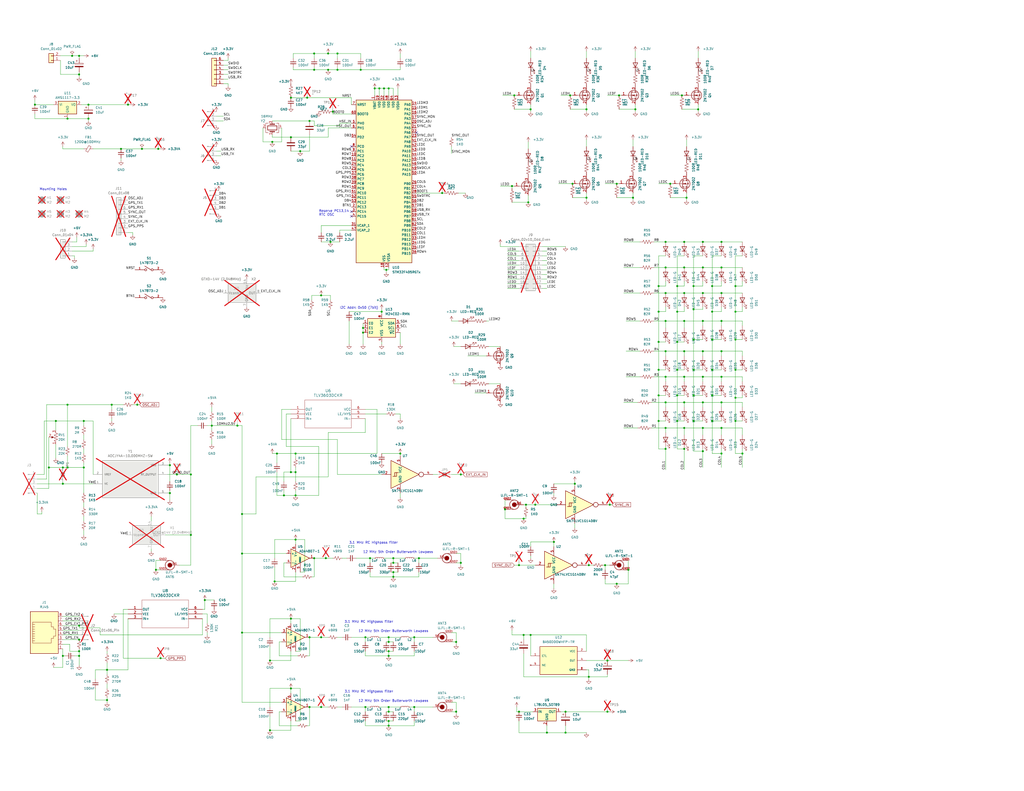
<source format=kicad_sch>
(kicad_sch (version 20230121) (generator eeschema)
  (paper "C")
  (title_block (title "Blinky V4") (rev "v4") (company "Cullen Jennings"))
  (junction (at 198.12 179.07))
  (junction (at 393.7 191.77))
  (junction (at 383.54 246.38))
  (junction (at 92.71 254))
  (junction (at 43.18 355.6))
  (junction (at 405.13 247.65))
  (junction (at 179.07 29.21))
  (junction (at 401.32 185.42))
  (junction (at 212.09 393.7))
  (junction (at 373.38 233.68))
  (junction (at 373.38 219.71))
  (junction (at 198.12 181.61))
  (junction (at 292.1 275.59))
  (junction (at 226.06 386.08))
  (junction (at 363.22 245.11))
  (junction (at 104.14 259.08))
  (junction (at 251.46 307.34))
  (junction (at 374.65 107.95))
  (junction (at 332.74 275.59))
  (junction (at 383.54 219.71))
  (junction (at 48.26 64.77))
  (junction (at 161.29 270.51))
  (junction (at 363.22 132.08))
  (junction (at 378.46 215.9))
  (junction (at 363.22 205.74))
  (junction (at 43.18 40.64))
  (junction (at 383.54 160.02))
  (junction (at 214.63 314.96))
  (junction (at 363.22 233.68))
  (junction (at 378.46 156.21))
  (junction (at 158.75 375.92))
  (junction (at 393.7 219.71))
  (junction (at 43.18 341.63))
  (junction (at 207.01 48.26))
  (junction (at 168.91 66.04))
  (junction (at 363.22 146.05))
  (junction (at 168.91 347.98))
  (junction (at 369.57 215.9))
  (junction (at 74.93 220.98))
  (junction (at 401.32 201.93))
  (junction (at 181.61 60.96))
  (junction (at 393.7 132.08))
  (junction (at 151.13 247.65))
  (junction (at 359.41 201.93))
  (junction (at 86.36 81.28))
  (junction (at 388.62 215.9))
  (junction (at 283.21 308.61))
  (junction (at 369.57 170.18))
  (junction (at 373.38 175.26))
  (junction (at 158.75 74.93))
  (junction (at 383.54 175.26))
  (junction (at 43.18 358.14))
  (junction (at 393.7 205.74))
  (junction (at 285.75 346.71))
  (junction (at 312.42 100.33))
  (junction (at 331.47 388.62))
  (junction (at 393.7 160.02))
  (junction (at 369.57 201.93))
  (junction (at 163.83 82.55))
  (junction (at 363.22 191.77))
  (junction (at 372.11 52.07))
  (junction (at 175.26 161.29))
  (junction (at 212.09 347.98))
  (junction (at 288.29 110.49))
  (junction (at 393.7 247.65))
  (junction (at 36.83 220.98))
  (junction (at 373.38 132.08))
  (junction (at 289.56 59.69))
  (junction (at 369.57 156.21))
  (junction (at 45.72 229.87))
  (junction (at 158.75 53.34))
  (junction (at 167.64 53.34))
  (junction (at 43.18 349.25))
  (junction (at 36.83 255.27))
  (junction (at 171.45 38.1))
  (junction (at 275.59 278.13))
  (junction (at 241.3 105.41))
  (junction (at 378.46 185.42))
  (junction (at 359.41 229.87))
  (junction (at 26.67 255.27))
  (junction (at 345.44 107.95))
  (junction (at 149.86 317.5))
  (junction (at 85.09 311.15))
  (junction (at 77.47 81.28))
  (junction (at 92.71 269.24))
  (junction (at 363.22 175.26))
  (junction (at 148.59 77.47))
  (junction (at 179.07 38.1))
  (junction (at 388.62 170.18))
  (junction (at 251.46 259.08))
  (junction (at 359.41 186.69))
  (junction (at 201.93 304.8))
  (junction (at 214.63 312.42))
  (junction (at 171.45 29.21))
  (junction (at 388.62 156.21))
  (junction (at 373.38 146.05))
  (junction (at 30.48 229.87))
  (junction (at 69.85 57.15))
  (junction (at 147.32 360.68))
  (junction (at 308.61 400.05))
  (junction (at 212.09 358.14))
  (junction (at 132.08 345.44))
  (junction (at 214.63 304.8))
  (junction (at 34.29 358.14))
  (junction (at 378.46 201.93))
  (junction (at 313.69 264.16))
  (junction (at 58.42 365.76))
  (junction (at 212.09 396.24))
  (junction (at 369.57 186.69))
  (junction (at 279.4 101.6))
  (junction (at 298.45 400.05))
  (junction (at 199.39 347.98))
  (junction (at 401.32 170.18))
  (junction (at 212.09 350.52))
  (junction (at 218.44 247.65))
  (junction (at 168.91 386.08))
  (junction (at 132.08 302.26))
  (junction (at 184.15 29.21))
  (junction (at 383.54 205.74))
  (junction (at 184.15 38.1))
  (junction (at 378.46 229.87))
  (junction (at 365.76 100.33))
  (junction (at 373.38 160.02))
  (junction (at 248.92 350.52))
  (junction (at 320.04 59.69))
  (junction (at 111.76 327.66))
  (junction (at 320.04 107.95))
  (junction (at 363.22 160.02))
  (junction (at 45.72 255.27))
  (junction (at 248.92 388.62))
  (junction (at 378.46 168.91))
  (junction (at 60.96 220.98))
  (junction (at 280.67 52.07))
  (junction (at 302.26 295.91))
  (junction (at 369.57 229.87))
  (junction (at 212.09 388.62))
  (junction (at 388.62 201.93))
  (junction (at 321.31 308.61))
  (junction (at 199.39 386.08))
  (junction (at 388.62 185.42))
  (junction (at 359.41 156.21))
  (junction (at 19.05 57.15))
  (junction (at 283.21 388.62))
  (junction (at 383.54 146.05))
  (junction (at 331.47 360.68))
  (junction (at 147.32 398.78))
  (junction (at 336.55 100.33))
  (junction (at 196.85 38.1))
  (junction (at 212.09 386.08))
  (junction (at 48.26 57.15))
  (junction (at 104.14 292.1))
  (junction (at 321.31 369.57))
  (junction (at 393.7 175.26))
  (junction (at 161.29 294.64))
  (junction (at 209.55 48.26))
  (junction (at 175.26 386.08))
  (junction (at 289.56 346.71))
  (junction (at 311.15 52.07))
  (junction (at 401.32 156.21))
  (junction (at 226.06 347.98))
  (junction (at 177.8 304.8))
  (junction (at 96.52 259.08))
  (junction (at 34.29 264.16))
  (junction (at 401.32 217.17))
  (junction (at 43.18 30.48))
  (junction (at 373.38 245.11))
  (junction (at 212.09 355.6))
  (junction (at 337.82 52.07))
  (junction (at 388.62 229.87))
  (junction (at 214.63 307.34))
  (junction (at 373.38 191.77))
  (junction (at 39.37 30.48))
  (junction (at 308.61 388.62))
  (junction (at 154.94 270.51))
  (junction (at 161.29 257.81))
  (junction (at 212.09 48.26))
  (junction (at 363.22 219.71))
  (junction (at 66.04 81.28))
  (junction (at 204.47 48.26))
  (junction (at 383.54 132.08))
  (junction (at 58.42 382.27))
  (junction (at 359.41 170.18))
  (junction (at 158.75 257.81))
  (junction (at 359.41 215.9))
  (junction (at 383.54 191.77))
  (junction (at 401.32 229.87))
  (junction (at 381 59.69))
  (junction (at 34.29 255.27))
  (junction (at 115.57 232.41))
  (junction (at 383.54 233.68))
  (junction (at 393.7 146.05))
  (junction (at 180.34 132.08))
  (junction (at 208.28 170.18))
  (junction (at 373.38 205.74))
  (junction (at 132.08 280.67))
  (junction (at 158.75 337.82))
  (junction (at 210.82 147.32))
  (junction (at 393.7 233.68))
  (junction (at 175.26 347.98))
  (junction (at 336.55 318.77))
  (junction (at 346.71 59.69))
  (junction (at 228.6 304.8))
  (junction (at 36.83 64.77))
  (junction (at 285.75 283.21))
  (junction (at 161.29 247.65))
  (junction (at 129.54 232.41))
  (junction (at 287.02 275.59))
  (junction (at 87.63 359.41))
  (junction (at 171.45 304.8))
  (junction (at 330.2 308.61))
  (junction (at 342.9 311.15))
  (no_connect (at 191.77 80.01))
  (no_connect (at 191.77 115.57))
  (no_connect (at 227.33 72.39))
  (no_connect (at 191.77 118.11))
  (wire (pts (xy 43.18 39.37) (xy 43.18 40.64)))
  (wire (pts (xy 246.38 383.54) (xy 248.92 383.54)))
  (wire (pts (xy 160.02 29.21) (xy 171.45 29.21)))
  (wire (pts (xy 184.15 347.98) (xy 186.69 347.98)))
  (wire (pts (xy 218.44 29.21) (xy 218.44 31.75)))
  (wire (pts (xy 320.04 105.41) (xy 320.04 107.95)))
  (wire (pts (xy 250.19 105.41) (xy 254 105.41)))
  (wire (pts (xy 121.92 40.64) (xy 124.46 40.64)))
  (wire (pts (xy 201.93 312.42) (xy 201.93 314.96)))
  (wire (pts (xy 295.91 154.94) (xy 298.45 154.94)))
  (wire (pts (xy 302.26 264.16) (xy 313.69 264.16)))
  (wire (pts (xy 111.76 332.74) (xy 110.49 332.74)))
  (wire (pts (xy 378.46 185.42) (xy 378.46 201.93)))
  (wire (pts (xy 115.57 229.87) (xy 115.57 232.41)))
  (wire (pts (xy 39.37 137.16) (xy 50.8 137.16)))
  (wire (pts (xy 251.46 302.26) (xy 251.46 307.34)))
  (wire (pts (xy 208.28 170.18) (xy 208.28 171.45)))
  (wire (pts (xy 217.17 48.26) (xy 217.17 52.07)))
  (wire (pts (xy 181.61 62.23) (xy 181.61 60.96)))
  (wire (pts (xy 405.13 208.28) (xy 405.13 205.74)))
  (wire (pts (xy 196.85 29.21) (xy 184.15 29.21)))
  (wire (pts (xy 161.29 317.5) (xy 161.29 312.42)))
  (wire (pts (xy 345.44 107.95) (xy 345.44 109.22)))
  (wire (pts (xy 87.63 359.41) (xy 90.17 359.41)))
  (wire (pts (xy 393.7 215.9) (xy 388.62 215.9)))
  (wire (pts (xy 191.77 386.08) (xy 199.39 386.08)))
  (wire (pts (xy 179.07 69.85) (xy 191.77 69.85)))
  (wire (pts (xy 320.04 59.69) (xy 320.04 60.96)))
  (wire (pts (xy 320.04 360.68) (xy 331.47 360.68)))
  (wire (pts (xy 44.45 57.15) (xy 48.26 57.15)))
  (wire (pts (xy 48.26 64.77) (xy 48.26 66.04)))
  (wire (pts (xy 113.03 345.44) (xy 113.03 346.71)))
  (wire (pts (xy 156.21 243.84) (xy 173.99 243.84)))
  (wire (pts (xy 218.44 181.61) (xy 218.44 187.96)))
  (wire (pts (xy 330.2 100.33) (xy 336.55 100.33)))
  (wire (pts (xy 161.29 294.64) (xy 161.29 297.18)))
  (wire (pts (xy 104.14 232.41) (xy 107.95 232.41)))
  (wire (pts (xy 405.13 219.71) (xy 393.7 219.71)))
  (wire (pts (xy 143.51 77.47) (xy 148.59 77.47)))
  (wire (pts (xy 151.13 257.81) (xy 151.13 270.51)))
  (wire (pts (xy 355.6 219.71) (xy 363.22 219.71)))
  (wire (pts (xy 171.45 29.21) (xy 179.07 29.21)))
  (wire (pts (xy 33.02 40.64) (xy 43.18 40.64)))
  (wire (pts (xy 29.21 364.49) (xy 34.29 364.49)))
  (wire (pts (xy 161.29 247.65) (xy 205.74 247.65)))
  (wire (pts (xy 336.55 100.33) (xy 337.82 100.33)))
  (wire (pts (xy 266.7 209.55) (xy 273.05 209.55)))
  (wire (pts (xy 373.38 245.11) (xy 373.38 256.54)))
  (wire (pts (xy 167.64 53.34) (xy 191.77 53.34)))
  (wire (pts (xy 43.18 341.63) (xy 43.18 342.9)))
  (wire (pts (xy 320.04 107.95) (xy 320.04 109.22)))
  (wire (pts (xy 248.92 350.52) (xy 248.92 351.79)))
  (wire (pts (xy 132.08 280.67) (xy 132.08 232.41)))
  (wire (pts (xy 34.29 358.14) (xy 34.29 354.33)))
  (wire (pts (xy 393.7 153.67) (xy 393.7 156.21)))
  (wire (pts (xy 210.82 355.6) (xy 212.09 355.6)))
  (wire (pts (xy 58.42 373.38) (xy 58.42 375.92)))
  (wire (pts (xy 217.17 312.42) (xy 214.63 312.42)))
  (wire (pts (xy 346.71 59.69) (xy 346.71 60.96)))
  (wire (pts (xy 405.13 215.9) (xy 405.13 217.17)))
  (wire (pts (xy 167.64 396.24) (xy 168.91 396.24)))
  (wire (pts (xy 22.86 280.67) (xy 20.32 280.67)))
  (wire (pts (xy 147.32 337.82) (xy 158.75 337.82)))
  (wire (pts (xy 401.32 247.65) (xy 405.13 247.65)))
  (wire (pts (xy 246.38 350.52) (xy 248.92 350.52)))
  (wire (pts (xy 359.41 245.11) (xy 363.22 245.11)))
  (wire (pts (xy 121.92 38.1) (xy 124.46 38.1)))
  (wire (pts (xy 405.13 194.31) (xy 405.13 191.77)))
  (wire (pts (xy 48.26 57.15) (xy 69.85 57.15)))
  (wire (pts (xy 365.76 52.07) (xy 372.11 52.07)))
  (wire (pts (xy 363.22 194.31) (xy 363.22 191.77)))
  (wire (pts (xy 45.72 255.27) (xy 45.72 269.24)))
  (wire (pts (xy 110.49 346.71) (xy 54.61 346.71)))
  (wire (pts (xy 196.85 31.75) (xy 196.85 29.21)))
  (wire (pts (xy 283.21 308.61) (xy 292.1 308.61)))
  (wire (pts (xy 247.65 209.55) (xy 251.46 209.55)))
  (wire (pts (xy 25.4 220.98) (xy 25.4 261.62)))
  (wire (pts (xy 154.94 270.51) (xy 161.29 270.51)))
  (wire (pts (xy 302.26 295.91) (xy 302.26 298.45)))
  (wire (pts (xy 115.57 240.03) (xy 115.57 242.57)))
  (wire (pts (xy 289.56 59.69) (xy 289.56 60.96)))
  (wire (pts (xy 36.83 255.27) (xy 45.72 255.27)))
  (wire (pts (xy 151.13 247.65) (xy 161.29 247.65)))
  (wire (pts (xy 332.74 275.59) (xy 334.01 275.59)))
  (wire (pts (xy 393.7 160.02) (xy 405.13 160.02)))
  (wire (pts (xy 177.8 304.8) (xy 181.61 304.8)))
  (wire (pts (xy 320.04 27.94) (xy 320.04 31.75)))
  (wire (pts (xy 388.62 229.87) (xy 388.62 247.65)))
  (wire (pts (xy 92.71 252.73) (xy 92.71 254)))
  (wire (pts (xy 118.11 85.09) (xy 120.65 85.09)))
  (wire (pts (xy 383.54 191.77) (xy 373.38 191.77)))
  (wire (pts (xy 121.92 43.18) (xy 124.46 43.18)))
  (wire (pts (xy 214.63 312.42) (xy 214.63 314.96)))
  (wire (pts (xy 251.46 307.34) (xy 251.46 308.61)))
  (wire (pts (xy 283.21 134.62) (xy 273.05 134.62)))
  (wire (pts (xy 383.54 233.68) (xy 373.38 233.68)))
  (wire (pts (xy 168.91 358.14) (xy 168.91 347.98)))
  (wire (pts (xy 295.91 147.32) (xy 298.45 147.32)))
  (wire (pts (xy 124.46 45.72) (xy 124.46 46.99)))
  (wire (pts (xy 20.32 264.16) (xy 34.29 264.16)))
  (wire (pts (xy 336.55 107.95) (xy 345.44 107.95)))
  (wire (pts (xy 149.86 304.8) (xy 149.86 294.64)))
  (wire (pts (xy 378.46 246.38) (xy 383.54 246.38)))
  (wire (pts (xy 92.71 267.97) (xy 92.71 269.24)))
  (wire (pts (xy 330.2 316.23) (xy 330.2 318.77)))
  (wire (pts (xy 342.9 311.15) (xy 342.9 318.77)))
  (wire (pts (xy 72.39 127) (xy 72.39 128.27)))
  (wire (pts (xy 285.75 356.87) (xy 285.75 369.57)))
  (wire (pts (xy 43.18 342.9) (xy 54.61 342.9)))
  (wire (pts (xy 43.18 355.6) (xy 43.18 358.14)))
  (wire (pts (xy 43.18 354.33) (xy 43.18 355.6)))
  (wire (pts (xy 30.48 242.57) (xy 30.48 250.19)))
  (wire (pts (xy 383.54 237.49) (xy 383.54 233.68)))
  (wire (pts (xy 154.94 267.97) (xy 154.94 270.51)))
  (wire (pts (xy 39.37 139.7) (xy 40.64 139.7)))
  (wire (pts (xy 201.93 347.98) (xy 199.39 347.98)))
  (wire (pts (xy 190.5 170.18) (xy 208.28 170.18)))
  (wire (pts (xy 378.46 215.9) (xy 383.54 215.9)))
  (wire (pts (xy 279.4 101.6) (xy 279.4 102.87)))
  (wire (pts (xy 34.29 264.16) (xy 50.8 264.16)))
  (wire (pts (xy 304.8 100.33) (xy 312.42 100.33)))
  (wire (pts (xy 148.59 66.04) (xy 168.91 66.04)))
  (wire (pts (xy 167.64 53.34) (xy 158.75 53.34)))
  (wire (pts (xy 46.99 134.62) (xy 46.99 133.35)))
  (wire (pts (xy 113.03 232.41) (xy 115.57 232.41)))
  (wire (pts (xy 60.96 220.98) (xy 60.96 223.52)))
  (wire (pts (xy 185.42 68.58) (xy 185.42 67.31)))
  (wire (pts (xy 179.07 69.85) (xy 179.07 74.93)))
  (wire (pts (xy 69.85 337.82) (xy 69.85 365.76)))
  (wire (pts (xy 405.13 175.26) (xy 393.7 175.26)))
  (wire (pts (xy 40.64 139.7) (xy 40.64 140.97)))
  (wire (pts (xy 308.61 388.62) (xy 331.47 388.62)))
  (wire (pts (xy 33.02 33.02) (xy 33.02 40.64)))
  (wire (pts (xy 129.54 232.41) (xy 132.08 232.41)))
  (wire (pts (xy 87.63 306.07) (xy 85.09 306.07)))
  (wire (pts (xy 160.02 38.1) (xy 171.45 38.1)))
  (wire (pts (xy 215.9 226.06) (xy 218.44 226.06)))
  (wire (pts (xy 388.62 139.7) (xy 388.62 156.21)))
  (wire (pts (xy 311.15 52.07) (xy 312.42 52.07)))
  (wire (pts (xy 226.06 347.98) (xy 226.06 350.52)))
  (wire (pts (xy 320.04 308.61) (xy 321.31 308.61)))
  (wire (pts (xy 191.77 125.73) (xy 185.42 125.73)))
  (wire (pts (xy 179.07 74.93) (xy 158.75 74.93)))
  (wire (pts (xy 405.13 205.74) (xy 393.7 205.74)))
  (wire (pts (xy 91.44 269.24) (xy 92.71 269.24)))
  (wire (pts (xy 210.82 350.52) (xy 212.09 350.52)))
  (wire (pts (xy 283.21 388.62) (xy 281.94 388.62)))
  (wire (pts (xy 226.06 355.6) (xy 226.06 358.14)))
  (wire (pts (xy 175.26 123.19) (xy 191.77 123.19)))
  (wire (pts (xy 359.41 215.9) (xy 359.41 229.87)))
  (wire (pts (xy 373.38 219.71) (xy 363.22 219.71)))
  (wire (pts (xy 388.62 201.93) (xy 393.7 201.93)))
  (wire (pts (xy 58.42 382.27) (xy 58.42 383.54)))
  (wire (pts (xy 66.04 86.36) (xy 66.04 87.63)))
  (wire (pts (xy 149.86 317.5) (xy 161.29 317.5)))
  (wire (pts (xy 288.29 106.68) (xy 288.29 110.49)))
  (wire (pts (xy 173.99 243.84) (xy 173.99 270.51)))
  (wire (pts (xy 405.13 139.7) (xy 401.32 139.7)))
  (wire (pts (xy 151.13 270.51) (xy 154.94 270.51)))
  (wire (pts (xy 393.7 247.65) (xy 393.7 255.27)))
  (wire (pts (xy 161.29 393.7) (xy 163.83 393.7)))
  (wire (pts (xy 359.41 156.21) (xy 359.41 170.18)))
  (wire (pts (xy 388.62 215.9) (xy 388.62 229.87)))
  (wire (pts (xy 276.86 157.48) (xy 283.21 157.48)))
  (wire (pts (xy 312.42 107.95) (xy 320.04 107.95)))
  (wire (pts (xy 393.7 139.7) (xy 388.62 139.7)))
  (wire (pts (xy 280.67 308.61) (xy 283.21 308.61)))
  (wire (pts (xy 58.42 355.6) (xy 58.42 356.87)))
  (wire (pts (xy 45.72 274.32) (xy 45.72 276.86)))
  (wire (pts (xy 210.82 148.59) (xy 210.82 147.32)))
  (wire (pts (xy 321.31 370.84) (xy 321.31 369.57)))
  (wire (pts (xy 168.91 73.66) (xy 168.91 82.55)))
  (wire (pts (xy 152.4 350.52) (xy 153.67 350.52)))
  (wire (pts (xy 158.75 228.6) (xy 158.75 257.81)))
  (wire (pts (xy 369.57 186.69) (xy 369.57 201.93)))
  (wire (pts (xy 212.09 48.26) (xy 214.63 48.26)))
  (wire (pts (xy 50.8 81.28) (xy 66.04 81.28)))
  (wire (pts (xy 340.36 160.02) (xy 349.25 160.02)))
  (wire (pts (xy 401.32 229.87) (xy 401.32 247.65)))
  (wire (pts (xy 199.39 347.98) (xy 199.39 350.52)))
  (wire (pts (xy 115.57 232.41) (xy 129.54 232.41)))
  (wire (pts (xy 143.51 69.85) (xy 143.51 77.47)))
  (wire (pts (xy 295.91 157.48) (xy 298.45 157.48)))
  (wire (pts (xy 165.1 314.96) (xy 154.94 314.96)))
  (wire (pts (xy 345.44 76.2) (xy 345.44 80.01)))
  (wire (pts (xy 90.17 292.1) (xy 104.14 292.1)))
  (wire (pts (xy 273.05 134.62) (xy 273.05 133.35)))
  (wire (pts (xy 153.67 345.44) (xy 132.08 345.44)))
  (wire (pts (xy 212.09 146.05) (xy 212.09 147.32)))
  (wire (pts (xy 285.75 346.71) (xy 289.56 346.71)))
  (wire (pts (xy 393.7 167.64) (xy 393.7 170.18)))
  (wire (pts (xy 320.04 76.2) (xy 320.04 80.01)))
  (wire (pts (xy 356.87 160.02) (xy 363.22 160.02)))
  (wire (pts (xy 369.57 201.93) (xy 373.38 201.93)))
  (wire (pts (xy 363.22 245.11) (xy 363.22 256.54)))
  (wire (pts (xy 74.93 220.98) (xy 76.2 220.98)))
  (wire (pts (xy 405.13 191.77) (xy 393.7 191.77)))
  (wire (pts (xy 393.7 233.68) (xy 405.13 233.68)))
  (wire (pts (xy 321.31 308.61) (xy 323.85 308.61)))
  (wire (pts (xy 363.22 191.77) (xy 356.87 191.77)))
  (wire (pts (xy 121.92 33.02) (xy 124.46 33.02)))
  (wire (pts (xy 124.46 33.02) (xy 124.46 31.75)))
  (wire (pts (xy 289.56 57.15) (xy 289.56 59.69)))
  (wire (pts (xy 393.7 245.11) (xy 393.7 247.65)))
  (wire (pts (xy 341.63 205.74) (xy 349.25 205.74)))
  (wire (pts (xy 383.54 167.64) (xy 383.54 168.91)))
  (wire (pts (xy 212.09 393.7) (xy 212.09 396.24)))
  (wire (pts (xy 154.94 257.81) (xy 158.75 257.81)))
  (wire (pts (xy 363.22 233.68) (xy 355.6 233.68)))
  (wire (pts (xy 279.4 101.6) (xy 280.67 101.6)))
  (wire (pts (xy 405.13 170.18) (xy 401.32 170.18)))
  (wire (pts (xy 373.38 186.69) (xy 369.57 186.69)))
  (wire (pts (xy 289.56 295.91) (xy 302.26 295.91)))
  (wire (pts (xy 388.62 156.21) (xy 388.62 170.18)))
  (wire (pts (xy 52.07 370.84) (xy 52.07 365.76)))
  (wire (pts (xy 147.32 353.06) (xy 147.32 360.68)))
  (wire (pts (xy 365.76 100.33) (xy 367.03 100.33)))
  (wire (pts (xy 279.4 344.17) (xy 279.4 346.71)))
  (wire (pts (xy 34.29 339.09) (xy 43.18 339.09)))
  (wire (pts (xy 381 57.15) (xy 381 59.69)))
  (wire (pts (xy 36.83 248.92) (xy 36.83 255.27)))
  (wire (pts (xy 72.39 220.98) (xy 74.93 220.98)))
  (wire (pts (xy 158.75 360.68) (xy 158.75 355.6)))
  (wire (pts (xy 199.39 396.24) (xy 212.09 396.24)))
  (wire (pts (xy 285.75 369.57) (xy 321.31 369.57)))
  (wire (pts (xy 179.07 260.35) (xy 179.07 236.22)))
  (wire (pts (xy 152.4 358.14) (xy 152.4 350.52)))
  (wire (pts (xy 363.22 215.9) (xy 359.41 215.9)))
  (wire (pts (xy 26.67 255.27) (xy 26.67 266.7)))
  (wire (pts (xy 374.65 105.41) (xy 374.65 107.95)))
  (wire (pts (xy 104.14 259.08) (xy 104.14 292.1)))
  (wire (pts (xy 378.46 215.9) (xy 378.46 229.87)))
  (wire (pts (xy 248.92 302.26) (xy 251.46 302.26)))
  (wire (pts (xy 373.38 205.74) (xy 363.22 205.74)))
  (wire (pts (xy 340.36 146.05) (xy 349.25 146.05)))
  (wire (pts (xy 337.82 59.69) (xy 346.71 59.69)))
  (wire (pts (xy 185.42 125.73) (xy 185.42 127)))
  (wire (pts (xy 40.64 358.14) (xy 43.18 358.14)))
  (wire (pts (xy 198.12 181.61) (xy 198.12 187.96)))
  (wire (pts (xy 341.63 191.77) (xy 349.25 191.77)))
  (wire (pts (xy 34.29 344.17) (xy 43.18 344.17)))
  (wire (pts (xy 287.02 275.59) (xy 287.02 276.86)))
  (wire (pts (xy 246.38 345.44) (xy 248.92 345.44)))
  (wire (pts (xy 255.27 194.31) (xy 265.43 194.31)))
  (wire (pts (xy 147.32 360.68) (xy 158.75 360.68)))
  (wire (pts (xy 38.1 351.79) (xy 38.1 355.6)))
  (wire (pts (xy 168.91 66.04) (xy 171.45 66.04)))
  (wire (pts (xy 228.6 314.96) (xy 214.63 314.96)))
  (wire (pts (xy 34.29 262.89) (xy 34.29 264.16)))
  (wire (pts (xy 148.59 74.93) (xy 158.75 74.93)))
  (wire (pts (xy 149.86 294.64) (xy 161.29 294.64)))
  (wire (pts (xy 373.38 167.64) (xy 373.38 170.18)))
  (wire (pts (xy 168.91 396.24) (xy 168.91 386.08)))
  (wire (pts (xy 363.22 139.7) (xy 359.41 139.7)))
  (wire (pts (xy 346.71 57.15) (xy 346.71 59.69)))
  (wire (pts (xy 214.63 304.8) (xy 214.63 307.34)))
  (wire (pts (xy 52.07 375.92) (xy 52.07 382.27)))
  (wire (pts (xy 92.71 254) (xy 92.71 262.89)))
  (wire (pts (xy 26.67 255.27) (xy 34.29 255.27)))
  (wire (pts (xy 342.9 318.77) (xy 336.55 318.77)))
  (wire (pts (xy 369.57 229.87) (xy 369.57 245.11)))
  (wire (pts (xy 401.32 170.18) (xy 401.32 185.42)))
  (wire (pts (xy 405.13 237.49) (xy 405.13 233.68)))
  (wire (pts (xy 276.86 152.4) (xy 283.21 152.4)))
  (wire (pts (xy 378.46 201.93) (xy 378.46 215.9)))
  (wire (pts (xy 378.46 139.7) (xy 378.46 156.21)))
  (wire (pts (xy 170.18 161.29) (xy 175.26 161.29)))
  (wire (pts (xy 191.77 57.15) (xy 191.77 53.34)))
  (wire (pts (xy 152.4 396.24) (xy 152.4 388.62)))
  (wire (pts (xy 311.15 59.69) (xy 320.04 59.69)))
  (wire (pts (xy 20.32 266.7) (xy 26.67 266.7)))
  (wire (pts (xy 161.29 257.81) (xy 161.29 262.89)))
  (wire (pts (xy 363.22 243.84) (xy 363.22 245.11)))
  (wire (pts (xy 306.07 388.62) (xy 308.61 388.62)))
  (wire (pts (xy 251.46 259.08) (xy 252.73 259.08)))
  (wire (pts (xy 218.44 226.06) (xy 218.44 228.6)))
  (wire (pts (xy 226.06 396.24) (xy 212.09 396.24)))
  (wire (pts (xy 66.04 81.28) (xy 77.47 81.28)))
  (wire (pts (xy 378.46 229.87) (xy 383.54 229.87)))
  (wire (pts (xy 405.13 217.17) (xy 401.32 217.17)))
  (wire (pts (xy 118.11 66.04) (xy 121.92 66.04)))
  (wire (pts (xy 52.07 382.27) (xy 58.42 382.27)))
  (wire (pts (xy 163.83 393.7) (xy 163.83 375.92)))
  (wire (pts (xy 82.55 299.72) (xy 82.55 300.99)))
  (wire (pts (xy 374.65 76.2) (xy 374.65 80.01)))
  (wire (pts (xy 393.7 205.74) (xy 393.7 208.28)))
  (wire (pts (xy 393.7 191.77) (xy 383.54 191.77)))
  (wire (pts (xy 226.06 393.7) (xy 226.06 396.24)))
  (wire (pts (xy 19.05 57.15) (xy 29.21 57.15)))
  (wire (pts (xy 369.57 201.93) (xy 369.57 215.9)))
  (wire (pts (xy 289.56 303.53) (xy 289.56 304.8)))
  (wire (pts (xy 241.3 105.41) (xy 242.57 105.41)))
  (wire (pts (xy 204.47 48.26) (xy 207.01 48.26)))
  (wire (pts (xy 184.15 386.08) (xy 186.69 386.08)))
  (wire (pts (xy 383.54 219.71) (xy 383.54 222.25)))
  (wire (pts (xy 207.01 347.98) (xy 212.09 347.98)))
  (wire (pts (xy 280.67 52.07) (xy 281.94 52.07)))
  (wire (pts (xy 236.22 259.08) (xy 238.76 259.08)))
  (wire (pts (xy 54.61 346.71) (xy 54.61 342.9)))
  (wire (pts (xy 363.22 132.08) (xy 373.38 132.08)))
  (wire (pts (xy 20.32 280.67) (xy 20.32 269.24)))
  (wire (pts (xy 359.41 201.93) (xy 363.22 201.93)))
  (wire (pts (xy 359.41 229.87) (xy 363.22 229.87)))
  (wire (pts (xy 331.47 52.07) (xy 337.82 52.07)))
  (wire (pts (xy 26.67 238.76) (xy 26.67 255.27)))
  (wire (pts (xy 289.56 298.45) (xy 289.56 295.91)))
  (wire (pts (xy 374.65 107.95) (xy 374.65 109.22)))
  (wire (pts (xy 171.45 36.83) (xy 171.45 38.1)))
  (wire (pts (xy 214.63 355.6) (xy 212.09 355.6)))
  (wire (pts (xy 212.09 347.98) (xy 212.09 350.52)))
  (wire (pts (xy 363.22 205.74) (xy 363.22 208.28)))
  (wire (pts (xy 212.09 147.32) (xy 210.82 147.32)))
  (wire (pts (xy 363.22 156.21) (xy 359.41 156.21)))
  (wire (pts (xy 383.54 153.67) (xy 383.54 156.21)))
  (wire (pts (xy 154.94 314.96) (xy 154.94 307.34)))
  (wire (pts (xy 147.32 386.08) (xy 147.32 375.92)))
  (wire (pts (xy 356.87 146.05) (xy 363.22 146.05)))
  (wire (pts (xy 388.62 185.42) (xy 388.62 201.93)))
  (wire (pts (xy 210.82 147.32) (xy 209.55 147.32)))
  (wire (pts (xy 331.47 369.57) (xy 331.47 368.3)))
  (wire (pts (xy 393.7 175.26) (xy 383.54 175.26)))
  (wire (pts (xy 30.48 229.87) (xy 45.72 229.87)))
  (wire (pts (xy 204.47 304.8) (xy 201.93 304.8)))
  (wire (pts (xy 287.02 283.21) (xy 285.75 283.21)))
  (wire (pts (xy 337.82 52.07) (xy 339.09 52.07)))
  (wire (pts (xy 248.92 345.44) (xy 248.92 350.52)))
  (wire (pts (xy 383.54 175.26) (xy 383.54 177.8)))
  (wire (pts (xy 228.6 312.42) (xy 228.6 314.96)))
  (wire (pts (xy 383.54 156.21) (xy 378.46 156.21)))
  (wire (pts (xy 369.57 245.11) (xy 373.38 245.11)))
  (wire (pts (xy 132.08 302.26) (xy 156.21 302.26)))
  (wire (pts (xy 162.56 358.14) (xy 152.4 358.14)))
  (wire (pts (xy 62.23 335.28) (xy 69.85 335.28)))
  (wire (pts (xy 228.6 304.8) (xy 228.6 307.34)))
  (wire (pts (xy 283.21 400.05) (xy 298.45 400.05)))
  (wire (pts (xy 218.44 247.65) (xy 218.44 248.92)))
  (wire (pts (xy 279.4 346.71) (xy 285.75 346.71)))
  (wire (pts (xy 104.14 232.41) (xy 104.14 259.08)))
  (wire (pts (xy 373.38 139.7) (xy 369.57 139.7)))
  (wire (pts (xy 69.85 57.15) (xy 71.12 57.15)))
  (wire (pts (xy 163.83 312.42) (xy 166.37 312.42)))
  (wire (pts (xy 39.37 30.48) (xy 43.18 30.48)))
  (wire (pts (xy 383.54 160.02) (xy 393.7 160.02)))
  (wire (pts (xy 373.38 156.21) (xy 369.57 156.21)))
  (wire (pts (xy 43.18 358.14) (xy 43.18 363.22)))
  (wire (pts (xy 207.01 386.08) (xy 212.09 386.08)))
  (wire (pts (xy 199.39 226.06) (xy 210.82 226.06)))
  (wire (pts (xy 50.8 259.08) (xy 50.8 229.87)))
  (wire (pts (xy 279.4 110.49) (xy 288.29 110.49)))
  (wire (pts (xy 171.45 38.1) (xy 179.07 38.1)))
  (wire (pts (xy 153.67 383.54) (xy 132.08 383.54)))
  (wire (pts (xy 152.4 388.62) (xy 153.67 388.62)))
  (wire (pts (xy 313.69 285.75) (xy 313.69 288.29)))
  (wire (pts (xy 41.91 132.08) (xy 41.91 129.54)))
  (wire (pts (xy 85.09 311.15) (xy 87.63 311.15)))
  (wire (pts (xy 154.94 307.34) (xy 156.21 307.34)))
  (wire (pts (xy 166.37 312.42) (xy 166.37 294.64)))
  (wire (pts (xy 36.83 220.98) (xy 60.96 220.98)))
  (wire (pts (xy 405.13 222.25) (xy 405.13 219.71)))
  (wire (pts (xy 378.46 139.7) (xy 383.54 139.7)))
  (wire (pts (xy 378.46 156.21) (xy 378.46 168.91)))
  (wire (pts (xy 359.41 170.18) (xy 359.41 186.69)))
  (wire (pts (xy 405.13 247.65) (xy 405.13 255.27)))
  (wire (pts (xy 175.26 347.98) (xy 179.07 347.98)))
  (wire (pts (xy 181.61 59.69) (xy 181.61 60.96)))
  (wire (pts (xy 148.59 77.47) (xy 153.67 77.47)))
  (wire (pts (xy 34.29 336.55) (xy 43.18 336.55)))
  (wire (pts (xy 110.49 337.82) (xy 110.49 346.71)))
  (wire (pts (xy 218.44 269.24) (xy 218.44 271.78)))
  (wire (pts (xy 43.18 30.48) (xy 43.18 31.75)))
  (wire (pts (xy 34.29 255.27) (xy 36.83 255.27)))
  (wire (pts (xy 363.22 175.26) (xy 363.22 179.07)))
  (wire (pts (xy 147.32 391.16) (xy 147.32 398.78)))
  (wire (pts (xy 161.29 247.65) (xy 161.29 250.19)))
  (wire (pts (xy 208.28 168.91) (xy 208.28 170.18)))
  (wire (pts (xy 104.14 259.08) (xy 96.52 259.08)))
  (wire (pts (xy 363.22 160.02) (xy 373.38 160.02)))
  (wire (pts (xy 170.18 163.83) (xy 170.18 161.29)))
  (wire (pts (xy 246.38 175.26) (xy 250.19 175.26)))
  (wire (pts (xy 274.32 52.07) (xy 280.67 52.07)))
  (wire (pts (xy 30.48 229.87) (xy 30.48 234.95)))
  (wire (pts (xy 393.7 219.71) (xy 393.7 222.25)))
  (wire (pts (xy 289.56 27.94) (xy 289.56 31.75)))
  (wire (pts (xy 246.38 259.08) (xy 251.46 259.08)))
  (wire (pts (xy 201.93 314.96) (xy 214.63 314.96)))
  (wire (pts (xy 92.71 269.24) (xy 92.71 273.05)))
  (wire (pts (xy 115.57 222.25) (xy 115.57 224.79)))
  (wire (pts (xy 199.39 355.6) (xy 199.39 358.14)))
  (wire (pts (xy 158.75 375.92) (xy 158.75 378.46)))
  (wire (pts (xy 168.91 347.98) (xy 175.26 347.98)))
  (wire (pts (xy 184.15 29.21) (xy 184.15 31.75)))
  (wire (pts (xy 60.96 220.98) (xy 67.31 220.98)))
  (wire (pts (xy 331.47 275.59) (xy 332.74 275.59)))
  (wire (pts (xy 196.85 36.83) (xy 196.85 38.1)))
  (wire (pts (xy 306.07 52.07) (xy 311.15 52.07)))
  (wire (pts (xy 147.32 398.78) (xy 158.75 398.78)))
  (wire (pts (xy 313.69 262.89) (xy 313.69 264.16)))
  (wire (pts (xy 321.31 365.76) (xy 321.31 369.57)))
  (wire (pts (xy 36.83 220.98) (xy 36.83 243.84)))
  (wire (pts (xy 223.52 386.08) (xy 226.06 386.08)))
  (wire (pts (xy 405.13 177.8) (xy 405.13 175.26)))
  (wire (pts (xy 331.47 360.68) (xy 342.9 360.68)))
  (wire (pts (xy 111.76 327.66) (xy 116.84 327.66)))
  (wire (pts (xy 298.45 396.24) (xy 298.45 400.05)))
  (wire (pts (xy 34.29 81.28) (xy 45.72 81.28)))
  (wire (pts (xy 369.57 156.21) (xy 369.57 170.18)))
  (wire (pts (xy 289.56 358.14) (xy 289.56 346.71)))
  (wire (pts (xy 179.07 236.22) (xy 199.39 236.22)))
  (wire (pts (xy 283.21 388.62) (xy 290.83 388.62)))
  (wire (pts (xy 388.62 201.93) (xy 388.62 215.9)))
  (wire (pts (xy 186.69 304.8) (xy 189.23 304.8)))
  (wire (pts (xy 118.11 82.55) (xy 120.65 82.55)))
  (wire (pts (xy 401.32 185.42) (xy 401.32 201.93)))
  (wire (pts (xy 226.06 386.08) (xy 236.22 386.08)))
  (wire (pts (xy 228.6 304.8) (xy 238.76 304.8)))
  (wire (pts (xy 313.69 264.16) (xy 313.69 265.43)))
  (wire (pts (xy 158.75 226.06) (xy 156.21 226.06)))
  (wire (pts (xy 121.92 35.56) (xy 124.46 35.56)))
  (wire (pts (xy 373.38 170.18) (xy 369.57 170.18)))
  (wire (pts (xy 25.4 220.98) (xy 36.83 220.98)))
  (wire (pts (xy 194.31 304.8) (xy 201.93 304.8)))
  (wire (pts (xy 393.7 175.26) (xy 393.7 177.8)))
  (wire (pts (xy 383.54 146.05) (xy 393.7 146.05)))
  (wire (pts (xy 34.29 351.79) (xy 38.1 351.79)))
  (wire (pts (xy 373.38 233.68) (xy 373.38 237.49)))
  (wire (pts (xy 153.67 240.03) (xy 184.15 240.03)))
  (wire (pts (xy 369.57 170.18) (xy 369.57 186.69)))
  (wire (pts (xy 373.38 153.67) (xy 373.38 156.21)))
  (wire (pts (xy 58.42 381) (xy 58.42 382.27)))
  (wire (pts (xy 24.13 229.87) (xy 24.13 259.08)))
  (wire (pts (xy 276.86 137.16) (xy 283.21 137.16)))
  (wire (pts (xy 346.71 27.94) (xy 346.71 31.75)))
  (wire (pts (xy 247.65 189.23) (xy 251.46 189.23)))
  (wire (pts (xy 226.06 358.14) (xy 212.09 358.14)))
  (wire (pts (xy 383.54 205.74) (xy 383.54 208.28)))
  (wire (pts (xy 19.05 54.61) (xy 19.05 57.15)))
  (wire (pts (xy 39.37 132.08) (xy 41.91 132.08)))
  (wire (pts (xy 209.55 147.32) (xy 209.55 146.05)))
  (wire (pts (xy 405.13 167.64) (xy 405.13 170.18)))
  (wire (pts (xy 218.44 36.83) (xy 218.44 38.1)))
  (wire (pts (xy 170.18 314.96) (xy 171.45 314.96)))
  (wire (pts (xy 285.75 349.25) (xy 285.75 346.71)))
  (wire (pts (xy 393.7 132.08) (xy 405.13 132.08)))
  (wire (pts (xy 91.44 259.08) (xy 96.52 259.08)))
  (wire (pts (xy 292.1 275.59) (xy 303.53 275.59)))
  (wire (pts (xy 226.06 386.08) (xy 226.06 388.62)))
  (wire (pts (xy 275.59 273.05) (xy 275.59 278.13)))
  (wire (pts (xy 171.45 29.21) (xy 171.45 31.75)))
  (wire (pts (xy 340.36 233.68) (xy 347.98 233.68)))
  (wire (pts (xy 383.54 191.77) (xy 383.54 194.31)))
  (wire (pts (xy 161.29 355.6) (xy 163.83 355.6)))
  (wire (pts (xy 321.31 365.76) (xy 320.04 365.76)))
  (wire (pts (xy 180.34 161.29) (xy 175.26 161.29)))
  (wire (pts (xy 226.06 347.98) (xy 236.22 347.98)))
  (wire (pts (xy 383.54 205.74) (xy 373.38 205.74)))
  (wire (pts (xy 91.44 254) (xy 92.71 254)))
  (wire (pts (xy 212.09 355.6) (xy 212.09 358.14)))
  (wire (pts (xy 273.05 101.6) (xy 279.4 101.6)))
  (wire (pts (xy 283.21 393.7) (xy 283.21 400.05)))
  (wire (pts (xy 308.61 396.24) (xy 308.61 400.05)))
  (wire (pts (xy 285.75 283.21) (xy 275.59 283.21)))
  (wire (pts (xy 77.47 81.28) (xy 86.36 81.28)))
  (wire (pts (xy 369.57 215.9) (xy 369.57 229.87)))
  (wire (pts (xy 359.41 229.87) (xy 359.41 245.11)))
  (wire (pts (xy 168.91 386.08) (xy 175.26 386.08)))
  (wire (pts (xy 363.22 167.64) (xy 363.22 170.18)))
  (wire (pts (xy 50.8 229.87) (xy 45.72 229.87)))
  (wire (pts (xy 205.74 223.52) (xy 205.74 247.65)))
  (wire (pts (xy 214.63 393.7) (xy 212.09 393.7)))
  (wire (pts (xy 288.29 77.47) (xy 288.29 81.28)))
  (wire (pts (xy 85.09 306.07) (xy 85.09 311.15)))
  (wire (pts (xy 369.57 139.7) (xy 369.57 156.21)))
  (wire (pts (xy 363.22 236.22) (xy 363.22 233.68)))
  (wire (pts (xy 308.61 400.05) (xy 298.45 400.05)))
  (wire (pts (xy 283.21 307.34) (xy 283.21 308.61)))
  (wire (pts (xy 393.7 191.77) (xy 393.7 194.31)))
  (wire (pts (xy 295.91 149.86) (xy 298.45 149.86)))
  (wire (pts (xy 393.7 185.42) (xy 388.62 185.42)))
  (wire (pts (xy 110.49 335.28) (xy 113.03 335.28)))
  (wire (pts (xy 265.43 175.26) (xy 266.7 175.26)))
  (wire (pts (xy 198.12 179.07) (xy 198.12 181.61)))
  (wire (pts (xy 19.05 62.23) (xy 19.05 64.77)))
  (wire (pts (xy 97.79 308.61) (xy 104.14 308.61)))
  (wire (pts (xy 212.09 386.08) (xy 218.44 386.08)))
  (wire (pts (xy 58.42 365.76) (xy 58.42 368.3)))
  (wire (pts (xy 302.26 318.77) (xy 302.26 321.31)))
  (wire (pts (xy 43.18 40.64) (xy 43.18 41.91)))
  (wire (pts (xy 209.55 304.8) (xy 214.63 304.8)))
  (wire (pts (xy 207.01 48.26) (xy 207.01 52.07)))
  (wire (pts (xy 132.08 280.67) (xy 132.08 302.26)))
  (wire (pts (xy 363.22 153.67) (xy 363.22 156.21)))
  (wire (pts (xy 161.29 267.97) (xy 161.29 270.51)))
  (wire (pts (xy 185.42 67.31) (xy 191.77 67.31)))
  (wire (pts (xy 359.41 139.7) (xy 359.41 156.21)))
  (wire (pts (xy 330.2 308.61) (xy 332.74 308.61)))
  (wire (pts (xy 199.39 386.08) (xy 199.39 388.62)))
  (wire (pts (xy 363.22 146.05) (xy 373.38 146.05)))
  (wire (pts (xy 287.02 275.59) (xy 292.1 275.59)))
  (wire (pts (xy 34.29 349.25) (xy 43.18 349.25)))
  (wire (pts (xy 208.28 247.65) (xy 218.44 247.65)))
  (wire (pts (xy 223.52 347.98) (xy 226.06 347.98)))
  (wire (pts (xy 171.45 314.96) (xy 171.45 304.8)))
  (wire (pts (xy 383.54 185.42) (xy 378.46 185.42)))
  (wire (pts (xy 132.08 280.67) (xy 139.7 280.67)))
  (wire (pts (xy 363.22 186.69) (xy 359.41 186.69)))
  (wire (pts (xy 167.64 358.14) (xy 168.91 358.14)))
  (wire (pts (xy 184.15 240.03) (xy 184.15 259.08)))
  (wire (pts (xy 226.06 304.8) (xy 228.6 304.8)))
  (wire (pts (xy 201.93 386.08) (xy 199.39 386.08)))
  (wire (pts (xy 246.38 388.62) (xy 248.92 388.62)))
  (wire (pts (xy 393.7 219.71) (xy 383.54 219.71)))
  (wire (pts (xy 147.32 347.98) (xy 147.32 337.82)))
  (wire (pts (xy 156.21 226.06) (xy 156.21 243.84)))
  (wire (pts (xy 340.36 219.71) (xy 347.98 219.71)))
  (wire (pts (xy 190.5 175.26) (xy 190.5 187.96)))
  (wire (pts (xy 276.86 139.7) (xy 283.21 139.7)))
  (wire (pts (xy 330.2 308.61) (xy 330.2 311.15)))
  (wire (pts (xy 45.72 237.49) (xy 45.72 240.03)))
  (wire (pts (xy 208.28 186.69) (xy 208.28 187.96)))
  (wire (pts (xy 199.39 393.7) (xy 199.39 396.24)))
  (wire (pts (xy 36.83 64.77) (xy 48.26 64.77)))
  (wire (pts (xy 154.94 262.89) (xy 154.94 257.81)))
  (wire (pts (xy 383.54 168.91) (xy 378.46 168.91)))
  (wire (pts (xy 191.77 347.98) (xy 199.39 347.98)))
  (wire (pts (xy 359.41 100.33) (xy 365.76 100.33)))
  (wire (pts (xy 34.29 364.49) (xy 34.29 358.14)))
  (wire (pts (xy 175.26 132.08) (xy 180.34 132.08)))
  (wire (pts (xy 276.86 149.86) (xy 283.21 149.86)))
  (wire (pts (xy 20.32 259.08) (xy 24.13 259.08)))
  (wire (pts (xy 158.75 82.55) (xy 163.83 82.55)))
  (wire (pts (xy 45.72 229.87) (xy 45.72 232.41)))
  (wire (pts (xy 340.36 132.08) (xy 349.25 132.08)))
  (wire (pts (xy 302.26 269.24) (xy 302.26 270.51)))
  (wire (pts (xy 67.31 359.41) (xy 87.63 359.41)))
  (wire (pts (xy 166.37 294.64) (xy 161.29 294.64)))
  (wire (pts (xy 276.86 154.94) (xy 283.21 154.94)))
  (wire (pts (xy 373.38 146.05) (xy 383.54 146.05)))
  (wire (pts (xy 43.18 355.6) (xy 38.1 355.6)))
  (wire (pts (xy 363.22 219.71) (xy 363.22 222.25)))
  (wire (pts (xy 148.59 73.66) (xy 148.59 74.93)))
  (wire (pts (xy 82.55 281.94) (xy 82.55 284.48)))
  (wire (pts (xy 158.75 398.78) (xy 158.75 393.7)))
  (wire (pts (xy 163.83 355.6) (xy 163.83 337.82)))
  (wire (pts (xy 111.76 327.66) (xy 111.76 332.74)))
  (wire (pts (xy 69.85 332.74) (xy 67.31 332.74)))
  (wire (pts (xy 401.32 217.17) (xy 401.32 229.87)))
  (wire (pts (xy 212.09 48.26) (xy 212.09 52.07)))
  (wire (pts (xy 115.57 232.41) (xy 115.57 234.95)))
  (wire (pts (xy 373.38 179.07) (xy 373.38 175.26)))
  (wire (pts (xy 151.13 247.65) (xy 148.59 247.65)))
  (wire (pts (xy 113.03 335.28) (xy 113.03 340.36)))
  (wire (pts (xy 171.45 66.04) (xy 171.45 68.58)))
  (wire (pts (xy 191.77 62.23) (xy 181.61 62.23)))
  (wire (pts (xy 295.91 152.4) (xy 298.45 152.4)))
  (wire (pts (xy 285.75 275.59) (xy 287.02 275.59)))
  (wire (pts (xy 401.32 156.21) (xy 401.32 170.18)))
  (wire (pts (xy 149.86 309.88) (xy 149.86 317.5)))
  (wire (pts (xy 405.13 185.42) (xy 401.32 185.42)))
  (wire (pts (xy 118.11 63.5) (xy 121.92 63.5)))
  (wire (pts (xy 356.87 205.74) (xy 363.22 205.74)))
  (wire (pts (xy 281.94 386.08) (xy 281.94 388.62)))
  (wire (pts (xy 405.13 153.67) (xy 405.13 156.21)))
  (wire (pts (xy 139.7 260.35) (xy 179.07 260.35)))
  (wire (pts (xy 331.47 388.62) (xy 332.74 388.62)))
  (wire (pts (xy 356.87 132.08) (xy 363.22 132.08)))
  (wire (pts (xy 212.09 388.62) (xy 214.63 388.62)))
  (wire (pts (xy 393.7 170.18) (xy 388.62 170.18)))
  (wire (pts (xy 227.33 105.41) (xy 241.3 105.41)))
  (wire (pts (xy 401.32 201.93) (xy 405.13 201.93)))
  (wire (pts (xy 24.13 229.87) (xy 30.48 229.87)))
  (wire (pts (xy 393.7 237.49) (xy 393.7 233.68)))
  (wire (pts (xy 248.92 383.54) (xy 248.92 388.62)))
  (wire (pts (xy 199.39 358.14) (xy 212.09 358.14)))
  (wire (pts (xy 341.63 175.26) (xy 349.25 175.26)))
  (wire (pts (xy 383.54 233.68) (xy 393.7 233.68)))
  (wire (pts (xy 184.15 259.08) (xy 208.28 259.08)))
  (wire (pts (xy 373.38 132.08) (xy 383.54 132.08)))
  (wire (pts (xy 45.72 281.94) (xy 45.72 284.48)))
  (wire (pts (xy 359.41 201.93) (xy 359.41 215.9)))
  (wire (pts (xy 246.38 80.01) (xy 246.38 83.82)))
  (wire (pts (xy 295.91 137.16) (xy 298.45 137.16)))
  (wire (pts (xy 405.13 245.11) (xy 405.13 247.65)))
  (wire (pts (xy 180.34 132.08) (xy 185.42 132.08)))
  (wire (pts (xy 67.31 332.74) (xy 67.31 359.41)))
  (wire (pts (xy 210.82 393.7) (xy 212.09 393.7)))
  (wire (pts (xy 381 27.94) (xy 381 31.75)))
  (wire (pts (xy 39.37 134.62) (xy 46.99 134.62)))
  (wire (pts (xy 139.7 260.35) (xy 139.7 280.67)))
  (wire (pts (xy 179.07 38.1) (xy 184.15 38.1)))
  (wire (pts (xy 295.91 144.78) (xy 298.45 144.78)))
  (wire (pts (xy 213.36 312.42) (xy 214.63 312.42)))
  (wire (pts (xy 295.91 139.7) (xy 298.45 139.7)))
  (wire (pts (xy 373.38 175.26) (xy 363.22 175.26)))
  (wire (pts (xy 205.74 223.52) (xy 199.39 223.52)))
  (wire (pts (xy 383.54 175.26) (xy 373.38 175.26)))
  (wire (pts (xy 248.92 388.62) (xy 248.92 389.89)))
  (wire (pts (xy 214.63 307.34) (xy 217.17 307.34)))
  (wire (pts (xy 388.62 170.18) (xy 388.62 185.42)))
  (wire (pts (xy 33.02 30.48) (xy 39.37 30.48)))
  (wire (pts (xy 171.45 304.8) (xy 177.8 304.8)))
  (wire (pts (xy 336.55 318.77) (xy 330.2 318.77)))
  (wire (pts (xy 321.31 369.57) (xy 331.47 369.57)))
  (wire (pts (xy 401.32 139.7) (xy 401.32 156.21)))
  (wire (pts (xy 259.08 214.63) (xy 265.43 214.63)))
  (wire (pts (xy 289.56 346.71) (xy 320.04 346.71)))
  (wire (pts (xy 104.14 292.1) (xy 104.14 308.61)))
  (wire (pts (xy 147.32 375.92) (xy 158.75 375.92)))
  (wire (pts (xy 201.93 304.8) (xy 201.93 307.34)))
  (wire (pts (xy 69.85 365.76) (xy 58.42 365.76)))
  (wire (pts (xy 132.08 345.44) (xy 132.08 302.26)))
  (wire (pts (xy 184.15 29.21) (xy 179.07 29.21)))
  (wire (pts (xy 373.38 233.68) (xy 363.22 233.68)))
  (wire (pts (xy 86.36 81.28) (xy 87.63 81.28)))
  (wire (pts (xy 45.72 30.48) (xy 43.18 30.48)))
  (wire (pts (xy 393.7 146.05) (xy 405.13 146.05)))
  (wire (pts (xy 204.47 48.26) (xy 204.47 52.07)))
  (wire (pts (xy 373.38 222.25) (xy 373.38 219.71)))
  (wire (pts (xy 52.07 365.76) (xy 58.42 365.76)))
  (wire (pts (xy 45.72 245.11) (xy 45.72 247.65)))
  (wire (pts (xy 162.56 396.24) (xy 152.4 396.24)))
  (wire (pts (xy 248.92 307.34) (xy 251.46 307.34)))
  (wire (pts (xy 359.41 186.69) (xy 359.41 201.93)))
  (wire (pts (xy 207.01 48.26) (xy 209.55 48.26)))
  (wire (pts (xy 58.42 361.95) (xy 58.42 365.76)))
  (wire (pts (xy 345.44 105.41) (xy 345.44 107.95)))
  (wire (pts (xy 276.86 142.24) (xy 283.21 142.24)))
  (wire (pts (xy 287.02 281.94) (xy 287.02 283.21)))
  (wire (pts (xy 383.54 245.11) (xy 383.54 246.38)))
  (wire (pts (xy 210.82 388.62) (xy 212.09 388.62)))
  (wire (pts (xy 401.32 229.87) (xy 405.13 229.87)))
  (wire (pts (xy 69.85 127) (xy 72.39 127)))
  (wire (pts (xy 132.08 383.54) (xy 132.08 345.44)))
  (wire (pts (xy 372.11 52.07) (xy 373.38 52.07)))
  (wire (pts (xy 378.46 201.93) (xy 383.54 201.93)))
  (wire (pts (xy 161.29 270.51) (xy 173.99 270.51)))
  (wire (pts (xy 373.38 191.77) (xy 363.22 191.77)))
  (wire (pts (xy 212.09 386.08) (xy 212.09 388.62)))
  (wire (pts (xy 275.59 283.21) (xy 275.59 278.13)))
  (wire (pts (xy 378.46 229.87) (xy 378.46 246.38)))
  (wire (pts (xy 158.75 337.82) (xy 158.75 340.36)))
  (wire (pts (xy 199.39 236.22) (xy 199.39 228.6)))
  (wire (pts (xy 180.34 163.83) (xy 180.34 161.29)))
  (wire (pts (xy 45.72 289.56) (xy 45.72 292.1)))
  (wire (pts (xy 214.63 304.8) (xy 220.98 304.8)))
  (wire (pts (xy 320.04 57.15) (xy 320.04 59.69)))
  (wire (pts (xy 212.09 350.52) (xy 214.63 350.52)))
  (wire (pts (xy 153.67 69.85) (xy 153.67 77.47)))
  (wire (pts (xy 158.75 223.52) (xy 153.67 223.52)))
  (wire (pts (xy 342.9 306.07) (xy 342.9 311.15)))
  (wire (pts (xy 320.04 346.71) (xy 320.04 355.6)))
  (wire (pts (xy 276.86 144.78) (xy 283.21 144.78)))
  (wire (pts (xy 34.29 341.63) (xy 43.18 341.63)))
  (wire (pts (xy 160.02 31.75) (xy 160.02 29.21)))
  (wire (pts (xy 295.91 142.24) (xy 298.45 142.24)))
  (wire (pts (xy 175.26 386.08) (xy 179.07 386.08)))
  (wire (pts (xy 369.57 229.87) (xy 373.38 229.87)))
  (wire (pts (xy 212.09 347.98) (xy 218.44 347.98)))
  (wire (pts (xy 381 59.69) (xy 381 60.96)))
  (wire (pts (xy 383.54 132.08) (xy 393.7 132.08)))
  (wire (pts (xy 405.13 156.21) (xy 401.32 156.21)))
  (wire (pts (xy 198.12 176.53) (xy 198.12 179.07)))
  (wire (pts (xy 373.38 160.02) (xy 383.54 160.02)))
  (wire (pts (xy 378.46 168.91) (xy 378.46 185.42)))
  (wire (pts (xy 365.76 107.95) (xy 374.65 107.95)))
  (wire (pts (xy 34.29 358.14) (xy 35.56 358.14)))
  (wire (pts (xy 34.29 346.71) (xy 43.18 346.71)))
  (wire (pts (xy 60.96 228.6) (xy 60.96 229.87)))
  (wire (pts (xy 369.57 215.9) (xy 373.38 215.9)))
  (wire (pts (xy 363.22 170.18) (xy 359.41 170.18)))
  (wire (pts (xy 151.13 252.73) (xy 151.13 247.65)))
  (wire (pts (xy 393.7 229.87) (xy 388.62 229.87)))
  (wire (pts (xy 295.91 134.62) (xy 308.61 134.62)))
  (wire (pts (xy 328.93 308.61) (xy 330.2 308.61)))
  (wire (pts (xy 171.45 68.58) (xy 185.42 68.58)))
  (wire (pts (xy 393.7 205.74) (xy 383.54 205.74)))
  (wire (pts (xy 213.36 307.34) (xy 214.63 307.34)))
  (wire (pts (xy 129.54 231.14) (xy 129.54 232.41)))
  (wire (pts (xy 373.38 194.31) (xy 373.38 191.77)))
  (wire (pts (xy 163.83 375.92) (xy 158.75 375.92)))
  (wire (pts (xy 163.83 337.82) (xy 158.75 337.82)))
  (wire (pts (xy 158.75 257.81) (xy 161.29 257.81)))
  (wire (pts (xy 160.02 36.83) (xy 160.02 38.1)))
  (wire (pts (xy 209.55 48.26) (xy 209.55 52.07)))
  (wire (pts (xy 383.54 219.71) (xy 373.38 219.71)))
  (wire (pts (xy 34.29 80.01) (xy 34.29 81.28)))
  (wire (pts (xy 388.62 247.65) (xy 393.7 247.65)))
  (wire (pts (xy 50.8 137.16) (xy 50.8 135.89)))
  (wire (pts (xy 20.32 261.62) (xy 25.4 261.62)))
  (wire (pts (xy 161.29 255.27) (xy 161.29 257.81)))
  (wire (pts (xy 266.7 189.23) (xy 273.05 189.23)))
  (wire (pts (xy 373.38 208.28) (xy 373.38 205.74)))
  (wire (pts (xy 276.86 147.32) (xy 283.21 147.32)))
  (wire (pts (xy 372.11 59.69) (xy 381 59.69)))
  (wire (pts (xy 175.26 127) (xy 175.26 123.19)))
  (wire (pts (xy 393.7 156.21) (xy 388.62 156.21)))
  (wire (pts (xy 320.04 400.05) (xy 308.61 400.05)))
  (wire (pts (xy 280.67 59.69) (xy 289.56 59.69)))
  (wire (pts (xy 45.72 252.73) (xy 45.72 255.27)))
  (wire (pts (xy 383.54 246.38) (xy 383.54 255.27)))
  (wire (pts (xy 19.05 64.77) (xy 36.83 64.77)))
  (wire (pts (xy 401.32 201.93) (xy 401.32 217.17)))
  (wire (pts (xy 209.55 48.26) (xy 212.09 48.26)))
  (wire (pts (xy 184.15 36.83) (xy 184.15 38.1)))
  (wire (pts (xy 214.63 52.07) (xy 214.63 48.26)))
  (wire (pts (xy 184.15 38.1) (xy 196.85 38.1)))
  (wire (pts (xy 121.92 45.72) (xy 124.46 45.72)))
  (wire (pts (xy 168.91 82.55) (xy 163.83 82.55)))
  (wire (pts (xy 22.86 280.67) (xy 22.86 279.4)))
  (wire (pts (xy 196.85 38.1) (xy 218.44 38.1)))
  (wire (pts (xy 153.67 223.52) (xy 153.67 240.03)))
  (wire (pts (xy 356.87 175.26) (xy 363.22 175.26)))
  (text "3.1 MHz RC Highpass filter" (at 187.96 340.36 0) (effects (font (size 1.27 1.27)) (justify left bottom)))
  (text "Reserve PC13,14\nRTC OSC" (at 173.99 118.11 0) (effects (font (size 1.27 1.27)) (justify left bottom)))
  (text "3.1 MHz RC Highpass filter" (at 190.5 297.18 0) (effects (font (size 1.27 1.27)) (justify left bottom)))
  (text "12 MHz 5th Order Butterworth Lowpass" (at 195.58 383.54 0) (effects (font (size 1.27 1.27)) (justify left bottom)))
  (text "12 MHz 5th Order Butterworth Lowpass" (at 195.58 345.44 0) (effects (font (size 1.27 1.27)) (justify left bottom)))
  (text "12 MHz 5th Order Butterworth Lowpass" (at 198.12 302.26 0) (effects (font (size 1.27 1.27)) (justify left bottom)))
  (text "3.1 MHz RC Highpass filter" (at 187.96 378.46 0) (effects (font (size 1.27 1.27)) (justify left bottom)))
  (text "I2C Addr: 0x50 (7bit)" (at 185.42 168.91 0) (effects (font (size 1.27 1.27)) (justify left bottom)))
  (text "Mounting Holes" (at 21.59 104.14 0) (effects (font (size 1.27 1.27)) (justify left bottom)))
  (label "LEDG" (at 227.33 133.35 0))
  (label "DB1" (at 119.38 114.3 0))
  (label "LEDA" (at 227.33 95.25 0))
  (label "LEDF" (at 331.47 52.07 0))
  (label "SYNC_OUT" (at 227.33 74.93 0))
  (label "EXT_CLK_IN" (at 142.24 160.02 0))
  (label "SDA" (at 170.18 168.91 270))
  (label "LEDM3" (at 259.08 214.63 0))
  (label "SDA" (at 227.33 123.19 0))
  (label "SYNC_IN" (at 69.85 119.38 0))
  (label "COL5" (at 227.33 100.33 0))
  (label "ROW2" (at 340.36 219.71 0))
  (label "R8" (at 356.87 132.08 0))
  (label "DB3" (at 191.77 74.93 180))
  (label "BOOT1" (at 227.33 105.41 0))
  (label "LEDE" (at 304.8 100.33 0))
  (label "GPS_TX2" (at 35.56 336.55 0))
  (label "SYNC_MON" (at 227.33 64.77 0))
  (label "LEDA" (at 274.32 52.07 0))
  (label "LEDM2" (at 266.7 175.26 0))
  (label "SYNC_IN" (at 227.33 69.85 0))
  (label "GPS_EXT_PPS" (at 35.56 341.63 0))
  (label "SWDIO" (at 124.46 35.56 0))
  (label "GPS_RX1" (at 191.77 105.41 180))
  (label "DB3" (at 119.38 109.22 0))
  (label "ROW6" (at 191.77 82.55 180))
  (label "LEDD" (at 227.33 82.55 0))
  (label "LEDD" (at 273.05 101.6 0))
  (label "HSE_IN" (at 191.77 67.31 180))
  (label "OCXO_OUT" (at 93.98 259.08 0))
  (label "LEDM3" (at 227.33 57.15 0))
  (label "LA" (at 289.56 39.37 0))
  (label "BTN1" (at 73.66 162.56 180))
  (label "R1" (at 355.6 233.68 0))
  (label "10Mhz2.5V" (at 118.11 232.41 0))
  (label "LEDB" (at 227.33 87.63 0))
  (label "LF" (at 346.71 39.37 0))
  (label "ROW5" (at 341.63 175.26 0))
  (label "ROW2" (at 298.45 152.4 0))
  (label "USB_TX" (at 227.33 118.11 0))
  (label "COL3" (at 383.54 255.27 90))
  (label "LEDF" (at 227.33 135.89 0))
  (label "COL5" (at 405.13 254 90))
  (label "R4" (at 356.87 191.77 0))
  (label "ROW3" (at 341.63 205.74 0))
  (label "COL5" (at 276.86 139.7 0))
  (label "LEDM2" (at 227.33 62.23 0))
  (label "SYNC_OUT" (at 69.85 116.84 0))
  (label "ROW4" (at 227.33 138.43 0))
  (label "COL1" (at 227.33 128.27 0))
  (label "LD" (at 288.29 88.9 0))
  (label "SCL" (at 218.44 179.07 0))
  (label "R6" (at 356.87 160.02 0))
  (label "ROW8" (at 340.36 132.08 0))
  (label "EXT_CLK_IN" (at 227.33 77.47 0))
  (label "GPS_TX1" (at 34.29 344.17 0))
  (label "NRST" (at 186.69 53.34 0))
  (label "SWDTRC" (at 124.46 40.64 0))
  (label "LEDC" (at 298.45 157.48 0))
  (label "SDA" (at 218.44 176.53 0))
  (label "SCL" (at 180.34 168.91 270))
  (label "LEDM1" (at 227.33 59.69 0))
  (label "LEDH" (at 306.07 52.07 0))
  (label "DB2" (at 119.38 111.76 0))
  (label "ROW5" (at 298.45 137.16 0))
  (label "COL1" (at 276.86 142.24 0))
  (label "COL2" (at 298.45 144.78 0))
  (label "LEDF" (at 276.86 147.32 0))
  (label "LEDC" (at 227.33 85.09 0))
  (label "BOOT0" (at 181.61 62.23 0))
  (label "ROW4" (at 298.45 149.86 0))
  (label "R5" (at 356.87 175.26 0))
  (label "SWDCLK" (at 227.33 92.71 0))
  (label "LEDH" (at 276.86 144.78 0))
  (label "SYNC_OUT" (at 246.38 74.93 0))
  (label "LE" (at 320.04 87.63 0))
  (label "ROW4" (at 342.9 191.77 0))
  (label "EXT_CLK_IN" (at 69.85 121.92 0))
  (label "GPS_PPS" (at 69.85 124.46 0))
  (label "COL2" (at 373.38 256.54 90))
  (label "ROW3" (at 191.77 97.79 180))
  (label "LEDD" (at 276.86 154.94 0))
  (label "USB_TX" (at 120.65 85.09 0))
  (label "NRST" (at 73.66 147.32 180))
  (label "ROW8" (at 191.77 87.63 180))
  (label "GPS_PPS" (at 191.77 95.25 180))
  (label "LEDA" (at 276.86 137.16 0))
  (label "SWDTRC" (at 227.33 107.95 0))
  (label "SWDIO" (at 227.33 90.17 0))
  (label "ROW1" (at 340.36 233.68 0))
  (label "LEDM1" (at 255.27 194.31 0))
  (label "GPS_RX1" (at 69.85 114.3 0))
  (label "ROW1" (at 191.77 102.87 180))
  (label "COL1" (at 363.22 256.54 90))
  (label "SCL" (at 121.92 63.5 0))
  (label "LEDB" (at 330.2 100.33 0))
  (label "LEDB" (at 276.86 157.48 0))
  (label "GPS_TX1" (at 191.77 107.95 180))
  (label "COL2" (at 227.33 125.73 0))
  (label "LEDE" (at 298.45 154.94 0))
  (label "Vadj" (at 69.85 292.1 180))
  (label "Vadj" (at 48.26 264.16 0))
  (label "USB_RX" (at 124.46 43.18 0))
  (label "OSC_ADJ" (at 121.92 160.02 180))
  (label "LEDC" (at 359.41 100.33 0))
  (label "USB_RX" (at 120.65 82.55 0))
  (label "COL3" (at 191.77 92.71 180))
  (label "LEDG" (at 298.45 147.32 0))
  (label "COL3" (at 298.45 139.7 0))
  (label "COL4" (at 393.7 254 90))
  (label "BTN1" (at 191.77 113.03 180))
  (label "LEDH" (at 227.33 130.81 0))
  (label "SYNC_MON" (at 246.38 83.82 0))
  (label "DB4" (at 119.38 106.68 0))
  (label "COL4" (at 298.45 142.24 0))
  (label "DB4" (at 191.77 110.49 180))
  (label "DB2" (at 227.33 110.49 0))
  (label "LG" (at 381 39.37 0))
  (label "USB_RX" (at 227.33 115.57 0))
  (label "R7" (at 356.87 146.05 0))
  (label "SCL" (at 227.33 120.65 0))
  (label "LEDE" (at 227.33 80.01 0))
  (label "SWDCLK" (at 124.46 38.1 0))
  (label "ROW7" (at 340.36 146.05 0))
  (label "GPS_TX1" (at 69.85 111.76 0))
  (label "SDA" (at 121.92 66.04 0))
  (label "GPS_EN" (at 35.56 349.25 0))
  (label "LEDG" (at 365.76 52.07 0))
  (label "LC" (at 374.65 87.63 0))
  (label "GPS_RX2" (at 35.56 339.09 0))
  (label "LB" (at 345.44 87.63 0))
  (label "GPS_RX1" (at 34.29 346.71 0))
  (label "HSE_OUT" (at 191.77 69.85 180))
  (label "ROW6" (at 340.36 160.02 0))
  (label "ROW3" (at 276.86 149.86 0))
  (label "ROW1" (at 276.86 152.4 0))
  (label "COL4" (at 227.33 102.87 0))
  (label "OSC_ADJ" (at 69.85 109.22 0))
  (label "ROW2" (at 191.77 100.33 180))
  (label "ROW7" (at 191.77 85.09 180))
  (label "OSC_ADJ" (at 227.33 67.31 0))
  (label "LH" (at 320.04 39.37 0))
  (label "R3" (at 356.87 205.74 0))
  (label "DB1" (at 227.33 113.03 0))
  (label "R2" (at 355.6 219.71 0))
  (label "ROW5" (at 191.77 90.17 180))
  (global_label "OSC_ADJ" (shape input) (at 76.2 220.98 0) (property "Intersheetrefs" "${INTERSHEET_REFS}" (effects hide)))
  (global_label "EXT_CLK_IN" (shape input) (at 252.73 259.08 0) (property "Intersheetrefs" "${INTERSHEET_REFS}" (effects hide)))
  (global_label "SYNC_IN" (shape input) (at 334.01 275.59 0) (property "Intersheetrefs" "${INTERSHEET_REFS}" (effects hide)))
  (global_label "GPS_PPS" (shape input) (at 90.17 359.41 0) (property "Intersheetrefs" "${INTERSHEET_REFS}" (effects hide)))
  (global_label "SYNC_OUT" (shape input) (at 280.67 308.61 180) (property "Intersheetrefs" "${INTERSHEET_REFS}" (effects hide)))
  (symbol (lib_id "power:+5V") (at 342.9 360.68 270) (unit 1)
    (property "Reference" "#PWR039" (effects hide))
    (property "Value" "+5V" (at 346.71 360.68 90) (effects (justify left)))
  )
  (symbol (lib_id "Device:LED") (at 363.22 226.06 90) (unit 1)
    (property "Reference" "D16" (at 370.84 227.6475 0))
    (property "Value" "LED-G" (at 368.3 227.6475 0))
    (property "Footprint" "LED_SMD:LED_0603_1608Metric" (effects hide))
    (property "Datasheet" "https://jlcpcb.com/partdetail/liteon-LTSTC190KRKT/C94869#:~:text=Datasheet-,Download,-Source" (effects hide))
    (property "LCSC" "C125093" (effects hide))
  )
  (symbol (lib_id "power:GND") (at 158.75 58.42 0) (unit 1)
    (property "Reference" "#PWR012" (effects hide))
    (property "Value" "GND" (at 154.94 59.69 0))
  )
  (symbol (lib_id "Device:R_US") (at 158.75 49.53 0) (unit 1)
    (property "Reference" "R27" (at 161.29 48.26 0) (effects (justify left)))
    (property "Value" "4K7" (at 161.29 50.8 0) (effects (justify left)))
    (property "Footprint" "Resistor_SMD:R_0603_1608Metric" (effects hide))
    (property "LCSC" "C23162" (effects hide))
  )
  (symbol (lib_id "Device:LED") (at 383.54 226.06 90) (unit 1)
    (property "Reference" "D25" (at 391.16 227.6475 0))
    (property "Value" "LED-G" (at 388.62 227.6475 0))
    (property "Footprint" "LED_SMD:LED_0603_1608Metric" (effects hide))
    (property "Datasheet" "https://jlcpcb.com/partdetail/liteon-LTSTC190KRKT/C94869#:~:text=Datasheet-,Download,-Source" (effects hide))
    (property "LCSC" "C125093" (effects hide))
  )
  (symbol (lib_id "Device:R_Small_US") (at 45.72 250.19 0) (unit 1)
    (property "Reference" "R12" (at 40.64 247.65 0) (effects (justify left)))
    (property "Value" "1K5" (at 40.64 250.19 0) (effects (justify left)))
    (property "Footprint" "Resistor_SMD:R_0805_2012Metric" (effects hide))
    (property "Datasheet" "https://jlcpcb.com/partdetail/Yageo-AC0805FR0751RL/C144556#:~:text=Datasheet-,Download,-Source" (effects hide))
    (property "LCSC" "C4310" (effects hide))
  )
  (symbol (lib_id "Device:C_Small") (at 289.56 300.99 0) (unit 1)
    (property "Reference" "C11" (at 284.48 297.18 0) (effects (justify left)))
    (property "Value" "100nF" (at 283.21 298.45 0) (effects (justify left)))
    (property "Footprint" "Capacitor_SMD:C_0402_1005Metric" (effects hide))
    (property "Datasheet" "https://www.mouser.ca/datasheet/2/447/UPY_GPHC_X7R_6_3V_to_250V_23-3084653.pdf" (effects hide))
    (property "LCSC" "C307331" (effects hide))
  )
  (symbol (lib_id "power:+3.3V") (at 246.38 175.26 0) (unit 1)
    (property "Reference" "#PWR076" (effects hide))
    (property "Value" "+3.3V" (at 246.38 170.18 0))
  )
  (symbol (lib_id "Device:C_Small") (at 214.63 391.16 0) (unit 1)
    (property "Reference" "C15" (at 217.17 389.89 0) (effects (justify left)))
    (property "Value" "220pF" (at 217.17 392.43 0) (effects (justify left)))
    (property "Footprint" "Capacitor_SMD:C_0603_1608Metric" (effects hide))
    (property "Datasheet" "https://www.mouser.ca/datasheet/2/447/UPY_GPHC_X7R_6_3V_to_250V_23-3084653.pdf" (effects hide))
    (property "LCSC" "C1603" (effects hide))
  )
  (symbol (lib_id "blinky:AOCJY4A-10.000MHZ-SW") (at 71.12 261.62 0) (unit 1) (in_bom no) (dnp yes)
    (property "Reference" "Y1" (at 71.12 246.38 0))
    (property "Value" "AOCJY4A-10.000MHZ-SW" (at 71.12 248.92 0))
    (property "Footprint" "blinky_footprints:XTAL_AOCJY4A-10.000MHZ-SW" (effects hide))
    (property "PARTREV" "07.24.11" (effects hide))
    (property "STANDARD" "IPC_7351B" (effects hide))
    (property "SNAPEDA_PN" "AOCJY4A-10.000MHZ-SW" (effects hide))
    (property "MAXIMUM_PACKAGE_HEIGHT" "13.76 mm" (effects hide))
    (property "MANUFACTURER" "Abracon" (effects hide))
    (property "LCSC" "C1670487" (effects hide))
  )
  (symbol (lib_id "Device:R_Small_US") (at 69.85 220.98 90) (unit 1)
    (property "Reference" "R24" (at 69.85 214.63 90))
    (property "Value" "1K0" (at 69.85 217.17 90))
    (property "Footprint" "Resistor_SMD:R_0603_1608Metric" (effects hide))
    (property "Datasheet" "https://jlcpcb.com/partdetail/Yageo-AC0805FR0751RL/C144556#:~:text=Datasheet-,Download,-Source" (effects hide))
    (property "LCSC" "C21190" (effects hide))
  )
  (symbol (lib_id "Device:LED") (at 373.38 241.3 90) (unit 1)
    (property "Reference" "D13" (at 381 242.8875 0))
    (property "Value" "LED-G" (at 378.46 242.8875 0))
    (property "Footprint" "LED_SMD:LED_0603_1608Metric" (effects hide))
    (property "Datasheet" "https://jlcpcb.com/partdetail/liteon-LTSTC190KRKT/C94869#:~:text=Datasheet-,Download,-Source" (effects hide))
    (property "LCSC" "C125093" (effects hide))
  )
  (symbol (lib_id "power:+3.3V") (at 289.56 27.94 0) (unit 1)
    (property "Reference" "#PWR09" (effects hide))
    (property "Value" "+3.3V" (at 292.1 26.67 0) (effects (justify left)))
  )
  (symbol (lib_id "power:GND") (at 115.57 242.57 0) (unit 1)
    (property "Reference" "#PWR016" (effects hide))
    (property "Value" "GND" (at 115.57 247.65 0))
  )
  (symbol (lib_id "power:+3.3V") (at 273.05 133.35 0) (unit 1)
    (property "Reference" "#PWR072" (effects hide))
    (property "Value" "+3.3V" (at 275.59 132.08 0) (effects (justify left)))
  )
  (symbol (lib_id "power:GND") (at 113.03 346.71 0) (unit 1)
    (property "Reference" "#PWR081" (effects hide))
    (property "Value" "GND" (at 113.03 350.52 0))
  )
  (symbol (lib_id "Mechanical:MountingHole") (at 33.02 109.22 0) (unit 1) (in_bom no) (dnp yes)
    (property "Reference" "H2" (at 35.56 107.95 0) (effects (justify left)))
    (property "Value" "M2" (at 35.56 110.49 0) (effects (justify left)))
    (property "Footprint" "MountingHole:MountingHole_2.2mm_M2" (effects hide))
  )
  (symbol (lib_id "Connector_Generic:Conn_02x10_Odd_Even") (at 290.83 144.78 0) (mirror y) (unit 1) (in_bom no) (dnp yes)
    (property "Reference" "J9" (at 289.56 128.27 0))
    (property "Value" "Conn_02x10_Odd_Even" (at 289.56 130.81 0))
    (property "Footprint" "Connector_PinHeader_2.54mm:PinHeader_2x10_P2.54mm_Vertical" (effects hide))
  )
  (symbol (lib_id "Device:R_US") (at 320.04 43.18 0) (unit 1)
    (property "Reference" "R36" (at 326.39 43.18 90))
    (property "Value" "100R" (at 323.85 43.18 90))
    (property "Footprint" "Resistor_SMD:R_0603_1608Metric" (effects hide))
    (property "LCSC" "C22775" (effects hide))
  )
  (symbol (lib_id "Connector:TestPoint") (at 175.26 386.08 0) (unit 1) (in_bom no) (dnp yes)
    (property "Reference" "TP6" (at 173.99 379.73 0) (effects (justify left)))
    (property "Value" "~" (at 173.99 379.73 0) (effects (justify left)))
    (property "Footprint" "TestPoint:TestPoint_THTPad_D1.5mm_Drill0.7mm" (effects hide))
  )
  (symbol (lib_id "Connector:TestPoint") (at 321.31 308.61 0) (unit 1) (in_bom no) (dnp yes)
    (property "Reference" "TP2" (at 318.77 303.53 0) (effects (justify left)))
    (property "Value" "~" (at 320.04 302.26 0) (effects (justify left)))
    (property "Footprint" "TestPoint:TestPoint_THTPad_D1.5mm_Drill0.7mm" (effects hide))
  )
  (symbol (lib_id "Device:C_Small") (at 214.63 353.06 0) (unit 1)
    (property "Reference" "C6" (at 217.17 351.79 0) (effects (justify left)))
    (property "Value" "220pF" (at 217.17 354.33 0) (effects (justify left)))
    (property "Footprint" "Capacitor_SMD:C_0603_1608Metric" (effects hide))
    (property "Datasheet" "https://www.mouser.ca/datasheet/2/447/UPY_GPHC_X7R_6_3V_to_250V_23-3084653.pdf" (effects hide))
    (property "LCSC" "C1603" (effects hide))
  )
  (symbol (lib_id "blinky:BA50DD0WHFP-TR") (at 304.8 360.68 0) (unit 1)
    (property "Reference" "U12" (at 304.8 347.98 0))
    (property "Value" "BA50DD0WHFP-TR" (at 304.8 350.52 0))
    (property "Footprint" "blinky_footprints:DPAK172P1054X200-6N" (effects hide))
    (property "Datasheet" "https://jlcpcb.com/partdetail/RohmSemicon-BA50DD0WHFPTR/C509718#:~:text=Datasheet-,Download,-Source" (effects hide))
    (property "PARTREV" "003" (effects hide))
    (property "MANUFACTURER" "Rohm Semiconductor" (effects hide))
    (property "MAXIMUM_PACKAGE_HEIGHT" "2.005 mm" (effects hide))
    (property "STANDARD" "IPC 7351B" (effects hide))
    (property "LCSC" "C509718" (effects hide))
  )
  (symbol (lib_id "Connector:TestPoint") (at 167.64 53.34 0) (unit 1) (in_bom no) (dnp yes)
    (property "Reference" "TP12" (at 170.18 50.038 0) (effects (justify left)))
    (property "Value" "~" (at 170.18 51.308 0) (effects (justify left)))
    (property "Footprint" "TestPoint:TestPoint_THTPad_D1.5mm_Drill0.7mm" (effects hide))
  )
  (symbol (lib_id "Device:LED") (at 383.54 163.83 90) (unit 1)
    (property "Reference" "D39" (at 391.16 165.4175 0))
    (property "Value" "LED-G" (at 388.62 165.4175 0))
    (property "Footprint" "LED_SMD:LED_0603_1608Metric" (effects hide))
    (property "Datasheet" "https://jlcpcb.com/partdetail/liteon-LTSTC190KRKT/C94869#:~:text=Datasheet-,Download,-Source" (effects hide))
    (property "LCSC" "C125093" (effects hide))
  )
  (symbol (lib_id "Device:R_US") (at 345.44 91.44 0) (unit 1)
    (property "Reference" "R46" (at 351.79 91.44 90))
    (property "Value" "100R" (at 349.25 91.44 90))
    (property "Footprint" "Resistor_SMD:R_0603_1608Metric" (effects hide))
    (property "LCSC" "C22775" (effects hide))
  )
  (symbol (lib_id "Device:C_Small") (at 199.39 353.06 0) (unit 1)
    (property "Reference" "C5" (at 193.04 351.79 0) (effects (justify left)))
    (property "Value" "150pF" (at 193.04 355.6 0) (effects (justify left)))
    (property "Footprint" "Capacitor_SMD:C_0603_1608Metric" (effects hide))
    (property "Datasheet" "https://www.mouser.ca/datasheet/2/447/UPY_GPHC_X7R_6_3V_to_250V_23-3084653.pdf" (effects hide))
    (property "LCSC" "C1594" (effects hide))
  )
  (symbol (lib_id "power:GND") (at 218.44 187.96 0) (unit 1)
    (property "Reference" "#PWR0114" (effects hide))
    (property "Value" "GND" (at 218.44 193.04 0))
  )
  (symbol (lib_id "power:GND") (at 210.82 148.59 0) (unit 1)
    (property "Reference" "#PWR01" (effects hide))
    (property "Value" "GND" (at 210.82 153.67 0))
  )
  (symbol (lib_id "Oscillator:GTXO-14V") (at 82.55 292.1 0) (unit 1) (in_bom no) (dnp yes)
    (property "Reference" "X1" (at 93.98 288.2139 0))
    (property "Value" "GTXO-14V (2.048MHz)" (at 93.98 290.7539 0))
    (property "Footprint" "Oscillator:Oscillator_DIP-14" (effects hide))
    (property "Datasheet" "http://www.golledge.com/pdf/products/tcxos/gtxo14.pdf" (effects hide))
  )
  (symbol (lib_id "power:GND") (at 248.92 389.89 0) (unit 1)
    (property "Reference" "#PWR051" (effects hide))
    (property "Value" "GND" (at 248.92 394.97 0))
  )
  (symbol (lib_id "Connector:TestPoint") (at 181.61 59.69 0) (unit 1) (in_bom no) (dnp yes)
    (property "Reference" "TP13" (at 176.53 55.88 0) (effects (justify left)))
    (property "Value" "~" (at 184.15 57.658 0) (effects (justify left)))
    (property "Footprint" "TestPoint:TestPoint_THTPad_D1.5mm_Drill0.7mm" (effects hide))
  )
  (symbol (lib_id "blinky:TLV3603DCKR") (at 69.85 332.74 0) (unit 1)
    (property "Reference" "U8" (at 90.17 322.58 0) (effects (font (size 1.524 1.524))))
    (property "Value" "TLV3603DCKR" (at 90.17 325.12 0) (effects (font (size 1.524 1.524))))
    (property "Footprint" "SC70_DCK_TEX" (effects hide))
    (property "Datasheet" "TLV3603DCKR" (effects hide))
    (property "LCSC" "C5213955" (effects hide))
  )
  (symbol (lib_id "Device:LED") (at 405.13 135.89 90) (unit 1)
    (property "Reference" "D49" (at 412.75 137.4775 0))
    (property "Value" "LED-G" (at 410.21 137.4775 0))
    (property "Footprint" "LED_SMD:LED_0603_1608Metric" (effects hide))
    (property "Datasheet" "https://jlcpcb.com/partdetail/liteon-LTSTC190KRKT/C94869#:~:text=Datasheet-,Download,-Source" (effects hide))
    (property "LCSC" "C125093" (effects hide))
  )
  (symbol (lib_id "Device:C_Small") (at 147.32 388.62 0) (unit 1)
    (property "Reference" "C10" (at 140.97 387.35 0) (effects (justify left)))
    (property "Value" "100nF" (at 140.97 391.16 0) (effects (justify left)))
    (property "Footprint" "Capacitor_SMD:C_0402_1005Metric" (effects hide))
    (property "Datasheet" "https://www.mouser.ca/datasheet/2/447/UPY_GPHC_X7R_6_3V_to_250V_23-3084653.pdf" (effects hide))
    (property "LCSC" "C307331" (effects hide))
  )
  (symbol (lib_id "power:GND") (at 148.59 77.47 0) (unit 1)
    (property "Reference" "#PWR04" (effects hide))
    (property "Value" "GND" (at 148.59 82.55 0))
  )
  (symbol (lib_id "Jumper:SolderJumper_2_Bridged") (at 242.57 259.08 0) (unit 1) (in_bom no) (dnp yes)
    (property "Reference" "JP5" (at 242.57 256.54 0))
    (property "Value" "SolderJumper_2_Bridged" (effects hide))
    (property "Footprint" "Jumper:SolderJumper-2_P1.3mm_Bridged_RoundedPad1.0x1.5mm" (effects hide))
  )
  (symbol (lib_id "power:GND") (at 381 60.96 0) (unit 1)
    (property "Reference" "#PWR088" (effects hide))
    (property "Value" "GND" (at 383.54 62.23 0) (effects (justify left)))
  )
  (symbol (lib_id "Device:LED") (at 363.22 198.12 90) (unit 1)
    (property "Reference" "D18" (at 370.84 199.7075 0))
    (property "Value" "LED-G" (at 368.3 199.7075 0))
    (property "Footprint" "LED_SMD:LED_0603_1608Metric" (effects hide))
    (property "Datasheet" "https://jlcpcb.com/partdetail/liteon-LTSTC190KRKT/C94869#:~:text=Datasheet-,Download,-Source" (effects hide))
    (property "LCSC" "C125093" (effects hide))
  )
  (symbol (lib_id "Device:LED") (at 254 175.26 180) (unit 1)
    (property "Reference" "D1" (at 255.5875 167.64 0))
    (property "Value" "LED-RED" (at 255.5875 170.18 0))
    (property "Footprint" "LED_SMD:LED_0603_1608Metric" (effects hide))
    (property "Datasheet" "https://jlcpcb.com/partdetail/liteon-LTSTC190KRKT/C94869#:~:text=Datasheet-,Download,-Source" (effects hide))
    (property "LCSC" "C94869" (effects hide))
  )
  (symbol (lib_id "Device:R_Small_US") (at 167.64 314.96 90) (unit 1)
    (property "Reference" "R10" (at 167.64 308.61 90))
    (property "Value" "510R" (at 167.64 311.15 90))
    (property "Footprint" "Resistor_SMD:R_0603_1608Metric" (effects hide))
    (property "Datasheet" "https://jlcpcb.com/partdetail/Yageo-AC0805FR0751RL/C144556#:~:text=Datasheet-,Download,-Source" (effects hide))
    (property "LCSC" "C23193" (effects hide))
  )
  (symbol (lib_id "Device:LED") (at 405.13 212.09 90) (unit 1)
    (property "Reference" "D33" (at 412.75 213.6775 0))
    (property "Value" "LED-G" (at 410.21 213.6775 0))
    (property "Footprint" "LED_SMD:LED_0603_1608Metric" (effects hide))
    (property "Datasheet" "https://jlcpcb.com/partdetail/liteon-LTSTC190KRKT/C94869#:~:text=Datasheet-,Download,-Source" (effects hide))
    (property "LCSC" "C125093" (effects hide))
  )
  (symbol (lib_id "power:+3.3V") (at 158.75 45.72 0) (unit 1)
    (property "Reference" "#PWR013" (effects hide))
    (property "Value" "+3.3V" (at 154.94 44.45 0))
  )
  (symbol (lib_id "power:GND") (at 308.61 134.62 0) (unit 1)
    (property "Reference" "#PWR071" (effects hide))
    (property "Value" "GND" (at 311.15 135.89 0) (effects (justify left)))
  )
  (symbol (lib_id "Device:C_Small") (at 175.26 129.54 180) (unit 1)
    (property "Reference" "C35" (at 177.8 128.2636 0) (effects (justify right)))
    (property "Value" "2.2uF" (at 177.8 130.8036 0) (effects (justify right)))
    (property "Footprint" "Capacitor_SMD:C_0603_1608Metric" (effects hide))
    (property "Datasheet" "https://www.mouser.ca/datasheet/2/447/UPY_GPHC_X7R_6_3V_to_250V_23-3084653.pdf" (effects hide))
    (property "LCSC" "C23630" (effects hide))
  )
  (symbol (lib_id "power:GND") (at 321.31 370.84 0) (unit 1)
    (property "Reference" "#PWR044" (effects hide))
    (property "Value" "GND" (at 321.31 375.92 0))
  )
  (symbol (lib_id "Transistor_FET:2N7002") (at 285.75 101.6 0) (unit 1)
    (property "Reference" "Q5" (at 294.64 101.6 90))
    (property "Value" "2N7002" (at 292.1 101.6 90))
    (property "Footprint" "Package_TO_SOT_SMD:SOT-23" (effects hide))
    (property "Datasheet" "https://www.onsemi.com/pub/Collateral/NDS7002A-D.PDF" (effects hide))
    (property "LCSC" "C8545" (effects hide))
  )
  (symbol (lib_id "Device:C_Small") (at 189.23 386.08 270) (unit 1)
    (property "Reference" "C16" (at 189.2236 379.73 90))
    (property "Value" "1nF" (at 189.2236 382.27 90))
    (property "Footprint" "Capacitor_SMD:C_0603_1608Metric" (effects hide))
    (property "Datasheet" "https://www.mouser.ca/datasheet/2/447/UPY_GPHC_X7R_6_3V_to_250V_23-3084653.pdf" (effects hide))
    (property "LCSC" "C1588" (effects hide))
  )
  (symbol (lib_id "power:+3.3V") (at 175.26 161.29 0) (unit 1)
    (property "Reference" "#PWR0107" (effects hide))
    (property "Value" "+3.3V" (at 175.26 156.21 0))
  )
  (symbol (lib_id "Amplifier_Operational:ADA4807-1") (at 161.29 347.98 0) (unit 1)
    (property "Reference" "U1" (at 161.29 341.63 0))
    (property "Value" "ADA4807-1" (at 166.37 344.17 0))
    (property "Footprint" "Package_TO_SOT_SMD:SOT-23-6" (effects hide))
    (property "Datasheet" "https://www.analog.com/media/en/technical-documentation/data-sheets/ADA4807-1_4807-2_4807-4.pdf" (effects hide))
    (property "LCSC" "C2058411" (effects hide))
  )
  (symbol (lib_id "Connector:TestPoint") (at 241.3 105.41 0) (unit 1) (in_bom no) (dnp yes)
    (property "Reference" "TP14" (at 240.03 100.33 0) (effects (justify left)))
    (property "Value" "~" (at 243.84 103.378 0) (effects (justify left)))
    (property "Footprint" "TestPoint:TestPoint_THTPad_D1.5mm_Drill0.7mm" (effects hide))
  )
  (symbol (lib_id "Device:R_Small_US") (at 45.72 234.95 0) (unit 1)
    (property "Reference" "R9" (at 40.64 233.68 0) (effects (justify left)))
    (property "Value" "2R" (at 40.64 236.22 0) (effects (justify left)))
    (property "Footprint" "Resistor_SMD:R_0805_2012Metric" (effects hide))
    (property "Datasheet" "https://jlcpcb.com/partdetail/Yageo-AC0805FR0751RL/C144556#:~:text=Datasheet-,Download,-Source" (effects hide))
    (property "LCSC" "C17606" (effects hide))
  )
  (symbol (lib_id "Device:LED") (at 363.22 163.83 90) (unit 1)
    (property "Reference" "D42" (at 370.84 165.4175 0))
    (property "Value" "LED-G" (at 368.3 165.4175 0))
    (property "Footprint" "LED_SMD:LED_0603_1608Metric" (effects hide))
    (property "Datasheet" "https://jlcpcb.com/partdetail/liteon-LTSTC190KRKT/C94869#:~:text=Datasheet-,Download,-Source" (effects hide))
    (property "LCSC" "C125093" (effects hide))
  )
  (symbol (lib_id "Device:C_Small") (at 110.49 232.41 90) (unit 1)
    (property "Reference" "C24" (at 110.4963 226.06 90))
    (property "Value" "100nF" (at 110.4963 228.6 90))
    (property "Footprint" "Capacitor_SMD:C_0603_1608Metric" (effects hide))
    (property "Datasheet" "https://www.mouser.ca/datasheet/2/447/UPY_GPHC_X7R_6_3V_to_250V_23-3084653.pdf" (effects hide))
    (property "LCSC" "C14663" (effects hide))
  )
  (symbol (lib_id "Device:R_US") (at 381 43.18 0) (unit 1)
    (property "Reference" "R40" (at 387.35 43.18 90))
    (property "Value" "100R" (at 384.81 43.18 90))
    (property "Footprint" "Resistor_SMD:R_0603_1608Metric" (effects hide))
    (property "LCSC" "C22775" (effects hide))
  )
  (symbol (lib_id "Device:R_Small_US") (at 45.72 287.02 0) (unit 1)
    (property "Reference" "R17" (at 48.26 285.75 0) (effects (justify left)))
    (property "Value" "20R" (at 48.26 288.29 0) (effects (justify left)))
    (property "Footprint" "Resistor_SMD:R_0805_2012Metric" (effects hide))
    (property "Datasheet" "https://jlcpcb.com/partdetail/Yageo-AC0805FR0751RL/C144556#:~:text=Datasheet-,Download,-Source" (effects hide))
    (property "LCSC" "C17544" (effects hide))
  )
  (symbol (lib_id "Device:LED") (at 363.22 135.89 90) (unit 1)
    (property "Reference" "D40" (at 370.84 137.4775 0))
    (property "Value" "LED-G" (at 368.3 137.4775 0))
    (property "Footprint" "LED_SMD:LED_0603_1608Metric" (effects hide))
    (property "Datasheet" "https://jlcpcb.com/partdetail/liteon-LTSTC190KRKT/C94869#:~:text=Datasheet-,Download,-Source" (effects hide))
    (property "LCSC" "C125093" (effects hide))
  )
  (symbol (lib_id "power:GND") (at 43.18 363.22 0) (unit 1)
    (property "Reference" "#PWR055" (effects hide))
    (property "Value" "GND" (at 43.18 368.3 0))
  )
  (symbol (lib_id "power:GND") (at 62.23 335.28 0) (unit 1)
    (property "Reference" "#PWR079" (effects hide))
    (property "Value" "GND" (at 62.23 339.09 0))
  )
  (symbol (lib_id "power:GND") (at 118.11 87.63 0) (unit 1)
    (property "Reference" "#PWR021" (effects hide))
    (property "Value" "GND" (at 118.11 91.44 0))
  )
  (symbol (lib_id "Device:C_Small") (at 185.42 129.54 180) (unit 1)
    (property "Reference" "C40" (at 187.96 128.2636 0) (effects (justify right)))
    (property "Value" "2.2uF" (at 187.96 130.8036 0) (effects (justify right)))
    (property "Footprint" "Capacitor_SMD:C_0603_1608Metric" (effects hide))
    (property "Datasheet" "https://www.mouser.ca/datasheet/2/447/UPY_GPHC_X7R_6_3V_to_250V_23-3084653.pdf" (effects hide))
    (property "LCSC" "C23630" (effects hide))
  )
  (symbol (lib_id "power:+3.3V") (at 34.29 80.01 0) (unit 1)
    (property "Reference" "#PWR052" (effects hide))
    (property "Value" "+3.3V" (at 34.29 74.93 0))
  )
  (symbol (lib_id "Device:R_Small_US") (at 181.61 386.08 90) (unit 1)
    (property "Reference" "R7" (at 181.61 379.73 90))
    (property "Value" "49R9" (at 181.61 382.27 90))
    (property "Footprint" "Resistor_SMD:R_0603_1608Metric" (effects hide))
    (property "Datasheet" "https://jlcpcb.com/partdetail/Yageo-AC0805FR0751RL/C144556#:~:text=Datasheet-,Download,-Source" (effects hide))
    (property "LCSC" "C23185" (effects hide))
  )
  (symbol (lib_id "Device:LED") (at 320.04 35.56 90) (unit 1)
    (property "Reference" "D5" (at 327.66 37.1475 0))
    (property "Value" "LED-RED" (at 325.12 37.1475 0))
    (property "Footprint" "LED_SMD:LED_0603_1608Metric" (effects hide))
    (property "Datasheet" "https://jlcpcb.com/partdetail/liteon-LTSTC190KRKT/C94869#:~:text=Datasheet-,Download,-Source" (effects hide))
    (property "LCSC" "C94869" (effects hide))
  )
  (symbol (lib_id "Connector:TestPoint") (at 331.47 360.68 0) (unit 1) (in_bom no) (dnp yes)
    (property "Reference" "TP18" (at 330.2 355.6 0) (effects (justify left)))
    (property "Value" "~" (at 330.2 354.33 0) (effects (justify left)))
    (property "Footprint" "TestPoint:TestPoint_THTPad_D1.5mm_Drill0.7mm" (effects hide))
  )
  (symbol (lib_id "Device:LED") (at 393.7 198.12 90) (unit 1)
    (property "Reference" "D35" (at 401.32 199.7075 0))
    (property "Value" "LED-G" (at 398.78 199.7075 0))
    (property "Footprint" "LED_SMD:LED_0603_1608Metric" (effects hide))
    (property "Datasheet" "https://jlcpcb.com/partdetail/liteon-LTSTC190KRKT/C94869#:~:text=Datasheet-,Download,-Source" (effects hide))
    (property "LCSC" "C125093" (effects hide))
  )
  (symbol (lib_id "power:+3.3V") (at 119.38 104.14 0) (unit 1)
    (property "Reference" "#PWR032" (effects hide))
    (property "Value" "+3.3V" (at 119.38 100.33 0))
  )
  (symbol (lib_id "power:+3.3VA") (at 217.17 48.26 0) (unit 1)
    (property "Reference" "#PWR03" (effects hide))
    (property "Value" "+3.3VA" (at 217.17 43.18 0))
  )
  (symbol (lib_id "Device:LED") (at 393.7 149.86 90) (unit 1)
    (property "Reference" "D47" (at 401.32 151.4475 0))
    (property "Value" "LED-G" (at 398.78 151.4475 0))
    (property "Footprint" "LED_SMD:LED_0603_1608Metric" (effects hide))
    (property "Datasheet" "https://jlcpcb.com/partdetail/liteon-LTSTC190KRKT/C94869#:~:text=Datasheet-,Download,-Source" (effects hide))
    (property "LCSC" "C125093" (effects hide))
  )
  (symbol (lib_id "Device:LED") (at 363.22 182.88 90) (unit 1)
    (property "Reference" "D17" (at 370.84 184.4675 0))
    (property "Value" "LED-G" (at 368.3 184.4675 0))
    (property "Footprint" "LED_SMD:LED_0603_1608Metric" (effects hide))
    (property "Datasheet" "https://jlcpcb.com/partdetail/liteon-LTSTC190KRKT/C94869#:~:text=Datasheet-,Download,-Source" (effects hide))
    (property "LCSC" "C125093" (effects hide))
  )
  (symbol (lib_id "Device:R_US") (at 353.06 132.08 270) (unit 1)
    (property "Reference" "R55" (at 353.06 125.73 90))
    (property "Value" "82R" (at 353.06 128.27 90))
    (property "Footprint" "Resistor_SMD:R_0603_1608Metric" (effects hide))
    (property "LCSC" "C23255" (effects hide))
  )
  (symbol (lib_id "Device:LED") (at 363.22 149.86 90) (unit 1)
    (property "Reference" "D41" (at 370.84 151.4475 0))
    (property "Value" "LED-G" (at 368.3 151.4475 0))
    (property "Footprint" "LED_SMD:LED_0603_1608Metric" (effects hide))
    (property "Datasheet" "https://jlcpcb.com/partdetail/liteon-LTSTC190KRKT/C94869#:~:text=Datasheet-,Download,-Source" (effects hide))
    (property "LCSC" "C125093" (effects hide))
  )
  (symbol (lib_id "power:+3.3VA") (at 82.55 281.94 0) (unit 1)
    (property "Reference" "#PWR010" (effects hide))
    (property "Value" "+3.3VA" (at 82.55 276.86 0))
  )
  (symbol (lib_id "power:GND") (at 66.04 87.63 0) (unit 1)
    (property "Reference" "#PWR053" (effects hide))
    (property "Value" "GND" (at 66.04 92.71 0))
  )
  (symbol (lib_id "Connector:TestPoint") (at 175.26 347.98 0) (unit 1) (in_bom no) (dnp yes)
    (property "Reference" "TP5" (at 173.99 341.63 0) (effects (justify left)))
    (property "Value" "~" (at 173.99 341.63 0) (effects (justify left)))
    (property "Footprint" "TestPoint:TestPoint_THTPad_D1.5mm_Drill0.7mm" (effects hide))
  )
  (symbol (lib_id "power:GND") (at 134.62 167.64 0) (unit 1)
    (property "Reference" "#PWR0108" (effects hide))
    (property "Value" "GND" (at 134.62 172.72 0))
  )
  (symbol (lib_id "Mechanical:MountingHole") (at 43.18 116.84 0) (unit 1) (in_bom no) (dnp yes)
    (property "Reference" "H4" (at 45.72 115.57 0) (effects (justify left)))
    (property "Value" "M2" (at 45.72 118.11 0) (effects (justify left)))
    (property "Footprint" "MountingHole:MountingHole_2.2mm_M2" (effects hide))
  )
  (symbol (lib_id "power:GND") (at 218.44 271.78 0) (unit 1)
    (property "Reference" "#PWR056" (effects hide))
    (property "Value" "GND" (at 218.44 276.86 0))
  )
  (symbol (lib_id "Device:C_Small") (at 302.26 266.7 0) (unit 1)
    (property "Reference" "C9" (at 295.91 265.43 0) (effects (justify left)))
    (property "Value" "100nF" (at 295.91 269.24 0) (effects (justify left)))
    (property "Footprint" "Capacitor_SMD:C_0402_1005Metric" (effects hide))
    (property "Datasheet" "https://www.mouser.ca/datasheet/2/447/UPY_GPHC_X7R_6_3V_to_250V_23-3084653.pdf" (effects hide))
    (property "LCSC" "C307331" (effects hide))
  )
  (symbol (lib_id "Device:LED") (at 373.38 163.83 90) (unit 1)
    (property "Reference" "D45" (at 381 165.4175 0))
    (property "Value" "LED-G" (at 378.46 165.4175 0))
    (property "Footprint" "LED_SMD:LED_0603_1608Metric" (effects hide))
    (property "Datasheet" "https://jlcpcb.com/partdetail/liteon-LTSTC190KRKT/C94869#:~:text=Datasheet-,Download,-Source" (effects hide))
    (property "LCSC" "C125093" (effects hide))
  )
  (symbol (lib_id "power:GND") (at 88.9 147.32 0) (unit 1)
    (property "Reference" "#PWR0115" (effects hide))
    (property "Value" "GND" (at 88.9 152.4 0))
  )
  (symbol (lib_id "power:GND") (at 82.55 300.99 0) (unit 1)
    (property "Reference" "#PWR011" (effects hide))
    (property "Value" "GND" (at 82.55 306.07 0))
  )
  (symbol (lib_id "Device:R_Small_US") (at 326.39 308.61 90) (unit 1)
    (property "Reference" "R4" (at 325.12 313.69 90))
    (property "Value" "200R" (at 326.39 311.15 90))
    (property "Footprint" "Resistor_SMD:R_0805_2012Metric" (effects hide))
    (property "Datasheet" "https://jlcpcb.com/partdetail/Yageo-AC0805FR0751RL/C144556#:~:text=Datasheet-,Download,-Source" (effects hide))
    (property "LCSC" "C17540" (effects hide))
  )
  (symbol (lib_id "Device:R_Small_US") (at 180.34 166.37 0) (unit 1)
    (property "Reference" "R59" (at 175.26 163.83 0) (effects (justify left)))
    (property "Value" "1K5" (at 175.26 166.37 0) (effects (justify left)))
    (property "Footprint" "Resistor_SMD:R_0603_1608Metric" (effects hide))
    (property "LCSC" "C22843" (effects hide))
  )
  (symbol (lib_id "blinky:U.FL-R-SMT-1") (at 337.82 308.61 0) (unit 1)
    (property "Reference" "ANT1" (at 337.82 300.99 0))
    (property "Value" "U.FL-R-SMT-1" (at 337.82 303.53 0))
    (property "Footprint" "blinky_footprints:U.FL-R-SMT-1" (effects hide))
    (property "Datasheet" "https://jlcpcb.com/partdetail/hrs_hirose-U_FL_R_SMT_1_80/C88374#:~:text=Datasheet-,Download,-Source" (effects hide))
    (property "LCSC" "C88374" (effects hide))
  )
  (symbol (lib_id "Device:LED") (at 405.13 181.61 90) (unit 1)
    (property "Reference" "D30" (at 412.75 183.1975 0))
    (property "Value" "LED-G" (at 410.21 183.1975 0))
    (property "Footprint" "LED_SMD:LED_0603_1608Metric" (effects hide))
    (property "Datasheet" "https://jlcpcb.com/partdetail/liteon-LTSTC190KRKT/C94869#:~:text=Datasheet-,Download,-Source" (effects hide))
    (property "LCSC" "C125093" (effects hide))
  )
  (symbol (lib_id "Device:R_Small_US") (at 45.72 271.78 0) (unit 1)
    (property "Reference" "R13" (at 48.26 270.51 0) (effects (justify left)))
    (property "Value" "1K5" (at 48.26 273.05 0) (effects (justify left)))
    (property "Footprint" "Resistor_SMD:R_0805_2012Metric" (effects hide))
    (property "Datasheet" "https://jlcpcb.com/partdetail/Yageo-AC0805FR0751RL/C144556#:~:text=Datasheet-,Download,-Source" (effects hide))
    (property "LCSC" "C4310" (effects hide))
  )
  (symbol (lib_id "Device:LED") (at 373.38 135.89 90) (unit 1)
    (property "Reference" "D43" (at 381 137.4775 0))
    (property "Value" "LED-G" (at 378.46 137.4775 0))
    (property "Footprint" "LED_SMD:LED_0603_1608Metric" (effects hide))
    (property "Datasheet" "https://jlcpcb.com/partdetail/liteon-LTSTC190KRKT/C94869#:~:text=Datasheet-,Download,-Source" (effects hide))
    (property "LCSC" "C125093" (effects hide))
  )
  (symbol (lib_id "Device:C_Polarized") (at 285.75 353.06 0) (unit 1)
    (property "Reference" "C44" (at 279.4 351.79 0) (effects (justify left)))
    (property "Value" "33uF" (at 278.13 354.33 0) (effects (justify left)))
    (property "Footprint" "Capacitor_Tantalum_SMD:CP_EIA-3528-21_Kemet-B" (effects hide))
    (property "LCSC" "C128342" (effects hide))
  )
  (symbol (lib_id "power:GND") (at 180.34 132.08 0) (unit 1)
    (property "Reference" "#PWR065" (effects hide))
    (property "Value" "GND" (at 180.34 137.16 0))
  )
  (symbol (lib_id "power:GND") (at 208.28 187.96 0) (unit 1)
    (property "Reference" "#PWR0111" (effects hide))
    (property "Value" "GND" (at 208.28 193.04 0))
  )
  (symbol (lib_id "Device:LED") (at 374.65 83.82 90) (unit 1)
    (property "Reference" "D11" (at 382.27 85.4075 0))
    (property "Value" "LED-RED" (at 379.73 85.4075 0))
    (property "Footprint" "LED_SMD:LED_0603_1608Metric" (effects hide))
    (property "Datasheet" "https://jlcpcb.com/partdetail/liteon-LTSTC190KRKT/C94869#:~:text=Datasheet-,Download,-Source" (effects hide))
    (property "LCSC" "C94869" (effects hide))
  )
  (symbol (lib_id "Transistor_FET:2N7002") (at 372.11 100.33 0) (unit 1)
    (property "Reference" "Q8" (at 381 100.33 90))
    (property "Value" "2N7002" (at 378.46 100.33 90))
    (property "Footprint" "Package_TO_SOT_SMD:SOT-23" (effects hide))
    (property "Datasheet" "https://www.onsemi.com/pub/Collateral/NDS7002A-D.PDF" (effects hide))
    (property "LCSC" "C8545" (effects hide))
  )
  (symbol (lib_id "power:+3.3V") (at 134.62 152.4 0) (unit 1)
    (property "Reference" "#PWR0109" (effects hide))
    (property "Value" "+3.3V" (at 134.62 147.32 0))
  )
  (symbol (lib_id "power:+3.3V") (at 320.04 76.2 0) (unit 1)
    (property "Reference" "#PWR091" (effects hide))
    (property "Value" "+3.3V" (at 322.58 74.93 0) (effects (justify left)))
  )
  (symbol (lib_id "Device:R_Small_US") (at 184.15 304.8 90) (unit 1)
    (property "Reference" "R11" (at 184.15 298.45 90))
    (property "Value" "49R9" (at 184.15 300.99 90))
    (property "Footprint" "Resistor_SMD:R_0603_1608Metric" (effects hide))
    (property "Datasheet" "https://jlcpcb.com/partdetail/Yageo-AC0805FR0751RL/C144556#:~:text=Datasheet-,Download,-Source" (effects hide))
    (property "LCSC" "C23185" (effects hide))
  )
  (symbol (lib_id "power:GND") (at 173.99 60.96 0) (unit 1)
    (property "Reference" "#PWR066" (effects hide))
    (property "Value" "GND" (at 171.45 63.5 0))
  )
  (symbol (lib_id "Device:C_Small") (at 38.1 358.14 90) (unit 1)
    (property "Reference" "C1" (at 36.83 363.22 0) (effects (justify left)))
    (property "Value" "100nF" (at 39.37 365.76 0) (effects (justify left)))
    (property "Footprint" "Capacitor_SMD:C_0402_1005Metric" (effects hide))
    (property "Datasheet" "https://www.mouser.ca/datasheet/2/447/UPY_GPHC_X7R_6_3V_to_250V_23-3084653.pdf" (effects hide))
    (property "LCSC" "C307331" (effects hide))
  )
  (symbol (lib_id "power:+3.3VA") (at 46.99 133.35 0) (unit 1)
    (property "Reference" "#PWR098" (effects hide))
    (property "Value" "+3.3VA" (at 46.99 128.27 0))
  )
  (symbol (lib_id "Device:C_Small") (at 226.06 353.06 180) (unit 1)
    (property "Reference" "C7" (at 231.14 351.79 0) (effects (justify left)))
    (property "Value" "150pF" (at 232.41 355.6 0) (effects (justify left)))
    (property "Footprint" "Capacitor_SMD:C_0603_1608Metric" (effects hide))
    (property "Datasheet" "https://www.mouser.ca/datasheet/2/447/UPY_GPHC_X7R_6_3V_to_250V_23-3084653.pdf" (effects hide))
    (property "LCSC" "C1594" (effects hide))
  )
  (symbol (lib_id "Device:R_US") (at 246.38 105.41 270) (unit 1)
    (property "Reference" "R32" (at 246.38 101.6 90))
    (property "Value" "4K7" (at 246.38 102.87 90))
    (property "Footprint" "Resistor_SMD:R_0603_1608Metric" (effects hide))
    (property "LCSC" "C23162" (effects hide))
  )
  (symbol (lib_id "Device:L_Small") (at 207.01 304.8 90) (unit 1)
    (property "Reference" "L5" (at 209.55 306.07 90))
    (property "Value" "1uF" (at 204.47 306.07 90))
    (property "Footprint" "Inductor_SMD:L_0805_2012Metric" (effects hide))
    (property "LCSC" "C1042" (effects hide))
  )
  (symbol (lib_id "Device:R_US") (at 262.89 209.55 90) (unit 1)
    (property "Reference" "R31" (at 262.89 203.2 90))
    (property "Value" "100R" (at 262.89 205.74 90))
    (property "Footprint" "Resistor_SMD:R_0603_1608Metric" (effects hide))
    (property "LCSC" "C22775" (effects hide))
  )
  (symbol (lib_id "Device:C_Small") (at 210.82 391.16 0) (unit 1)
    (property "Reference" "C13" (at 204.47 389.89 0) (effects (justify left)))
    (property "Value" "330pF" (at 204.47 393.7 0) (effects (justify left)))
    (property "Footprint" "Capacitor_SMD:C_0603_1608Metric" (effects hide))
    (property "Datasheet" "https://www.mouser.ca/datasheet/2/447/UPY_GPHC_X7R_6_3V_to_250V_23-3084653.pdf" (effects hide))
    (property "LCSC" "C1664" (effects hide))
  )
  (symbol (lib_id "blinky:U.FL-R-SMT-1") (at 243.84 304.8 0) (unit 1)
    (property "Reference" "ANT5" (at 243.84 297.18 0))
    (property "Value" "U.FL-R-SMT-1" (at 248.92 299.72 0))
    (property "Footprint" "blinky_footprints:U.FL-R-SMT-1" (effects hide))
    (property "Datasheet" "https://jlcpcb.com/partdetail/hrs_hirose-U_FL_R_SMT_1_80/C88374#:~:text=Datasheet-,Download,-Source" (effects hide))
    (property "LCSC" "C88374" (effects hide))
  )
  (symbol (lib_id "Connector:TestPoint") (at 129.54 231.14 0) (unit 1) (in_bom no) (dnp yes)
    (property "Reference" "TP11" (at 128.27 226.06 0) (effects (justify left)))
    (property "Footprint" "TestPoint:TestPoint_THTPad_D1.5mm_Drill0.7mm" (effects hide))
  )
  (symbol (lib_id "Device:R_Potentiometer_US") (at 30.48 238.76 180) (unit 1)
    (property "Reference" "RV1" (at 31.75 237.49 0) (effects (justify right)))
    (property "Value" "20K" (at 31.75 240.03 0) (effects (justify right)))
    (property "Footprint" "Potentiometer_SMD:Potentiometer_Bourns_3314G_Vertical" (effects hide))
    (property "LCSC" "C780217" (effects hide))
  )
  (symbol (lib_id "Device:LED") (at 393.7 163.83 90) (unit 1)
    (property "Reference" "D48" (at 401.32 165.4175 0))
    (property "Value" "LED-G" (at 398.78 165.4175 0))
    (property "Footprint" "LED_SMD:LED_0603_1608Metric" (effects hide))
    (property "Datasheet" "https://jlcpcb.com/partdetail/liteon-LTSTC190KRKT/C94869#:~:text=Datasheet-,Download,-Source" (effects hide))
    (property "LCSC" "C125093" (effects hide))
  )
  (symbol (lib_id "blinky:U.FL-R-SMT-1") (at 241.3 347.98 0) (unit 1)
    (property "Reference" "ANT3" (at 241.3 340.36 0))
    (property "Value" "U.FL-R-SMT-1" (at 246.38 342.9 0))
    (property "Footprint" "blinky_footprints:U.FL-R-SMT-1" (effects hide))
    (property "Datasheet" "https://jlcpcb.com/partdetail/hrs_hirose-U_FL_R_SMT_1_80/C88374#:~:text=Datasheet-,Download,-Source" (effects hide))
    (property "LCSC" "C88374" (effects hide))
  )
  (symbol (lib_id "power:GND") (at 285.75 283.21 0) (unit 1)
    (property "Reference" "#PWR058" (effects hide))
    (property "Value" "GND" (at 285.75 288.29 0))
  )
  (symbol (lib_id "power:GND") (at 336.55 318.77 0) (unit 1)
    (property "Reference" "#PWR083" (effects hide))
    (property "Value" "GND" (at 336.55 323.85 0))
  )
  (symbol (lib_id "power:GND") (at 161.29 270.51 0) (unit 1)
    (property "Reference" "#PWR025" (effects hide))
    (property "Value" "GND" (at 161.29 275.59 0))
  )
  (symbol (lib_id "Device:Crystal_GND24") (at 148.59 69.85 90) (unit 1)
    (property "Reference" "Y2" (at 143.51 66.04 90))
    (property "Value" "16MHz " (at 146.05 63.5 90))
    (property "Footprint" "Crystal:Crystal_SMD_3225-4Pin_3.2x2.5mm" (effects hide))
    (property "Datasheet" "https://datasheet.lcsc.com/lcsc/2304140030_Yangxing-Tech-X322516MLB4SI_C13738.pdf" (effects hide))
    (property "LCSC" "C13738" (effects hide))
  )
  (symbol (lib_id "MCU_ST_STM32F4:STM32F405RGTx") (at 209.55 100.33 0) (unit 1)
    (property "Reference" "U10" (at 214.0459 146.05 0) (effects (justify left)))
    (property "Value" "STM32F405RGTx" (at 214.0459 148.59 0) (effects (justify left)))
    (property "Footprint" "Package_QFP:LQFP-64_10x10mm_P0.5mm" (effects hide))
    (property "Datasheet" "https://www.st.com/resource/en/datasheet/stm32f405rg.pdf" (effects hide))
    (property "LCSC" "C15742" (effects hide))
  )
  (symbol (lib_id "Device:C") (at 168.91 69.85 0) (unit 1)
    (property "Reference" "C28" (at 172.72 68.58 0) (effects (justify left)))
    (property "Value" "33pF" (at 172.72 71.12 0) (effects (justify left)))
    (property "Footprint" "Capacitor_SMD:C_0603_1608Metric" (effects hide))
    (property "Datasheet" "https://datasheet.lcsc.com/lcsc/2304140030_Samsung-Electro-Mechanics-CL10C330JB8NNNC_C1663.pdf" (effects hide))
    (property "LCSC" "C1663" (effects hide))
  )
  (symbol (lib_id "Device:R_US") (at 261.62 175.26 90) (unit 1)
    (property "Reference" "R30" (at 261.62 168.91 90))
    (property "Value" "100R" (at 261.62 171.45 90))
    (property "Footprint" "Resistor_SMD:R_0603_1608Metric" (effects hide))
    (property "LCSC" "C22775" (effects hide))
  )
  (symbol (lib_id "Device:C_Small") (at 171.45 34.29 0) (unit 1)
    (property "Reference" "C36" (at 173.99 33.0263 0) (effects (justify left)))
    (property "Value" "100nF" (at 173.99 35.5663 0) (effects (justify left)))
    (property "Footprint" "Capacitor_SMD:C_0402_1005Metric" (effects hide))
    (property "Datasheet" "https://www.mouser.ca/datasheet/2/447/UPY_GPHC_X7R_6_3V_to_250V_23-3084653.pdf" (effects hide))
    (property "LCSC" "C307331" (effects hide))
  )
  (symbol (lib_id "Device:C_Small") (at 283.21 391.16 180) (unit 1)
    (property "Reference" "C33" (at 285.75 389.8836 0) (effects (justify right)))
    (property "Value" "100nF" (at 285.75 392.4236 0) (effects (justify right)))
    (property "Footprint" "Capacitor_SMD:C_0402_1005Metric" (effects hide))
    (property "Datasheet" "https://www.mouser.ca/datasheet/2/447/UPY_GPHC_X7R_6_3V_to_250V_23-3084653.pdf" (effects hide))
    (property "LCSC" "C307331" (effects hide))
  )
  (symbol (lib_id "power:GND") (at 313.69 288.29 0) (unit 1)
    (property "Reference" "#PWR059" (effects hide))
    (property "Value" "GND" (at 313.69 293.37 0))
  )
  (symbol (lib_id "Device:R_Small_US") (at 181.61 347.98 90) (unit 1)
    (property "Reference" "R3" (at 181.61 341.63 90))
    (property "Value" "49R9" (at 181.61 344.17 90))
    (property "Footprint" "Resistor_SMD:R_0603_1608Metric" (effects hide))
    (property "Datasheet" "https://jlcpcb.com/partdetail/Yageo-AC0805FR0751RL/C144556#:~:text=Datasheet-,Download,-Source" (effects hide))
    (property "LCSC" "C23185" (effects hide))
  )
  (symbol (lib_id "Transistor_FET:2N7002") (at 270.51 194.31 0) (unit 1)
    (property "Reference" "Q9" (at 279.4 194.31 90))
    (property "Value" "2N7002" (at 276.86 194.31 90))
    (property "Footprint" "Package_TO_SOT_SMD:SOT-23" (effects hide))
    (property "Datasheet" "https://www.onsemi.com/pub/Collateral/NDS7002A-D.PDF" (effects hide))
    (property "LCSC" "C8545" (effects hide))
  )
  (symbol (lib_id "Connector:TestPoint") (at 74.93 220.98 0) (unit 1) (in_bom no) (dnp yes)
    (property "Reference" "TP19" (at 73.66 215.9 0) (effects (justify left)))
    (property "Footprint" "TestPoint:TestPoint_THTPad_D1.5mm_Drill0.7mm" (effects hide))
  )
  (symbol (lib_id "power:+3.3V") (at 218.44 247.65 0) (unit 1)
    (property "Reference" "#PWR029" (effects hide))
    (property "Value" "+3.3V" (at 218.44 242.57 0))
  )
  (symbol (lib_id "Device:R_US") (at 374.65 91.44 0) (unit 1)
    (property "Reference" "R48" (at 381 91.44 90))
    (property "Value" "100R" (at 378.46 91.44 90))
    (property "Footprint" "Resistor_SMD:R_0603_1608Metric" (effects hide))
    (property "LCSC" "C22775" (effects hide))
  )
  (symbol (lib_id "Device:LED") (at 383.54 198.12 90) (unit 1)
    (property "Reference" "D34" (at 391.16 199.7075 0))
    (property "Value" "LED-G" (at 388.62 199.7075 0))
    (property "Footprint" "LED_SMD:LED_0603_1608Metric" (effects hide))
    (property "Datasheet" "https://jlcpcb.com/partdetail/liteon-LTSTC190KRKT/C94869#:~:text=Datasheet-,Download,-Source" (effects hide))
    (property "LCSC" "C125093" (effects hide))
  )
  (symbol (lib_id "Device:LED") (at 383.54 241.3 90) (unit 1)
    (property "Reference" "D14" (at 391.16 242.8875 0))
    (property "Value" "LED-G" (at 388.62 242.8875 0))
    (property "Footprint" "LED_SMD:LED_0603_1608Metric" (effects hide))
    (property "Datasheet" "https://jlcpcb.com/partdetail/liteon-LTSTC190KRKT/C94869#:~:text=Datasheet-,Download,-Source" (effects hide))
    (property "LCSC" "C125093" (effects hide))
  )
  (symbol (lib_id "Device:LED") (at 405.13 226.06 90) (unit 1)
    (property "Reference" "D27" (at 412.75 227.6475 0))
    (property "Value" "LED-G" (at 410.21 227.6475 0))
    (property "Footprint" "LED_SMD:LED_0603_1608Metric" (effects hide))
    (property "Datasheet" "https://jlcpcb.com/partdetail/liteon-LTSTC190KRKT/C94869#:~:text=Datasheet-,Download,-Source" (effects hide))
    (property "LCSC" "C125093" (effects hide))
  )
  (symbol (lib_id "Device:C_Polarized") (at 308.61 392.43 0) (unit 1)
    (property "Reference" "C34" (at 312.42 390.271 0) (effects (justify left)))
    (property "Value" "10uF" (at 312.42 392.811 0) (effects (justify left)))
    (property "Footprint" "Capacitor_Tantalum_SMD:CP_EIA-3216-18_Kemet-A" (effects hide))
    (property "LCSC" "C7171" (effects hide))
  )
  (symbol (lib_id "Device:LED") (at 393.7 181.61 90) (unit 1)
    (property "Reference" "D29" (at 401.32 183.1975 0))
    (property "Value" "LED-G" (at 398.78 183.1975 0))
    (property "Footprint" "LED_SMD:LED_0603_1608Metric" (effects hide))
    (property "Datasheet" "https://jlcpcb.com/partdetail/liteon-LTSTC190KRKT/C94869#:~:text=Datasheet-,Download,-Source" (effects hide))
    (property "LCSC" "C125093" (effects hide))
  )
  (symbol (lib_id "Regulator_Linear:L78L05_SOT89") (at 298.45 388.62 0) (unit 1)
    (property "Reference" "U9" (at 298.45 382.27 0))
    (property "Value" "L78L05_SOT89" (at 298.45 384.81 0))
    (property "Footprint" "Package_TO_SOT_SMD:SOT-89-3" (effects hide))
    (property "Datasheet" "http://www.st.com/content/ccc/resource/technical/document/datasheet/15/55/e5/aa/23/5b/43/fd/CD00000446.pdf/files/CD00000446.pdf/jcr:content/translations/en.CD00000446.pdf" (effects hide))
    (property "LCSC" "C71136" (effects hide))
  )
  (symbol (lib_id "Device:LED") (at 383.54 181.61 90) (unit 1)
    (property "Reference" "D28" (at 391.16 183.1975 0))
    (property "Value" "LED-G" (at 388.62 183.1975 0))
    (property "Footprint" "LED_SMD:LED_0603_1608Metric" (effects hide))
    (property "Datasheet" "https://jlcpcb.com/partdetail/liteon-LTSTC190KRKT/C94869#:~:text=Datasheet-,Download,-Source" (effects hide))
    (property "LCSC" "C125093" (effects hide))
  )
  (symbol (lib_id "Connector:TestPoint") (at 251.46 259.08 0) (unit 1) (in_bom no) (dnp yes)
    (property "Reference" "TP10" (at 250.19 254 0) (effects (justify left)))
    (property "Value" "~" (at 250.19 252.73 0) (effects (justify left)))
    (property "Footprint" "TestPoint:TestPoint_THTPad_D1.5mm_Drill0.7mm" (effects hide))
  )
  (symbol (lib_id "Device:C_Small") (at 189.23 347.98 270) (unit 1)
    (property "Reference" "C3" (at 189.2236 341.63 90))
    (property "Value" "1nF" (at 189.2236 344.17 90))
    (property "Footprint" "Capacitor_SMD:C_0603_1608Metric" (effects hide))
    (property "Datasheet" "https://www.mouser.ca/datasheet/2/447/UPY_GPHC_X7R_6_3V_to_250V_23-3084653.pdf" (effects hide))
    (property "LCSC" "C1588" (effects hide))
  )
  (symbol (lib_id "power:GND") (at 248.92 351.79 0) (unit 1)
    (property "Reference" "#PWR047" (effects hide))
    (property "Value" "GND" (at 248.92 356.87 0))
  )
  (symbol (lib_id "Device:C_Small") (at 149.86 307.34 0) (unit 1)
    (property "Reference" "C17" (at 143.51 306.07 0) (effects (justify left)))
    (property "Value" "100nF" (at 143.51 309.88 0) (effects (justify left)))
    (property "Footprint" "Capacitor_SMD:C_0402_1005Metric" (effects hide))
    (property "Datasheet" "https://www.mouser.ca/datasheet/2/447/UPY_GPHC_X7R_6_3V_to_250V_23-3084653.pdf" (effects hide))
    (property "LCSC" "C307331" (effects hide))
  )
  (symbol (lib_id "Device:R_Small_US") (at 43.18 351.79 0) (unit 1)
    (property "Reference" "R1" (at 44.45 351.79 0) (effects (justify left)))
    (property "Value" "100R" (at 44.45 354.33 0) (effects (justify left)))
    (property "Footprint" "Resistor_SMD:R_0603_1608Metric" (effects hide))
    (property "Datasheet" "https://jlcpcb.com/partdetail/Yageo-AC0805FR0751RL/C144556#:~:text=Datasheet-,Download,-Source" (effects hide))
    (property "LCSC" "C22775" (effects hide))
  )
  (symbol (lib_id "Mechanical:MountingHole") (at 22.86 109.22 0) (unit 1) (in_bom no) (dnp yes)
    (property "Reference" "H1" (at 25.4 107.95 0) (effects (justify left)))
    (property "Value" "M2" (at 25.4 110.49 0) (effects (justify left)))
    (property "Footprint" "MountingHole:MountingHole_2.2mm_M2" (effects hide))
  )
  (symbol (lib_id "Device:R_US") (at 365.76 104.14 180) (unit 1)
    (property "Reference" "R47" (at 369.57 104.14 90))
    (property "Value" "4K7" (at 368.3 104.14 90))
    (property "Footprint" "Resistor_SMD:R_0603_1608Metric" (effects hide))
    (property "LCSC" "C23162" (effects hide))
  )
  (symbol (lib_id "power:GND") (at 273.05 199.39 0) (unit 1)
    (property "Reference" "#PWR0117" (effects hide))
    (property "Value" "GND" (at 275.59 200.66 0) (effects (justify left)))
  )
  (symbol (lib_id "Transistor_FET:2N7002") (at 270.51 214.63 0) (unit 1)
    (property "Reference" "Q10" (at 279.4 214.63 90))
    (property "Value" "2N7002" (at 276.86 214.63 90))
    (property "Footprint" "Package_TO_SOT_SMD:SOT-23" (effects hide))
    (property "Datasheet" "https://www.onsemi.com/pub/Collateral/NDS7002A-D.PDF" (effects hide))
    (property "LCSC" "C8545" (effects hide))
  )
  (symbol (lib_id "Device:C_Small") (at 228.6 309.88 180) (unit 1)
    (property "Reference" "C23" (at 233.68 308.61 0) (effects (justify left)))
    (property "Value" "150pF" (at 234.95 312.42 0) (effects (justify left)))
    (property "Footprint" "Capacitor_SMD:C_0603_1608Metric" (effects hide))
    (property "Datasheet" "https://www.mouser.ca/datasheet/2/447/UPY_GPHC_X7R_6_3V_to_250V_23-3084653.pdf" (effects hide))
    (property "LCSC" "C1594" (effects hide))
  )
  (symbol (lib_id "power:+3.3VA") (at 218.44 29.21 0) (unit 1)
    (property "Reference" "#PWR06" (effects hide))
    (property "Value" "+3.3VA" (at 218.44 24.13 0))
  )
  (symbol (lib_id "power:+6V") (at 279.4 344.17 0) (unit 1)
    (property "Reference" "#PWR036" (effects hide))
    (property "Value" "+6V" (at 279.4 339.09 0))
  )
  (symbol (lib_id "Connector_Generic:Conn_01x02") (at 27.94 33.02 180) (unit 1)
    (property "Reference" "J8" (at 27.94 24.13 0))
    (property "Value" "Conn_01x02" (at 27.94 26.67 0))
    (property "Footprint" "Connector_JST:JST_PH_S2B-PH-SM4-TB_1x02-1MP_P2.00mm_Horizontal" (effects hide))
    (property "LCSC" "C295747" (effects hide))
  )
  (symbol (lib_id "Device:LED") (at 383.54 212.09 90) (unit 1)
    (property "Reference" "D31" (at 391.16 213.6775 0))
    (property "Value" "LED-G" (at 388.62 213.6775 0))
    (property "Footprint" "LED_SMD:LED_0603_1608Metric" (effects hide))
    (property "LCSC" "C125093" (effects hide))
  )
  (symbol (lib_id "Device:R_US") (at 337.82 55.88 180) (unit 1)
    (property "Reference" "R37" (at 341.63 55.88 90))
    (property "Value" "4K7" (at 340.36 55.88 90))
    (property "Footprint" "Resistor_SMD:R_0603_1608Metric" (effects hide))
    (property "LCSC" "C23162" (effects hide))
  )
  (symbol (lib_id "Device:C_Small") (at 66.04 83.82 180) (unit 1)
    (property "Reference" "C37" (at 68.58 82.5436 0) (effects (justify right)))
    (property "Value" "100nF" (at 68.58 85.0836 0) (effects (justify right)))
    (property "Footprint" "Capacitor_SMD:C_0603_1608Metric" (effects hide))
    (property "Datasheet" "https://www.mouser.ca/datasheet/2/447/UPY_GPHC_X7R_6_3V_to_250V_23-3084653.pdf" (effects hide))
    (property "LCSC" "C14663" (effects hide))
  )
  (symbol (lib_id "power:GND") (at 58.42 383.54 0) (unit 1)
    (property "Reference" "#PWR057" (effects hide))
    (property "Value" "GND" (at 58.42 387.35 0))
  )
  (symbol (lib_id "Device:LED") (at 255.27 209.55 180) (unit 1)
    (property "Reference" "D3" (at 256.8575 201.93 0))
    (property "Value" "LED-RED" (at 256.8575 204.47 0))
    (property "Footprint" "LED_SMD:LED_0603_1608Metric" (effects hide))
    (property "Datasheet" "https://jlcpcb.com/partdetail/liteon-LTSTC190KRKT/C94869#:~:text=Datasheet-,Download,-Source" (effects hide))
    (property "LCSC" "C94869" (effects hide))
  )
  (symbol (lib_id "Device:LED") (at 393.7 226.06 90) (unit 1)
    (property "Reference" "D26" (at 401.32 227.6475 0))
    (property "Value" "LED-G" (at 398.78 227.6475 0))
    (property "Footprint" "LED_SMD:LED_0603_1608Metric" (effects hide))
    (property "Datasheet" "https://jlcpcb.com/partdetail/liteon-LTSTC190KRKT/C94869#:~:text=Datasheet-,Download,-Source" (effects hide))
    (property "LCSC" "C125093" (effects hide))
  )
  (symbol (lib_id "Device:R_US") (at 311.15 55.88 180) (unit 1)
    (property "Reference" "R35" (at 314.96 55.88 90))
    (property "Value" "4K7" (at 313.69 55.88 90))
    (property "Footprint" "Resistor_SMD:R_0603_1608Metric" (effects hide))
    (property "LCSC" "C23162" (effects hide))
  )
  (symbol (lib_id "Device:C_Small") (at 218.44 34.29 0) (unit 1)
    (property "Reference" "C30" (at 220.98 33.0263 0) (effects (justify left)))
    (property "Value" "100nF" (at 220.98 35.5663 0) (effects (justify left)))
    (property "Footprint" "Capacitor_SMD:C_0402_1005Metric" (effects hide))
    (property "Datasheet" "https://www.mouser.ca/datasheet/2/447/UPY_GPHC_X7R_6_3V_to_250V_23-3084653.pdf" (effects hide))
    (property "LCSC" "C307331" (effects hide))
  )
  (symbol (lib_id "Amplifier_Operational:ADA4807-1") (at 161.29 386.08 0) (unit 1)
    (property "Reference" "U4" (at 161.29 379.73 0))
    (property "Value" "ADA4807-1" (at 166.37 382.27 0))
    (property "Footprint" "Package_TO_SOT_SMD:SOT-23-6" (effects hide))
    (property "Datasheet" "https://www.analog.com/media/en/technical-documentation/data-sheets/ADA4807-1_4807-2_4807-4.pdf" (effects hide))
    (property "LCSC" "C2058411" (effects hide))
  )
  (symbol (lib_id "power:GND") (at 119.38 116.84 0) (unit 1)
    (property "Reference" "#PWR033" (effects hide))
    (property "Value" "GND" (at 119.38 120.65 0))
  )
  (symbol (lib_id "Device:C") (at 158.75 78.74 0) (unit 1)
    (property "Reference" "C29" (at 162.56 77.47 0) (effects (justify left)))
    (property "Value" "33pF" (at 162.56 80.01 0) (effects (justify left)))
    (property "Footprint" "Capacitor_SMD:C_0603_1608Metric" (effects hide))
    (property "Datasheet" "https://datasheet.lcsc.com/lcsc/2304140030_Samsung-Electro-Mechanics-CL10C330JB8NNNC_C1663.pdf" (effects hide))
    (property "LCSC" "C1663" (effects hide))
  )
  (symbol (lib_id "Transistor_FET:2N7002") (at 287.02 52.07 0) (unit 1)
    (property "Reference" "Q1" (at 295.91 52.07 90))
    (property "Value" "2N7002" (at 293.37 52.07 90))
    (property "Footprint" "Package_TO_SOT_SMD:SOT-23" (effects hide))
    (property "Datasheet" "https://www.onsemi.com/pub/Collateral/NDS7002A-D.PDF" (effects hide))
    (property "LCSC" "C8545" (effects hide))
  )
  (symbol (lib_id "Device:LED") (at 381 35.56 90) (unit 1)
    (property "Reference" "D7" (at 388.62 37.1475 0))
    (property "Value" "LED-RED" (at 386.08 37.1475 0))
    (property "Footprint" "LED_SMD:LED_0603_1608Metric" (effects hide))
    (property "Datasheet" "https://jlcpcb.com/partdetail/liteon-LTSTC190KRKT/C94869#:~:text=Datasheet-,Download,-Source" (effects hide))
    (property "LCSC" "C94869" (effects hide))
  )
  (symbol (lib_id "Device:R_Small_US") (at 165.1 396.24 90) (unit 1)
    (property "Reference" "R6" (at 165.1 389.89 90))
    (property "Value" "510R" (at 165.1 392.43 90))
    (property "Footprint" "Resistor_SMD:R_0603_1608Metric" (effects hide))
    (property "Datasheet" "https://jlcpcb.com/partdetail/Yageo-AC0805FR0751RL/C144556#:~:text=Datasheet-,Download,-Source" (effects hide))
    (property "LCSC" "C23193" (effects hide))
  )
  (symbol (lib_id "power:+3.3V") (at 124.46 31.75 0) (unit 1)
    (property "Reference" "#PWR0103" (effects hide))
    (property "Value" "+3.3V" (at 124.46 26.67 0))
  )
  (symbol (lib_id "Connector:TestPoint") (at 283.21 307.34 0) (unit 1) (in_bom no) (dnp yes)
    (property "Reference" "TP1" (at 278.13 303.53 0) (effects (justify left)))
    (property "Value" "~" (at 281.94 300.99 0) (effects (justify left)))
    (property "Footprint" "TestPoint:TestPoint_THTPad_D1.5mm_Drill0.7mm" (effects hide))
  )
  (symbol (lib_id "power:GND") (at 320.04 109.22 0) (unit 1)
    (property "Reference" "#PWR092" (effects hide))
    (property "Value" "GND" (at 322.58 110.49 0) (effects (justify left)))
  )
  (symbol (lib_id "power:GND") (at 254 105.41 0) (unit 1)
    (property "Reference" "#PWR069" (effects hide))
    (property "Value" "GND" (at 256.54 107.95 0))
  )
  (symbol (lib_id "Transistor_FET:2N7002") (at 317.5 52.07 0) (unit 1)
    (property "Reference" "Q2" (at 326.39 52.07 90))
    (property "Value" "2N7002" (at 323.85 52.07 90))
    (property "Footprint" "Package_TO_SOT_SMD:SOT-23" (effects hide))
    (property "Datasheet" "https://www.onsemi.com/pub/Collateral/NDS7002A-D.PDF" (effects hide))
    (property "LCSC" "C8545" (effects hide))
  )
  (symbol (lib_id "Device:LED") (at 393.7 212.09 90) (unit 1)
    (property "Reference" "D32" (at 401.32 213.6775 0))
    (property "Value" "LED-G" (at 398.78 213.6775 0))
    (property "Footprint" "LED_SMD:LED_0603_1608Metric" (effects hide))
    (property "Datasheet" "https://jlcpcb.com/partdetail/liteon-LTSTC190KRKT/C94869#:~:text=Datasheet-,Download,-Source" (effects hide))
    (property "LCSC" "C125093" (effects hide))
  )
  (symbol (lib_id "Device:R_Small_US") (at 287.02 279.4 0) (unit 1)
    (property "Reference" "R5" (at 289.56 278.13 0) (effects (justify left)))
    (property "Value" "1K0" (at 289.56 280.67 0) (effects (justify left)))
    (property "Footprint" "Resistor_SMD:R_0603_1608Metric" (effects hide))
    (property "Datasheet" "https://jlcpcb.com/partdetail/Yageo-AC0805FR0751RL/C144556#:~:text=Datasheet-,Download,-Source" (effects hide))
    (property "LCSC" "C21190" (effects hide))
  )
  (symbol (lib_id "Device:C_Small") (at 52.07 373.38 0) (unit 1)
    (property "Reference" "C48" (at 45.72 372.11 0) (effects (justify left)))
    (property "Value" "100nF" (at 45.72 375.92 0) (effects (justify left)))
    (property "Footprint" "Capacitor_SMD:C_0402_1005Metric" (effects hide))
    (property "Datasheet" "https://www.mouser.ca/datasheet/2/447/UPY_GPHC_X7R_6_3V_to_250V_23-3084653.pdf" (effects hide))
    (property "LCSC" "C307331" (effects hide))
  )
  (symbol (lib_id "Device:LED") (at 289.56 35.56 90) (unit 1)
    (property "Reference" "D4" (at 297.18 37.1475 0))
    (property "Value" "LED-RED" (at 294.64 37.1475 0))
    (property "Footprint" "LED_SMD:LED_0603_1608Metric" (effects hide))
    (property "Datasheet" "https://jlcpcb.com/partdetail/liteon-LTSTC190KRKT/C94869#:~:text=Datasheet-,Download,-Source" (effects hide))
    (property "LCSC" "C94869" (effects hide))
  )
  (symbol (lib_id "power:+3.3V") (at 118.11 80.01 0) (unit 1)
    (property "Reference" "#PWR023" (effects hide))
    (property "Value" "+3.3V" (at 118.11 76.2 0))
  )
  (symbol (lib_id "Device:R_US") (at 280.67 55.88 180) (unit 1)
    (property "Reference" "R33" (at 284.48 55.88 90))
    (property "Value" "4K7" (at 283.21 55.88 90))
    (property "Footprint" "Resistor_SMD:R_0603_1608Metric" (effects hide))
    (property "LCSC" "C23162" (effects hide))
  )
  (symbol (lib_id "Connector:TestPoint") (at 86.36 81.28 0) (unit 1) (in_bom no) (dnp yes)
    (property "Reference" "TP16" (at 85.09 76.2 0) (effects (justify left)))
    (property "Value" "~" (at 85.09 74.93 0) (effects (justify left)))
    (property "Footprint" "TestPoint:TestPoint_THTPad_D1.5mm_Drill0.7mm" (effects hide))
  )
  (symbol (lib_id "Device:R_Small_US") (at 113.03 342.9 0) (unit 1)
    (property "Reference" "R21" (at 118.11 342.9 90))
    (property "Value" "130K" (at 115.57 342.9 90))
    (property "Footprint" "Resistor_SMD:R_0603_1608Metric" (effects hide))
    (property "Datasheet" "https://jlcpcb.com/partdetail/Yageo-AC0805FR0751RL/C144556#:~:text=Datasheet-,Download,-Source" (effects hide))
    (property "LCSC" "C22795" (effects hide))
  )
  (symbol (lib_id "power:+3.3V") (at 320.04 27.94 0) (unit 1)
    (property "Reference" "#PWR073" (effects hide))
    (property "Value" "+3.3V" (at 322.58 26.67 0) (effects (justify left)))
  )
  (symbol (lib_id "power:+3.3V") (at 302.26 295.91 0) (unit 1)
    (property "Reference" "#PWR062" (effects hide))
    (property "Value" "+3.3V" (at 302.26 290.83 0))
  )
  (symbol (lib_id "power:GND") (at 320.04 400.05 0) (unit 1)
    (property "Reference" "#PWR046" (effects hide))
    (property "Value" "GND" (effects hide))
  )
  (symbol (lib_id "Device:C_Polarized") (at 331.47 364.49 0) (unit 1)
    (property "Reference" "C42" (at 325.12 363.22 0) (effects (justify left)))
    (property "Value" "33uF" (at 323.85 365.76 0) (effects (justify left)))
    (property "Footprint" "Capacitor_Tantalum_SMD:CP_EIA-3528-21_Kemet-B" (effects hide))
    (property "LCSC" "C128342" (effects hide))
  )
  (symbol (lib_id "power:GND") (at 88.9 162.56 0) (unit 1)
    (property "Reference" "#PWR0116" (effects hide))
    (property "Value" "GND" (at 88.9 167.64 0))
  )
  (symbol (lib_id "Oscillator:GTXO-14V") (at 134.62 160.02 0) (unit 1) (in_bom no) (dnp yes)
    (property "Reference" "X2" (at 138.43 152.4 0))
    (property "Value" "GTXO-14V (2.048MHz)" (at 120.65 152.4 0))
    (property "Footprint" "Oscillator:Oscillator_DIP-14" (effects hide))
    (property "Datasheet" "http://www.golledge.com/pdf/products/tcxos/gtxo14.pdf" (effects hide))
  )
  (symbol (lib_id "power:GND") (at 289.56 304.8 0) (unit 1)
    (property "Reference" "#PWR082" (effects hide))
    (property "Value" "GND" (at 289.56 309.88 0))
  )
  (symbol (lib_id "Device:R_US") (at 279.4 106.68 180) (unit 1)
    (property "Reference" "R41" (at 283.21 106.68 90))
    (property "Value" "4K7" (at 281.94 106.68 90))
    (property "Footprint" "Resistor_SMD:R_0603_1608Metric" (effects hide))
    (property "LCSC" "C23162" (effects hide))
  )
  (symbol (lib_id "power:GND") (at 92.71 273.05 0) (unit 1)
    (property "Reference" "#PWR015" (effects hide))
    (property "Value" "GND" (at 92.71 278.13 0))
  )
  (symbol (lib_id "Device:R_US") (at 353.06 175.26 270) (unit 1)
    (property "Reference" "R52" (at 353.06 168.91 90))
    (property "Value" "82R" (at 353.06 171.45 90))
    (property "Footprint" "Resistor_SMD:R_0603_1608Metric" (effects hide))
    (property "LCSC" "C23255" (effects hide))
  )
  (symbol (lib_id "power:GND") (at 289.56 60.96 0) (unit 1)
    (property "Reference" "#PWR08" (effects hide))
    (property "Value" "GND" (at 292.1 62.23 0) (effects (justify left)))
  )
  (symbol (lib_id "Connector:TestPoint") (at 96.52 259.08 0) (unit 1) (in_bom no) (dnp yes)
    (property "Reference" "TP9" (at 95.25 254 0) (effects (justify left)))
    (property "Footprint" "TestPoint:TestPoint_THTPad_D1.5mm_Drill0.7mm" (effects hide))
  )
  (symbol (lib_id "Device:R_US") (at 289.56 43.18 0) (unit 1)
    (property "Reference" "R34" (at 295.91 43.18 90))
    (property "Value" "100R" (at 293.37 43.18 90))
    (property "Footprint" "Resistor_SMD:R_0603_1608Metric" (effects hide))
    (property "LCSC" "C22775" (effects hide))
  )
  (symbol (lib_id "Device:LED") (at 383.54 135.89 90) (unit 1)
    (property "Reference" "D37" (at 391.16 137.4775 0))
    (property "Value" "LED-G" (at 388.62 137.4775 0))
    (property "Footprint" "LED_SMD:LED_0603_1608Metric" (effects hide))
    (property "Datasheet" "https://jlcpcb.com/partdetail/liteon-LTSTC190KRKT/C94869#:~:text=Datasheet-,Download,-Source" (effects hide))
    (property "LCSC" "C125093" (effects hide))
  )
  (symbol (lib_id "Device:C_Small") (at 201.93 309.88 0) (unit 1)
    (property "Reference" "C19" (at 195.58 308.61 0) (effects (justify left)))
    (property "Value" "150pF" (at 195.58 312.42 0) (effects (justify left)))
    (property "Footprint" "Capacitor_SMD:C_0603_1608Metric" (effects hide))
    (property "Datasheet" "https://www.mouser.ca/datasheet/2/447/UPY_GPHC_X7R_6_3V_to_250V_23-3084653.pdf" (effects hide))
    (property "LCSC" "C1594" (effects hide))
  )
  (symbol (lib_id "power:GND") (at 147.32 360.68 0) (unit 1)
    (property "Reference" "#PWR022" (effects hide))
    (property "Value" "GND" (at 147.32 364.49 0))
  )
  (symbol (lib_id "Device:R_Small_US") (at 45.72 279.4 0) (unit 1)
    (property "Reference" "R14" (at 48.26 278.13 0) (effects (justify left)))
    (property "Value" "330R" (at 48.26 280.67 0) (effects (justify left)))
    (property "Footprint" "Resistor_SMD:R_0805_2012Metric" (effects hide))
    (property "Datasheet" "https://jlcpcb.com/partdetail/Yageo-AC0805FR0751RL/C144556#:~:text=Datasheet-,Download,-Source" (effects hide))
    (property "LCSC" "C17630" (effects hide))
  )
  (symbol (lib_id "Connector_Generic:Conn_01x06") (at 116.84 40.64 180) (unit 1)
    (property "Reference" "J12" (at 116.84 26.67 0))
    (property "Value" "Conn_01x06" (at 116.84 29.21 0))
    (property "Footprint" "Connector_JST:JST_PH_S6B-PH-SM4-TB_1x06-1MP_P2.00mm_Horizontal" (effects hide))
    (property "LCSC" "C265405" (effects hide))
  )
  (symbol (lib_id "power:GND") (at 302.26 321.31 0) (unit 1)
    (property "Reference" "#PWR060" (effects hide))
    (property "Value" "GND" (at 302.26 326.39 0))
  )
  (symbol (lib_id "Device:LED") (at 288.29 85.09 90) (unit 1)
    (property "Reference" "D8" (at 295.91 86.6775 0))
    (property "Value" "LED-RED" (at 293.37 86.6775 0))
    (property "Footprint" "LED_SMD:LED_0603_1608Metric" (effects hide))
    (property "Datasheet" "https://jlcpcb.com/partdetail/liteon-LTSTC190KRKT/C94869#:~:text=Datasheet-,Download,-Source" (effects hide))
    (property "LCSC" "C94869" (effects hide))
  )
  (symbol (lib_id "power:+3.3VA") (at 111.76 327.66 0) (unit 1)
    (property "Reference" "#PWR078" (effects hide))
    (property "Value" "+3.3VA" (at 111.76 322.58 0))
  )
  (symbol (lib_id "power:GND") (at 124.46 46.99 0) (unit 1)
    (property "Reference" "#PWR0102" (effects hide))
    (property "Value" "GND" (at 124.46 52.07 0))
  )
  (symbol (lib_id "power:PWR_FLAG") (at 77.47 81.28 0) (unit 1)
    (property "Reference" "#FLG01" (effects hide))
    (property "Value" "PWR_FLAG" (at 77.47 76.2 0))
  )
  (symbol (lib_id "Device:L_Small") (at 220.98 386.08 270) (mirror x) (unit 1)
    (property "Reference" "L4" (at 223.52 387.35 90))
    (property "Value" "1uF" (at 217.17 387.35 90))
    (property "Footprint" "Inductor_SMD:L_0805_2012Metric" (effects hide))
    (property "LCSC" "C1042" (effects hide))
  )
  (symbol (lib_id "power:PWR_FLAG") (at 39.37 30.48 0) (unit 1)
    (property "Reference" "#FLG02" (effects hide))
    (property "Value" "PWR_FLAG" (at 39.37 25.4 0))
  )
  (symbol (lib_id "Connector_Generic:Conn_01x08") (at 64.77 119.38 180) (unit 1) (in_bom no) (dnp yes)
    (property "Reference" "J11" (at 64.77 102.87 0))
    (property "Value" "Conn_01x08" (at 64.77 105.41 0))
    (property "Footprint" "Connector_PinHeader_2.54mm:PinHeader_1x08_P2.54mm_Vertical" (effects hide))
  )
  (symbol (lib_id "Device:C_Small") (at 210.82 353.06 0) (unit 1)
    (property "Reference" "C8" (at 204.47 351.79 0) (effects (justify left)))
    (property "Value" "330pF" (at 204.47 355.6 0) (effects (justify left)))
    (property "Footprint" "Capacitor_SMD:C_0603_1608Metric" (effects hide))
    (property "Datasheet" "https://www.mouser.ca/datasheet/2/447/UPY_GPHC_X7R_6_3V_to_250V_23-3084653.pdf" (effects hide))
    (property "LCSC" "C1664" (effects hide))
  )
  (symbol (lib_id "Device:C_Small") (at 190.5 172.72 180) (unit 1)
    (property "Reference" "C47" (at 193.04 171.4436 0) (effects (justify right)))
    (property "Value" "100nF" (at 193.04 173.9836 0) (effects (justify right)))
    (property "Footprint" "Capacitor_SMD:C_0402_1005Metric" (effects hide))
    (property "Datasheet" "https://www.mouser.ca/datasheet/2/447/UPY_GPHC_X7R_6_3V_to_250V_23-3084653.pdf" (effects hide))
    (property "LCSC" "C307331" (effects hide))
  )
  (symbol (lib_id "Device:R_Small_US") (at 213.36 226.06 90) (unit 1)
    (property "Reference" "R18" (at 213.36 220.98 90))
    (property "Value" "130K" (at 213.36 223.52 90))
    (property "Footprint" "Resistor_SMD:R_0603_1608Metric" (effects hide))
    (property "Datasheet" "https://jlcpcb.com/partdetail/Yageo-AC0805FR0751RL/C144556#:~:text=Datasheet-,Download,-Source" (effects hide))
    (property "LCSC" "C22795" (effects hide))
  )
  (symbol (lib_id "Device:LED") (at 373.38 212.09 90) (unit 1)
    (property "Reference" "D21" (at 381 213.6775 0))
    (property "Value" "LED-G" (at 378.46 213.6775 0))
    (property "Footprint" "LED_SMD:LED_0603_1608Metric" (effects hide))
    (property "Datasheet" "https://jlcpcb.com/partdetail/liteon-LTSTC190KRKT/C94869#:~:text=Datasheet-,Download,-Source" (effects hide))
    (property "LCSC" "C125093" (effects hide))
  )
  (symbol (lib_id "power:GND") (at 118.11 68.58 0) (unit 1)
    (property "Reference" "#PWR031" (effects hide))
    (property "Value" "GND" (at 118.11 72.39 0))
  )
  (symbol (lib_id "power:GND") (at 43.18 41.91 0) (unit 1)
    (property "Reference" "#PWR042" (effects hide))
    (property "Value" "GND" (at 46.99 45.72 0))
  )
  (symbol (lib_id "Device:R_US") (at 262.89 189.23 90) (unit 1)
    (property "Reference" "R29" (at 262.89 182.88 90))
    (property "Value" "100R" (at 262.89 185.42 90))
    (property "Footprint" "Resistor_SMD:R_0603_1608Metric" (effects hide))
    (property "LCSC" "C22775" (effects hide))
  )
  (symbol (lib_id "power:+3.3V") (at 118.11 60.96 0) (unit 1)
    (property "Reference" "#PWR028" (effects hide))
    (property "Value" "+3.3V" (at 118.11 57.15 0))
  )
  (symbol (lib_id "Device:C_Polarized") (at 43.18 35.56 0) (unit 1)
    (property "Reference" "C43" (at 36.83 34.29 0) (effects (justify left)))
    (property "Value" "10uF" (at 35.56 36.83 0) (effects (justify left)))
    (property "Footprint" "Capacitor_Tantalum_SMD:CP_EIA-3216-18_Kemet-A" (effects hide))
    (property "LCSC" "C7171" (effects hide))
  )
  (symbol (lib_id "blinky:TLV3603DCKR") (at 158.75 223.52 0) (unit 1)
    (property "Reference" "U6" (at 179.07 213.36 0) (effects (font (size 1.524 1.524))))
    (property "Value" "TLV3603DCKR" (at 179.07 215.9 0) (effects (font (size 1.524 1.524))))
    (property "Footprint" "blinky_footprints:SC70_DCK_TEX" (effects hide))
    (property "Datasheet" "TLV3603DCKR" (effects hide))
    (property "LCSC" "C5213955" (effects hide))
  )
  (symbol (lib_id "power:GND") (at 212.09 396.24 0) (unit 1)
    (property "Reference" "#PWR050" (effects hide))
    (property "Value" "GND" (at 212.09 401.32 0))
  )
  (symbol (lib_id "Regulator_Linear:AMS1117-3.3") (at 36.83 57.15 0) (unit 1)
    (property "Reference" "U11" (at 36.83 50.8 0))
    (property "Value" "AMS1117-3.3" (at 36.83 53.34 0))
    (property "Footprint" "Package_TO_SOT_SMD:SOT-223-3_TabPin2" (effects hide))
    (property "Datasheet" "http://www.advanced-monolithic.com/pdf/ds1117.pdf" (effects hide))
    (property "LCSC" "C6186" (effects hide))
  )
  (symbol (lib_id "Transistor_FET:2N7002") (at 378.46 52.07 0) (unit 1)
    (property "Reference" "Q4" (at 387.35 52.07 90))
    (property "Value" "2N7002" (at 384.81 52.07 90))
    (property "Footprint" "Package_TO_SOT_SMD:SOT-23" (effects hide))
    (property "Datasheet" "https://www.onsemi.com/pub/Collateral/NDS7002A-D.PDF" (effects hide))
    (property "LCSC" "C8545" (effects hide))
  )
  (symbol (lib_id "Device:LED") (at 373.38 198.12 90) (unit 1)
    (property "Reference" "D20" (at 381 199.7075 0))
    (property "Value" "LED-G" (at 378.46 199.7075 0))
    (property "Footprint" "LED_SMD:LED_0603_1608Metric" (effects hide))
    (property "Datasheet" "https://jlcpcb.com/partdetail/liteon-LTSTC190KRKT/C94869#:~:text=Datasheet-,Download,-Source" (effects hide))
    (property "LCSC" "C125093" (effects hide))
  )
  (symbol (lib_id "power:GND") (at 218.44 228.6 0) (unit 1)
    (property "Reference" "#PWR024" (effects hide))
    (property "Value" "GND" (at 218.44 233.68 0))
  )
  (symbol (lib_id "power:+3.3V") (at 288.29 77.47 0) (unit 1)
    (property "Reference" "#PWR089" (effects hide))
    (property "Value" "+3.3V" (at 290.83 76.2 0) (effects (justify left)))
  )
  (symbol (lib_id "Transistor_FET:2N7002") (at 342.9 100.33 0) (unit 1)
    (property "Reference" "Q7" (at 351.79 100.33 90))
    (property "Value" "2N7002" (at 349.25 100.33 90))
    (property "Footprint" "Package_TO_SOT_SMD:SOT-23" (effects hide))
    (property "Datasheet" "https://www.onsemi.com/pub/Collateral/NDS7002A-D.PDF" (effects hide))
    (property "LCSC" "C8545" (effects hide))
  )
  (symbol (lib_id "power:+5VA") (at 332.74 388.62 270) (unit 1)
    (property "Reference" "#PWR037" (effects hide))
    (property "Value" "+5VA" (at 336.55 388.62 90) (effects (justify left)))
  )
  (symbol (lib_id "Device:R_Small_US") (at 161.29 265.43 0) (unit 1)
    (property "Reference" "R20" (at 162.56 264.16 0) (effects (justify left)))
    (property "Value" "1K0" (at 162.56 266.7 0) (effects (justify left)))
    (property "Footprint" "Resistor_SMD:R_0603_1608Metric" (effects hide))
    (property "Datasheet" "https://jlcpcb.com/partdetail/Yageo-AC0805FR0751RL/C144556#:~:text=Datasheet-,Download,-Source" (effects hide))
    (property "LCSC" "C21190" (effects hide))
  )
  (symbol (lib_id "74xGxx:SN74LVC1G14DBV") (at 302.26 308.61 0) (unit 1)
    (property "Reference" "U2" (at 304.8 298.45 0))
    (property "Value" "SN74LVC1G14DBV" (at 311.15 313.69 0))
    (property "Footprint" "Package_TO_SOT_SMD:SOT-23-5" (effects hide))
    (property "Datasheet" "http://www.ti.com/lit/ds/symlink/sn74lvc1g14.pdf" (effects hide))
    (property "LCSC" "C133145" (effects hide))
  )
  (symbol (lib_id "Connector:Conn_01x06_Pin") (at 48.26 344.17 180) (unit 1) (in_bom no) (dnp yes)
    (property "Reference" "J2" (at 49.53 341.63 0) (effects (justify right)))
    (property "Value" "Conn_01x06_Pin" (at 49.53 344.17 0) (effects (justify right)))
    (property "Footprint" "Connector_PinHeader_2.54mm:PinHeader_1x06_P2.54mm_Vertical" (effects hide))
  )
  (symbol (lib_id "Device:C_Small") (at 191.77 304.8 270) (unit 1)
    (property "Reference" "C21" (at 191.7636 298.45 90))
    (property "Value" "1nF" (at 191.7636 300.99 90))
    (property "Footprint" "Capacitor_SMD:C_0603_1608Metric" (effects hide))
    (property "Datasheet" "https://www.mouser.ca/datasheet/2/447/UPY_GPHC_X7R_6_3V_to_250V_23-3084653.pdf" (effects hide))
    (property "LCSC" "C1588" (effects hide))
  )
  (symbol (lib_id "blinky:147873-2") (at 81.28 162.56 0) (unit 1)
    (property "Reference" "S2" (at 81.28 156.21 0))
    (property "Value" "147873-2" (at 81.28 158.75 0))
    (property "Footprint" "SW_147873-2" (effects hide))
    (property "Comment" "147873-2" (effects hide))
    (property "Contact_Current_Rating" "50 mA" (effects hide))
    (property "Configuration_Pole-Throw" "Single Pole - Single Throw" (effects hide))
  )
  (symbol (lib_id "Device:R_US") (at 320.04 91.44 0) (unit 1)
    (property "Reference" "R44" (at 326.39 91.44 90))
    (property "Value" "100R" (at 323.85 91.44 90))
    (property "Footprint" "Resistor_SMD:R_0603_1608Metric" (effects hide))
    (property "LCSC" "C22775" (effects hide))
  )
  (symbol (lib_id "Device:L_Small") (at 223.52 304.8 270) (mirror x) (unit 1)
    (property "Reference" "L6" (at 226.06 306.07 90))
    (property "Value" "1uF" (at 219.71 306.07 90))
    (property "Footprint" "Inductor_SMD:L_0805_2012Metric" (effects hide))
    (property "LCSC" "C1042" (effects hide))
  )
  (symbol (lib_id "Device:LED") (at 255.27 189.23 180) (unit 1)
    (property "Reference" "D2" (at 256.8575 181.61 0))
    (property "Value" "LED-RED" (at 256.8575 184.15 0))
    (property "Footprint" "LED_SMD:LED_0603_1608Metric" (effects hide))
    (property "Datasheet" "https://jlcpcb.com/partdetail/liteon-LTSTC190KRKT/C94869#:~:text=Datasheet-,Download,-Source" (effects hide))
    (property "LCSC" "C94869" (effects hide))
  )
  (symbol (lib_id "power:GND") (at 198.12 187.96 0) (unit 1)
    (property "Reference" "#PWR0112" (effects hide))
    (property "Value" "GND" (at 198.12 193.04 0))
  )
  (symbol (lib_id "power:+6V") (at 41.91 129.54 0) (unit 1)
    (property "Reference" "#PWR099" (effects hide))
    (property "Value" "+6V" (at 41.91 124.46 0))
  )
  (symbol (lib_id "Memory_EEPROM:M24C02-RMN") (at 208.28 179.07 0) (unit 1)
    (property "Reference" "U13" (at 210.2359 168.91 0) (effects (justify left)))
    (property "Value" "M24C02-RMN" (at 210.2359 171.45 0) (effects (justify left)))
    (property "Footprint" "Package_SO:SOIC-8_3.9x4.9mm_P1.27mm" (effects hide))
    (property "Datasheet" "http://www.st.com/content/ccc/resource/technical/document/datasheet/b0/d8/50/40/5a/85/49/6f/DM00071904.pdf/files/DM00071904.pdf/jcr:content/translations/en.DM00071904.pdf" (effects hide))
    (property "LCSC" "C83836" (effects hide))
  )
  (symbol (lib_id "power:GND") (at 40.64 140.97 0) (unit 1)
    (property "Reference" "#PWR0100" (effects hide))
    (property "Value" "GND" (at 40.64 146.05 0))
  )
  (symbol (lib_id "74xGxx:SN74LVC1G14DBV") (at 218.44 259.08 0) (unit 1)
    (property "Reference" "U7" (at 220.98 248.92 0))
    (property "Value" "SN74LVC1G14DBV" (at 222.25 267.97 0))
    (property "Footprint" "Package_TO_SOT_SMD:SOT-23-5" (effects hide))
    (property "Datasheet" "http://www.ti.com/lit/ds/symlink/sn74lvc1g14.pdf" (effects hide))
    (property "LCSC" "C133145" (effects hide))
  )
  (symbol (lib_id "Device:LED") (at 393.7 241.3 90) (unit 1)
    (property "Reference" "D23" (at 401.32 242.8875 0))
    (property "Value" "LED-G" (at 398.78 242.8875 0))
    (property "Footprint" "LED_SMD:LED_0603_1608Metric" (effects hide))
    (property "Datasheet" "https://jlcpcb.com/partdetail/liteon-LTSTC190KRKT/C94869#:~:text=Datasheet-,Download,-Source" (effects hide))
    (property "LCSC" "C125093" (effects hide))
  )
  (symbol (lib_id "Device:R_Small_US") (at 165.1 358.14 90) (unit 1)
    (property "Reference" "R2" (at 165.1 351.79 90))
    (property "Value" "510R" (at 165.1 354.33 90))
    (property "Footprint" "Resistor_SMD:R_0603_1608Metric" (effects hide))
    (property "Datasheet" "https://jlcpcb.com/partdetail/Yageo-AC0805FR0751RL/C144556#:~:text=Datasheet-,Download,-Source" (effects hide))
    (property "LCSC" "C23193" (effects hide))
  )
  (symbol (lib_id "Mechanical:MountingHole") (at 33.02 116.84 0) (unit 1) (in_bom no) (dnp yes)
    (property "Reference" "H3" (at 35.56 115.57 0) (effects (justify left)))
    (property "Value" "M2" (at 35.56 118.11 0) (effects (justify left)))
    (property "Footprint" "MountingHole:MountingHole_2.2mm_M2" (effects hide))
  )
  (symbol (lib_id "Device:C_Small") (at 213.36 309.88 0) (unit 1)
    (property "Reference" "C20" (at 207.01 308.61 0) (effects (justify left)))
    (property "Value" "330pF" (at 207.01 312.42 0) (effects (justify left)))
    (property "Footprint" "Capacitor_SMD:C_0603_1608Metric" (effects hide))
    (property "Datasheet" "https://www.mouser.ca/datasheet/2/447/UPY_GPHC_X7R_6_3V_to_250V_23-3084653.pdf" (effects hide))
    (property "LCSC" "C1664" (effects hide))
  )
  (symbol (lib_id "power:+3.3V") (at 381 27.94 0) (unit 1)
    (property "Reference" "#PWR087" (effects hide))
    (property "Value" "+3.3V" (at 383.54 26.67 0) (effects (justify left)))
  )
  (symbol (lib_id "Connector:Conn_01x04_Pin") (at 113.03 82.55 0) (unit 1) (in_bom no) (dnp yes)
    (property "Reference" "J6" (at 111.76 85.09 0) (effects (justify right)))
    (property "Value" "Conn_01x04_Pin" (effects hide))
    (property "Footprint" "Connector_PinHeader_2.54mm:PinHeader_1x04_P2.54mm_Vertical" (effects hide))
  )
  (symbol (lib_id "Device:R_US") (at 372.11 55.88 180) (unit 1)
    (property "Reference" "R39" (at 375.92 55.88 90))
    (property "Value" "4K7" (at 374.65 55.88 90))
    (property "Footprint" "Resistor_SMD:R_0603_1608Metric" (effects hide))
    (property "LCSC" "C23162" (effects hide))
  )
  (symbol (lib_id "Device:L_Small") (at 220.98 347.98 270) (mirror x) (unit 1)
    (property "Reference" "L2" (at 223.52 349.25 90))
    (property "Value" "1uF" (at 217.17 349.25 90))
    (property "Footprint" "Inductor_SMD:L_0805_2012Metric" (effects hide))
    (property "LCSC" "C1042" (effects hide))
  )
  (symbol (lib_id "Device:C_Small") (at 208.28 250.19 0) (unit 1)
    (property "Reference" "C46" (at 201.93 248.92 0) (effects (justify left)))
    (property "Value" "100nF" (at 201.93 252.73 0) (effects (justify left)))
    (property "Footprint" "Capacitor_SMD:C_0402_1005Metric" (effects hide))
    (property "Datasheet" "https://www.mouser.ca/datasheet/2/447/UPY_GPHC_X7R_6_3V_to_250V_23-3084653.pdf" (effects hide))
    (property "LCSC" "C307331" (effects hide))
  )
  (symbol (lib_id "Device:R_US") (at 336.55 104.14 180) (unit 1)
    (property "Reference" "R45" (at 340.36 104.14 90))
    (property "Value" "4K7" (at 339.09 104.14 90))
    (property "Footprint" "Resistor_SMD:R_0603_1608Metric" (effects hide))
    (property "LCSC" "C23162" (effects hide))
  )
  (symbol (lib_id "power:+5V") (at 29.21 364.49 0) (unit 1)
    (property "Reference" "#PWR054" (effects hide))
    (property "Value" "+5V" (at 29.21 359.41 0))
  )
  (symbol (lib_id "Device:C_Small") (at 158.75 55.88 0) (unit 1)
    (property "Reference" "C27" (at 161.29 54.6163 0) (effects (justify left)))
    (property "Value" "100nF" (at 161.29 57.1563 0) (effects (justify left)))
    (property "Footprint" "Capacitor_SMD:C_0603_1608Metric" (effects hide))
    (property "Datasheet" "https://www.mouser.ca/datasheet/2/447/UPY_GPHC_X7R_6_3V_to_250V_23-3084653.pdf" (effects hide))
    (property "LCSC" "C14663" (effects hide))
  )
  (symbol (lib_id "power:GND") (at 288.29 110.49 0) (unit 1)
    (property "Reference" "#PWR090" (effects hide))
    (property "Value" "GND" (at 290.83 111.76 0) (effects (justify left)))
  )
  (symbol (lib_id "power:GND") (at 345.44 109.22 0) (unit 1)
    (property "Reference" "#PWR094" (effects hide))
    (property "Value" "GND" (at 347.98 110.49 0) (effects (justify left)))
  )
  (symbol (lib_id "power:+3.3VA") (at 58.42 355.6 0) (unit 1)
    (property "Reference" "#PWR027" (effects hide))
    (property "Value" "+3.3VA" (at 58.42 350.52 0))
  )
  (symbol (lib_id "Device:LED") (at 405.13 198.12 90) (unit 1)
    (property "Reference" "D36" (at 412.75 199.7075 0))
    (property "Value" "LED-G" (at 410.21 199.7075 0))
    (property "Footprint" "LED_SMD:LED_0603_1608Metric" (effects hide))
    (property "Datasheet" "https://jlcpcb.com/partdetail/liteon-LTSTC190KRKT/C94869#:~:text=Datasheet-,Download,-Source" (effects hide))
    (property "LCSC" "C125093" (effects hide))
  )
  (symbol (lib_id "Connector:TestPoint") (at 331.47 388.62 0) (unit 1) (in_bom no) (dnp yes)
    (property "Reference" "TP15" (at 332.74 384.81 0) (effects (justify left)))
    (property "Value" "~" (at 330.2 382.27 0) (effects (justify left)))
    (property "Footprint" "TestPoint:TestPoint_THTPad_D1.5mm_Drill0.7mm" (effects hide))
  )
  (symbol (lib_id "Device:C_Small") (at 330.2 313.69 180) (unit 1)
    (property "Reference" "C4" (at 332.74 312.4136 0) (effects (justify right)))
    (property "Value" "47pF" (at 332.74 314.9536 0) (effects (justify right)))
    (property "Footprint" "Capacitor_SMD:C_0805_2012Metric" (effects hide))
    (property "Datasheet" "https://www.mouser.ca/datasheet/2/447/UPY_GPHC_X7R_6_3V_to_250V_23-3084653.pdf" (effects hide))
    (property "LCSC" "C14857" (effects hide))
  )
  (symbol (lib_id "Device:LED") (at 345.44 83.82 90) (unit 1)
    (property "Reference" "D10" (at 353.06 85.4075 0))
    (property "Value" "LED-RED" (at 350.52 85.4075 0))
    (property "Footprint" "LED_SMD:LED_0603_1608Metric" (effects hide))
    (property "Datasheet" "https://jlcpcb.com/partdetail/liteon-LTSTC190KRKT/C94869#:~:text=Datasheet-,Download,-Source" (effects hide))
    (property "LCSC" "C94869" (effects hide))
  )
  (symbol (lib_id "74xGxx:SN74LVC1G14DBV") (at 313.69 275.59 0) (unit 1)
    (property "Reference" "U3" (at 316.23 265.43 0))
    (property "Value" "SN74LVC1G14DBV" (at 317.5 284.48 0))
    (property "Footprint" "Package_TO_SOT_SMD:SOT-23-5" (effects hide))
    (property "Datasheet" "http://www.ti.com/lit/ds/symlink/sn74lvc1g14.pdf" (effects hide))
    (property "LCSC" "C133145" (effects hide))
  )
  (symbol (lib_id "blinky:147873-2") (at 81.28 147.32 0) (unit 1)
    (property "Reference" "S1" (at 81.28 140.97 0))
    (property "Value" "147873-2" (at 81.28 143.51 0))
    (property "Footprint" "SW_147873-2" (effects hide))
    (property "Comment" "147873-2" (effects hide))
    (property "Contact_Current_Rating" "50 mA" (effects hide))
    (property "Configuration_Pole-Throw" "Single Pole - Single Throw" (effects hide))
  )
  (symbol (lib_id "Device:R_US") (at 353.06 146.05 270) (unit 1)
    (property "Reference" "R56" (at 353.06 139.7 90))
    (property "Value" "82R" (at 353.06 142.24 90))
    (property "Footprint" "Resistor_SMD:R_0603_1608Metric" (effects hide))
    (property "LCSC" "C23255" (effects hide))
  )
  (symbol (lib_id "Connector:TestPoint") (at 292.1 275.59 0) (unit 1) (in_bom no) (dnp yes)
    (property "Reference" "TP4" (at 290.83 270.51 0) (effects (justify left)))
    (property "Value" "~" (at 290.83 269.24 0) (effects (justify left)))
    (property "Footprint" "TestPoint:TestPoint_THTPad_D1.5mm_Drill0.7mm" (effects hide))
  )
  (symbol (lib_id "power:+6V") (at 45.72 30.48 270) (unit 1)
    (property "Reference" "#PWR030" (effects hide))
    (property "Value" "+6V" (at 49.53 30.48 90) (effects (justify left)))
  )
  (symbol (lib_id "power:GND") (at 251.46 308.61 0) (unit 1)
    (property "Reference" "#PWR020" (effects hide))
    (property "Value" "GND" (at 251.46 313.69 0))
  )
  (symbol (lib_id "power:GND") (at 179.07 38.1 0) (unit 1)
    (property "Reference" "#PWR05" (effects hide))
    (property "Value" "GND" (at 179.07 43.18 0))
  )
  (symbol (lib_id "power:+3.3V") (at 204.47 48.26 0) (unit 1)
    (property "Reference" "#PWR02" (effects hide))
    (property "Value" "+3.3V" (at 204.47 43.18 0))
  )
  (symbol (lib_id "Device:R_US") (at 351.79 219.71 270) (unit 1)
    (property "Reference" "R50" (at 351.79 213.36 90))
    (property "Value" "82R" (at 351.79 215.9 90))
    (property "Footprint" "Resistor_SMD:R_0603_1608Metric" (effects hide))
    (property "LCSC" "C23255" (effects hide))
  )
  (symbol (lib_id "power:+3.3VA") (at 87.63 81.28 270) (unit 1)
    (property "Reference" "#PWR035" (effects hide))
    (property "Value" "+3.3VA" (at 91.44 81.28 90) (effects (justify left)))
  )
  (symbol (lib_id "Device:R_Small_US") (at 115.57 237.49 0) (unit 1)
    (property "Reference" "R16" (at 118.11 236.22 0) (effects (justify left)))
    (property "Value" "100R" (at 118.11 238.76 0) (effects (justify left)))
    (property "Footprint" "Resistor_SMD:R_0603_1608Metric" (effects hide))
    (property "Datasheet" "https://jlcpcb.com/partdetail/Yageo-AC0805FR0751RL/C144556#:~:text=Datasheet-,Download,-Source" (effects hide))
    (property "LCSC" "C22775" (effects hide))
  )
  (symbol (lib_id "Device:R_Small_US") (at 246.38 77.47 0) (unit 1)
    (property "Reference" "R54" (at 248.92 76.2 0) (effects (justify left)))
    (property "Value" "1K0" (at 248.92 78.74 0) (effects (justify left)))
    (property "Footprint" "Resistor_SMD:R_0603_1608Metric" (effects hide))
    (property "Datasheet" "https://jlcpcb.com/partdetail/Yageo-AC0805FR0751RL/C144556#:~:text=Datasheet-,Download,-Source" (effects hide))
    (property "LCSC" "C21190" (effects hide))
  )
  (symbol (lib_id "Mechanical:MountingHole") (at 22.86 116.84 0) (unit 1) (in_bom no) (dnp yes)
    (property "Reference" "H5" (at 25.4 115.57 0) (effects (justify left)))
    (property "Value" "M2" (at 25.4 118.11 0) (effects (justify left)))
    (property "Footprint" "MountingHole:MountingHole_2.2mm_M2" (effects hide))
  )
  (symbol (lib_id "Jumper:SolderJumper_2_Bridged") (at 34.29 259.08 270) (unit 1) (in_bom no) (dnp yes)
    (property "Reference" "JP1" (at 36.83 254 0))
    (property "Value" "SolderJumper_2_Bridged" (effects hide))
    (property "Footprint" "Jumper:SolderJumper-2_P1.3mm_Bridged_RoundedPad1.0x1.5mm" (effects hide))
  )
  (symbol (lib_id "Device:R_Small_US") (at 115.57 227.33 0) (unit 1)
    (property "Reference" "R15" (at 118.11 226.06 0) (effects (justify left)))
    (property "Value" "100R" (at 118.11 228.6 0) (effects (justify left)))
    (property "Footprint" "Resistor_SMD:R_0603_1608Metric" (effects hide))
    (property "Datasheet" "https://jlcpcb.com/partdetail/Yageo-AC0805FR0751RL/C144556#:~:text=Datasheet-,Download,-Source" (effects hide))
    (property "LCSC" "C22775" (effects hide))
  )
  (symbol (lib_id "power:+5VA") (at 161.29 294.64 0) (unit 1)
    (property "Reference" "#PWR018" (effects hide))
    (property "Value" "+5VA" (at 161.29 289.56 0))
  )
  (symbol (lib_id "Device:C_Small") (at 92.71 265.43 0) (unit 1)
    (property "Reference" "C18" (at 95.25 262.89 0) (effects (justify left)))
    (property "Value" "100nF" (at 95.25 265.43 0) (effects (justify left)))
    (property "Footprint" "Capacitor_SMD:C_0402_1005Metric" (effects hide))
    (property "Datasheet" "https://www.mouser.ca/datasheet/2/447/UPY_GPHC_X7R_6_3V_to_250V_23-3084653.pdf" (effects hide))
    (property "LCSC" "C307331" (effects hide))
  )
  (symbol (lib_id "Connector:Conn_01x05_Pin") (at 15.24 264.16 0) (unit 1) (in_bom no) (dnp yes)
    (property "Reference" "J3" (at 15.875 254 0))
    (property "Value" "Conn_01x05_Pin" (effects hide))
    (property "Footprint" "Connector_PinHeader_2.54mm:PinHeader_1x05_P2.54mm_Vertical" (effects hide))
  )
  (symbol (lib_id "power:+5VA") (at 158.75 337.82 0) (unit 1)
    (property "Reference" "#PWR040" (effects hide))
    (property "Value" "+5VA" (at 158.75 332.74 0))
  )
  (symbol (lib_id "power:GND") (at 116.84 332.74 0) (unit 1)
    (property "Reference" "#PWR067" (effects hide))
    (property "Value" "GND" (at 116.84 336.55 0))
  )
  (symbol (lib_id "Device:C_Small") (at 184.15 34.29 0) (unit 1)
    (property "Reference" "C31" (at 186.69 33.0263 0) (effects (justify left)))
    (property "Value" "100nF" (at 186.69 35.5663 0) (effects (justify left)))
    (property "Footprint" "Capacitor_SMD:C_0402_1005Metric" (effects hide))
    (property "Datasheet" "https://www.mouser.ca/datasheet/2/447/UPY_GPHC_X7R_6_3V_to_250V_23-3084653.pdf" (effects hide))
    (property "LCSC" "C307331" (effects hide))
  )
  (symbol (lib_id "Device:R_US") (at 351.79 233.68 270) (unit 1)
    (property "Reference" "R49" (at 351.79 227.33 90))
    (property "Value" "82R" (at 351.79 229.87 90))
    (property "Footprint" "Resistor_SMD:R_0603_1608Metric" (effects hide))
    (property "LCSC" "C23255" (effects hide))
  )
  (symbol (lib_id "Device:LED") (at 373.38 149.86 90) (unit 1)
    (property "Reference" "D44" (at 381 151.4475 0))
    (property "Value" "LED-G" (at 378.46 151.4475 0))
    (property "Footprint" "LED_SMD:LED_0603_1608Metric" (effects hide))
    (property "Datasheet" "https://jlcpcb.com/partdetail/liteon-LTSTC190KRKT/C94869#:~:text=Datasheet-,Download,-Source" (effects hide))
    (property "LCSC" "C125093" (effects hide))
  )
  (symbol (lib_id "Device:FerriteBead_Small") (at 48.26 81.28 90) (unit 1)
    (property "Reference" "FB1" (at 48.2219 74.93 90))
    (property "Value" "120Ω@100MHz " (at 48.2219 77.47 90))
    (property "Footprint" "Resistor_SMD:R_0603_1608Metric" (effects hide))
    (property "Datasheet" "https://jlcpcb.com/partdetail/taitech-HCB1608KF121T20/C127301#:~:text=Datasheet-,Download,-Source" (effects hide))
    (property "LCSC" "C127301" (effects hide))
  )
  (symbol (lib_id "Device:C_Polarized") (at 48.26 60.96 0) (unit 1)
    (property "Reference" "C41" (at 52.07 58.801 0) (effects (justify left)))
    (property "Value" "10uF" (at 52.07 61.341 0) (effects (justify left)))
    (property "Footprint" "Capacitor_Tantalum_SMD:CP_EIA-3216-18_Kemet-A" (effects hide))
    (property "LCSC" "C7171" (effects hide))
  )
  (symbol (lib_id "power:GND") (at 346.71 60.96 0) (unit 1)
    (property "Reference" "#PWR084" (effects hide))
    (property "Value" "GND" (at 349.25 62.23 0) (effects (justify left)))
  )
  (symbol (lib_id "Device:R_Small_US") (at 58.42 370.84 0) (unit 1)
    (property "Reference" "R25" (at 60.96 369.57 0) (effects (justify left)))
    (property "Value" "270R" (at 60.96 372.11 0) (effects (justify left)))
    (property "Footprint" "Resistor_SMD:R_0603_1608Metric" (effects hide))
    (property "Datasheet" "https://jlcpcb.com/partdetail/Yageo-AC0805FR0751RL/C144556#:~:text=Datasheet-,Download,-Source" (effects hide))
    (property "LCSC" "C22966" (effects hide))
  )
  (symbol (lib_id "power:+3.3V") (at 374.65 76.2 0) (unit 1)
    (property "Reference" "#PWR095" (effects hide))
    (property "Value" "+3.3V" (at 377.19 74.93 0) (effects (justify left)))
  )
  (symbol (lib_id "Device:R_Small_US") (at 58.42 359.41 0) (unit 1)
    (property "Reference" "R22" (at 60.96 358.14 0) (effects (justify left)))
    (property "Value" "1K0" (at 60.96 360.68 0) (effects (justify left)))
    (property "Footprint" "Resistor_SMD:R_0603_1608Metric" (effects hide))
    (property "Datasheet" "https://jlcpcb.com/partdetail/Yageo-AC0805FR0751RL/C144556#:~:text=Datasheet-,Download,-Source" (effects hide))
    (property "LCSC" "C21190" (effects hide))
  )
  (symbol (lib_id "Device:C_Small") (at 147.32 350.52 0) (unit 1)
    (property "Reference" "C2" (at 140.97 349.25 0) (effects (justify left)))
    (property "Value" "100nF" (at 140.97 353.06 0) (effects (justify left)))
    (property "Footprint" "Capacitor_SMD:C_0402_1005Metric" (effects hide))
    (property "Datasheet" "https://www.mouser.ca/datasheet/2/447/UPY_GPHC_X7R_6_3V_to_250V_23-3084653.pdf" (effects hide))
    (property "LCSC" "C307331" (effects hide))
  )
  (symbol (lib_id "Device:C_Small") (at 199.39 391.16 0) (unit 1)
    (property "Reference" "C12" (at 193.04 389.89 0) (effects (justify left)))
    (property "Value" "150pF" (at 193.04 393.7 0) (effects (justify left)))
    (property "Footprint" "Capacitor_SMD:C_0603_1608Metric" (effects hide))
    (property "Datasheet" "https://www.mouser.ca/datasheet/2/447/UPY_GPHC_X7R_6_3V_to_250V_23-3084653.pdf" (effects hide))
    (property "LCSC" "C1594" (effects hide))
  )
  (symbol (lib_id "Device:R_US") (at 353.06 191.77 270) (unit 1)
    (property "Reference" "R53" (at 353.06 185.42 90))
    (property "Value" "82R" (at 353.06 187.96 90))
    (property "Footprint" "Resistor_SMD:R_0603_1608Metric" (effects hide))
    (property "LCSC" "C23255" (effects hide))
  )
  (symbol (lib_id "Connector:TestPoint") (at 69.85 57.15 0) (unit 1) (in_bom no) (dnp yes)
    (property "Reference" "TP17" (at 69.85 52.07 0) (effects (justify left)))
    (property "Value" "~" (at 68.58 50.8 0) (effects (justify left)))
    (property "Footprint" "TestPoint:TestPoint_THTPad_D1.5mm_Drill0.7mm" (effects hide))
  )
  (symbol (lib_id "Device:LED") (at 363.22 212.09 90) (unit 1)
    (property "Reference" "D15" (at 370.84 213.6775 0))
    (property "Value" "LED-G" (at 368.3 213.6775 0))
    (property "Footprint" "LED_SMD:LED_0603_1608Metric" (effects hide))
    (property "Datasheet" "https://jlcpcb.com/partdetail/liteon-LTSTC190KRKT/C94869#:~:text=Datasheet-,Download,-Source" (effects hide))
    (property "LCSC" "C125093" (effects hide))
  )
  (symbol (lib_id "Device:C_Small") (at 217.17 309.88 0) (unit 1)
    (property "Reference" "C22" (at 219.71 308.61 0) (effects (justify left)))
    (property "Value" "220pF" (at 219.71 311.15 0) (effects (justify left)))
    (property "Footprint" "Capacitor_SMD:C_0603_1608Metric" (effects hide))
    (property "Datasheet" "https://www.mouser.ca/datasheet/2/447/UPY_GPHC_X7R_6_3V_to_250V_23-3084653.pdf" (effects hide))
    (property "LCSC" "C1603" (effects hide))
  )
  (symbol (lib_id "Device:C_Small") (at 60.96 226.06 0) (unit 1)
    (property "Reference" "C26" (at 63.5 223.52 0) (effects (justify left)))
    (property "Value" "100nF" (at 63.5 226.06 0) (effects (justify left)))
    (property "Footprint" "Capacitor_SMD:C_0402_1005Metric" (effects hide))
    (property "Datasheet" "https://www.mouser.ca/datasheet/2/447/UPY_GPHC_X7R_6_3V_to_250V_23-3084653.pdf" (effects hide))
    (property "LCSC" "C307331" (effects hide))
  )
  (symbol (lib_id "Connector_Generic:Conn_01x04") (at 34.29 137.16 180) (unit 1) (in_bom no) (dnp yes)
    (property "Reference" "J10" (at 34.29 125.73 0))
    (property "Value" "Conn_01x04" (at 34.29 128.27 0))
    (property "Footprint" "Connector_PinHeader_2.54mm:PinHeader_1x04_P2.54mm_Vertical" (effects hide))
  )
  (symbol (lib_id "Device:LED") (at 373.38 226.06 90) (unit 1)
    (property "Reference" "D22" (at 381 227.6475 0))
    (property "Value" "LED-G" (at 378.46 227.6475 0))
    (property "Footprint" "LED_SMD:LED_0603_1608Metric" (effects hide))
    (property "Datasheet" "https://jlcpcb.com/partdetail/liteon-LTSTC190KRKT/C94869#:~:text=Datasheet-,Download,-Source" (effects hide))
    (property "LCSC" "C125093" (effects hide))
  )
  (symbol (lib_id "blinky:U.FL-R-SMT-1") (at 280.67 275.59 180) (unit 1)
    (property "Reference" "ANT2" (at 280.67 267.97 0))
    (property "Value" "U.FL-R-SMT-1" (at 280.67 270.51 0))
    (property "Footprint" "blinky_footprints:U.FL-R-SMT-1" (effects hide))
    (property "Datasheet" "https://jlcpcb.com/partdetail/hrs_hirose-U_FL_R_SMT_1_80/C88374#:~:text=Datasheet-,Download,-Source" (effects hide))
    (property "LCSC" "C88374" (effects hide))
  )
  (symbol (lib_id "Device:R_Small_US") (at 36.83 246.38 0) (unit 1)
    (property "Reference" "R23" (at 31.75 245.11 0) (effects (justify left)))
    (property "Value" "22K" (at 31.75 247.65 0) (effects (justify left)))
    (property "Footprint" "Resistor_SMD:R_0805_2012Metric" (effects hide))
    (property "Datasheet" "https://jlcpcb.com/partdetail/Yageo-AC0805FR0751RL/C144556#:~:text=Datasheet-,Download,-Source" (effects hide))
    (property "LCSC" "C17560" (effects hide))
  )
  (symbol (lib_id "Device:C_Small") (at 196.85 34.29 0) (unit 1)
    (property "Reference" "C38" (at 199.39 33.0263 0) (effects (justify left)))
    (property "Value" "100nF" (at 199.39 35.5663 0) (effects (justify left)))
    (property "Footprint" "Capacitor_SMD:C_0402_1005Metric" (effects hide))
    (property "Datasheet" "https://www.mouser.ca/datasheet/2/447/UPY_GPHC_X7R_6_3V_to_250V_23-3084653.pdf" (effects hide))
    (property "LCSC" "C307331" (effects hide))
  )
  (symbol (lib_id "power:GND") (at 45.72 292.1 0) (unit 1)
    (property "Reference" "#PWR063" (effects hide))
    (property "Value" "GND" (at 45.72 297.18 0))
  )
  (symbol (lib_id "Connector:TestPoint") (at 87.63 359.41 0) (unit 1) (in_bom no) (dnp yes)
    (property "Reference" "TP8" (at 88.9 354.33 0) (effects (justify left)))
    (property "Value" "~" (at 88.9 356.87 0) (effects (justify left)))
    (property "Footprint" "TestPoint:TestPoint_THTPad_D1.5mm_Drill0.7mm" (effects hide))
  )
  (symbol (lib_id "Device:LED") (at 393.7 135.89 90) (unit 1)
    (property "Reference" "D46" (at 401.32 137.4775 0))
    (property "Value" "LED-G" (at 398.78 137.4775 0))
    (property "Footprint" "LED_SMD:LED_0603_1608Metric" (effects hide))
    (property "Datasheet" "https://jlcpcb.com/partdetail/liteon-LTSTC190KRKT/C94869#:~:text=Datasheet-,Download,-Source" (effects hide))
    (property "LCSC" "C125093" (effects hide))
  )
  (symbol (lib_id "blinky:U.FL-R-SMT-1") (at 241.3 386.08 0) (unit 1)
    (property "Reference" "ANT4" (at 241.3 378.46 0))
    (property "Value" "U.FL-R-SMT-1" (at 246.38 381 0))
    (property "Footprint" "blinky_footprints:U.FL-R-SMT-1" (effects hide))
    (property "Datasheet" "https://jlcpcb.com/partdetail/hrs_hirose-U_FL_R_SMT_1_80/C88374#:~:text=Datasheet-,Download,-Source" (effects hide))
    (property "LCSC" "C88374" (effects hide))
  )
  (symbol (lib_id "power:+3.3V") (at 179.07 29.21 0) (unit 1)
    (property "Reference" "#PWR07" (effects hide))
    (property "Value" "+3.3V" (at 179.07 24.13 0))
  )
  (symbol (lib_id "Connector:RJ45") (at 24.13 346.71 0) (unit 1)
    (property "Reference" "J1" (at 24.13 328.93 0))
    (property "Value" "RJ45" (at 24.13 331.47 0))
    (property "Footprint" "Connector_RJ:RJ45_Amphenol_RJHSE5380" (effects hide))
    (property "LCSC" "C464586" (effects hide))
  )
  (symbol (lib_id "Transistor_FET:2N7002") (at 344.17 52.07 0) (unit 1)
    (property "Reference" "Q3" (at 353.06 52.07 90))
    (property "Value" "2N7002" (at 350.52 52.07 90))
    (property "Footprint" "Package_TO_SOT_SMD:SOT-23" (effects hide))
    (property "Datasheet" "https://www.onsemi.com/pub/Collateral/NDS7002A-D.PDF" (effects hide))
    (property "LCSC" "C8545" (effects hide))
  )
  (symbol (lib_id "Device:R_US") (at 177.8 60.96 270) (unit 1)
    (property "Reference" "R28" (at 175.26 58.42 90))
    (property "Value" "4K7" (at 176.53 59.69 90))
    (property "Footprint" "Resistor_SMD:R_0603_1608Metric" (effects hide))
    (property "LCSC" "C23162" (effects hide))
  )
  (symbol (lib_id "power:+3.3V") (at 50.8 135.89 0) (mirror y) (unit 1)
    (property "Reference" "#PWR097" (effects hide))
    (property "Value" "+3.3V" (at 50.8 130.81 0))
  )
  (symbol (lib_id "Device:LED") (at 383.54 149.86 90) (unit 1)
    (property "Reference" "D38" (at 391.16 151.4475 0))
    (property "Value" "LED-G" (at 388.62 151.4475 0))
    (property "Footprint" "LED_SMD:LED_0603_1608Metric" (effects hide))
    (property "Datasheet" "https://jlcpcb.com/partdetail/liteon-LTSTC190KRKT/C94869#:~:text=Datasheet-,Download,-Source" (effects hide))
    (property "LCSC" "C125093" (effects hide))
  )
  (symbol (lib_id "Device:C_Small") (at 116.84 330.2 0) (unit 1)
    (property "Reference" "C45" (at 119.38 327.66 0) (effects (justify left)))
    (property "Value" "100nF" (at 119.38 330.2 0) (effects (justify left)))
    (property "Footprint" "Capacitor_SMD:C_0402_1005Metric" (effects hide))
    (property "Datasheet" "https://www.mouser.ca/datasheet/2/447/UPY_GPHC_X7R_6_3V_to_250V_23-3084653.pdf" (effects hide))
    (property "LCSC" "C307331" (effects hide))
  )
  (symbol (lib_id "power:+3.3V") (at 208.28 168.91 0) (unit 1)
    (property "Reference" "#PWR0110" (effects hide))
    (property "Value" "+3.3V" (at 208.28 163.83 0))
  )
  (symbol (lib_id "power:+3.3V") (at 247.65 209.55 0) (unit 1)
    (property "Reference" "#PWR077" (effects hide))
    (property "Value" "+3.3V" (at 247.65 204.47 0))
  )
  (symbol (lib_id "power:GND") (at 302.26 270.51 0) (unit 1)
    (property "Reference" "#PWR068" (effects hide))
    (property "Value" "GND" (at 302.26 275.59 0))
  )
  (symbol (lib_id "power:GND") (at 85.09 311.15 0) (unit 1)
    (property "Reference" "#PWR019" (effects hide))
    (property "Value" "GND" (at 85.09 316.23 0))
  )
  (symbol (lib_id "Device:LED") (at 405.13 163.83 90) (unit 1)
    (property "Reference" "D51" (at 412.75 165.4175 0))
    (property "Value" "LED-G" (at 410.21 165.4175 0))
    (property "Footprint" "LED_SMD:LED_0603_1608Metric" (effects hide))
    (property "Datasheet" "https://jlcpcb.com/partdetail/liteon-LTSTC190KRKT/C94869#:~:text=Datasheet-,Download,-Source" (effects hide))
    (property "LCSC" "C125093" (effects hide))
  )
  (symbol (lib_id "power:+5VA") (at 158.75 375.92 0) (unit 1)
    (property "Reference" "#PWR049" (effects hide))
    (property "Value" "+5VA" (at 158.75 370.84 0))
  )
  (symbol (lib_id "power:GND") (at 273.05 219.71 0) (unit 1)
    (property "Reference" "#PWR0118" (effects hide))
    (property "Value" "GND" (at 275.59 220.98 0) (effects (justify left)))
  )
  (symbol (lib_id "Device:LED") (at 373.38 182.88 90) (unit 1)
    (property "Reference" "D19" (at 381 184.4675 0))
    (property "Value" "LED-G" (at 378.46 184.4675 0))
    (property "Footprint" "LED_SMD:LED_0603_1608Metric" (effects hide))
    (property "Datasheet" "https://jlcpcb.com/partdetail/liteon-LTSTC190KRKT/C94869#:~:text=Datasheet-,Download,-Source" (effects hide))
    (property "LCSC" "C125093" (effects hide))
  )
  (symbol (lib_id "power:+3.3V") (at 345.44 76.2 0) (unit 1)
    (property "Reference" "#PWR093" (effects hide))
    (property "Value" "+3.3V" (at 347.98 74.93 0) (effects (justify left)))
  )
  (symbol (lib_id "Device:R_US") (at 346.71 43.18 0) (unit 1)
    (property "Reference" "R38" (at 353.06 43.18 90))
    (property "Value" "100R" (at 350.52 43.18 90))
    (property "Footprint" "Resistor_SMD:R_0603_1608Metric" (effects hide))
    (property "LCSC" "C22775" (effects hide))
  )
  (symbol (lib_id "Device:R_US") (at 288.29 92.71 0) (unit 1)
    (property "Reference" "R42" (at 294.64 92.71 90))
    (property "Value" "100R" (at 292.1 92.71 90))
    (property "Footprint" "Resistor_SMD:R_0603_1608Metric" (effects hide))
    (property "LCSC" "C22775" (effects hide))
  )
  (symbol (lib_id "Device:LED") (at 405.13 241.3 90) (unit 1)
    (property "Reference" "D24" (at 412.75 242.8875 0))
    (property "Value" "LED-G" (at 410.21 242.8875 0))
    (property "Footprint" "LED_SMD:LED_0603_1608Metric" (effects hide))
    (property "Datasheet" "https://jlcpcb.com/partdetail/liteon-LTSTC190KRKT/C94869#:~:text=Datasheet-,Download,-Source" (effects hide))
    (property "LCSC" "C125093" (effects hide))
  )
  (symbol (lib_id "power:+3.3V") (at 71.12 57.15 270) (unit 1)
    (property "Reference" "#PWR034" (effects hide))
    (property "Value" "+3.3V" (at 74.93 57.15 90) (effects (justify left)))
  )
  (symbol (lib_id "Device:R_Small_US") (at 58.42 378.46 0) (unit 1)
    (property "Reference" "R26" (at 60.96 377.19 0) (effects (justify left)))
    (property "Value" "22R0" (at 60.96 379.73 0) (effects (justify left)))
    (property "Footprint" "Resistor_SMD:R_0603_1608Metric" (effects hide))
    (property "Datasheet" "https://jlcpcb.com/partdetail/Yageo-AC0805FR0751RL/C144556#:~:text=Datasheet-,Download,-Source" (effects hide))
    (property "LCSC" "C23345" (effects hide))
  )
  (symbol (lib_id "power:+5VA") (at 115.57 222.25 0) (unit 1)
    (property "Reference" "#PWR064" (effects hide))
    (property "Value" "+5VA" (at 115.57 217.17 0))
  )
  (symbol (lib_id "Device:R_US") (at 353.06 160.02 270) (unit 1)
    (property "Reference" "R57" (at 353.06 153.67 90))
    (property "Value" "82R" (at 353.06 156.21 90))
    (property "Footprint" "Resistor_SMD:R_0603_1608Metric" (effects hide))
    (property "LCSC" "C23255" (effects hide))
  )
  (symbol (lib_id "Device:R_Small_US") (at 161.29 252.73 0) (unit 1)
    (property "Reference" "R19" (at 162.56 250.19 0) (effects (justify left)))
    (property "Value" "1K0" (at 162.56 252.73 0) (effects (justify left)))
    (property "Footprint" "Resistor_SMD:R_0603_1608Metric" (effects hide))
    (property "Datasheet" "https://jlcpcb.com/partdetail/Yageo-AC0805FR0751RL/C144556#:~:text=Datasheet-,Download,-Source" (effects hide))
    (property "LCSC" "C21190" (effects hide))
  )
  (symbol (lib_id "Device:R_Small_US") (at 170.18 166.37 0) (unit 1)
    (property "Reference" "R58" (at 165.1 163.83 0) (effects (justify left)))
    (property "Value" "1K5" (at 165.1 166.37 0) (effects (justify left)))
    (property "Footprint" "Resistor_SMD:R_0603_1608Metric" (effects hide))
    (property "Datasheet" "https://jlcpcb.com/partdetail/Yageo-AC0805FR0751RL/C144556#:~:text=Datasheet-,Download,-Source" (effects hide))
    (property "LCSC" "C22843" (effects hide))
  )
  (symbol (lib_id "Device:C_Small") (at 160.02 34.29 0) (unit 1)
    (property "Reference" "C32" (at 162.56 33.0263 0) (effects (justify left)))
    (property "Value" "100nF" (at 162.56 35.5663 0) (effects (justify left)))
    (property "Footprint" "Capacitor_SMD:C_0402_1005Metric" (effects hide))
    (property "Datasheet" "https://www.mouser.ca/datasheet/2/447/UPY_GPHC_X7R_6_3V_to_250V_23-3084653.pdf" (effects hide))
    (property "LCSC" "C307331" (effects hide))
  )
  (symbol (lib_id "Device:R_US") (at 312.42 104.14 180) (unit 1)
    (property "Reference" "R43" (at 316.23 104.14 90))
    (property "Value" "4K7" (at 314.96 104.14 90))
    (property "Footprint" "Resistor_SMD:R_0603_1608Metric" (effects hide))
    (property "LCSC" "C23162" (effects hide))
  )
  (symbol (lib_id "Amplifier_Operational:ADA4807-1") (at 163.83 304.8 0) (unit 1)
    (property "Reference" "U5" (at 163.83 298.45 0))
    (property "Value" "ADA4807-1" (at 168.91 300.99 0))
    (property "Footprint" "Package_TO_SOT_SMD:SOT-23-6" (effects hide))
    (property "Datasheet" "https://www.analog.com/media/en/technical-documentation/data-sheets/ADA4807-1_4807-2_4807-4.pdf" (effects hide))
    (property "LCSC" "C2058411" (effects hide))
  )
  (symbol (lib_id "power:GND") (at 30.48 250.19 0) (unit 1)
    (property "Reference" "#PWR0104" (effects hide))
    (property "Value" "GND" (at 33.02 252.73 0))
  )
  (symbol (lib_id "Device:LED") (at 346.71 35.56 90) (unit 1)
    (property "Reference" "D6" (at 354.33 37.1475 0))
    (property "Value" "LED-RED" (at 351.79 37.1475 0))
    (property "Footprint" "LED_SMD:LED_0603_1608Metric" (effects hide))
    (property "Datasheet" "https://jlcpcb.com/partdetail/liteon-LTSTC190KRKT/C94869#:~:text=Datasheet-,Download,-Source" (effects hide))
    (property "LCSC" "C94869" (effects hide))
  )
  (symbol (lib_id "Device:C_Small") (at 151.13 255.27 0) (unit 1)
    (property "Reference" "C25" (at 144.78 254 0) (effects (justify left)))
    (property "Value" "100nF" (at 144.78 257.81 0) (effects (justify left)))
    (property "Footprint" "Capacitor_SMD:C_0402_1005Metric" (effects hide))
    (property "Datasheet" "https://www.mouser.ca/datasheet/2/447/UPY_GPHC_X7R_6_3V_to_250V_23-3084653.pdf" (effects hide))
    (property "LCSC" "C307331" (effects hide))
  )
  (symbol (lib_id "power:+5VA") (at 148.59 247.65 0) (unit 1)
    (property "Reference" "#PWR026" (effects hide))
    (property "Value" "+5VA" (at 148.59 242.57 0))
  )
  (symbol (lib_id "Device:LED") (at 363.22 240.03 90) (unit 1)
    (property "Reference" "D12" (at 370.84 241.6175 0))
    (property "Value" "LED-G" (at 368.3 241.6175 0))
    (property "Footprint" "LED_SMD:LED_0603_1608Metric" (effects hide))
    (property "Datasheet" "https://jlcpcb.com/partdetail/liteon-LTSTC190KRKT/C94869#:~:text=Datasheet-,Download,-Source" (effects hide))
    (property "LCSC" "C125093" (effects hide))
  )
  (symbol (lib_id "Device:LED") (at 320.04 83.82 90) (unit 1)
    (property "Reference" "D9" (at 327.66 85.4075 0))
    (property "Value" "LED-RED" (at 325.12 85.4075 0))
    (property "Footprint" "LED_SMD:LED_0603_1608Metric" (effects hide))
    (property "Datasheet" "https://jlcpcb.com/partdetail/liteon-LTSTC190KRKT/C94869#:~:text=Datasheet-,Download,-Source" (effects hide))
    (property "LCSC" "C94869" (effects hide))
  )
  (symbol (lib_id "power:+6V") (at 19.05 54.61 0) (unit 1)
    (property "Reference" "#PWR038" (effects hide))
    (property "Value" "+6V" (at 19.05 49.53 0))
  )
  (symbol (lib_id "power:GND") (at 163.83 82.55 0) (unit 1)
    (property "Reference" "#PWR0106" (effects hide))
    (property "Value" "GND" (at 163.83 87.63 0))
  )
  (symbol (lib_id "Connector:Conn_01x06_Pin") (at 114.3 109.22 0) (unit 1) (in_bom no) (dnp yes)
    (property "Reference" "J5" (at 111.76 107.95 0))
    (property "Value" "Conn_01x06_Pin" (effects hide))
    (property "Footprint" "Connector_PinHeader_2.54mm:PinHeader_1x06_P2.54mm_Vertical" (effects hide))
  )
  (symbol (lib_id "power:GND") (at 374.65 109.22 0) (unit 1)
    (property "Reference" "#PWR096" (effects hide))
    (property "Value" "GND" (at 377.19 110.49 0) (effects (justify left)))
  )
  (symbol (lib_id "power:+3.3V") (at 313.69 262.89 0) (unit 1)
    (property "Reference" "#PWR061" (effects hide))
    (property "Value" "+3.3V" (at 313.69 257.81 0))
  )
  (symbol (lib_id "Device:LED") (at 405.13 149.86 90) (unit 1)
    (property "Reference" "D50" (at 412.75 151.4475 0))
    (property "Value" "LED-G" (at 410.21 151.4475 0))
    (property "Footprint" "LED_SMD:LED_0603_1608Metric" (effects hide))
    (property "Datasheet" "https://jlcpcb.com/partdetail/liteon-LTSTC190KRKT/C94869#:~:text=Datasheet-,Download,-Source" (effects hide))
    (property "LCSC" "C125093" (effects hide))
  )
  (symbol (lib_id "Connector:Conn_01x04_Pin") (at 113.03 63.5 0) (unit 1) (in_bom no) (dnp yes)
    (property "Reference" "J7" (at 111.76 66.04 0) (effects (justify right)))
    (property "Value" "Conn_01x04_Pin" (effects hide))
    (property "Footprint" "Connector_PinHeader_2.54mm:PinHeader_1x04_P2.54mm_Vertical" (effects hide))
  )
  (symbol (lib_id "power:GND") (at 48.26 66.04 0) (unit 1)
    (property "Reference" "#PWR045" (effects hide))
    (property "Value" "GND" (at 48.26 69.85 0))
  )
  (symbol (lib_id "Connector:TestPoint") (at 332.74 275.59 0) (unit 1) (in_bom no) (dnp yes)
    (property "Reference" "TP3" (at 331.47 270.51 0) (effects (justify left)))
    (property "Value" "~" (at 331.47 269.24 0) (effects (justify left)))
    (property "Footprint" "TestPoint:TestPoint_THTPad_D1.5mm_Drill0.7mm" (effects hide))
  )
  (symbol (lib_id "power:+6V") (at 281.94 386.08 0) (unit 1)
    (property "Reference" "#PWR041" (effects hide))
    (property "Value" "+6V" (at 281.94 381 0))
  )
  (symbol (lib_id "Connector:TestPoint") (at 177.8 304.8 0) (unit 1) (in_bom no) (dnp yes)
    (property "Reference" "TP7" (at 176.53 298.45 0) (effects (justify left)))
    (property "Value" "~" (at 176.53 298.45 0) (effects (justify left)))
    (property "Footprint" "TestPoint:TestPoint_THTPad_D1.5mm_Drill0.7mm" (effects hide))
  )
  (symbol (lib_id "power:GND") (at 214.63 314.96 0) (unit 1)
    (property "Reference" "#PWR085" (effects hide))
    (property "Value" "GND" (at 214.63 320.04 0))
  )
  (symbol (lib_id "power:GND") (at 149.86 317.5 0) (unit 1)
    (property "Reference" "#PWR017" (effects hide))
    (property "Value" "GND" (at 149.86 321.31 0))
  )
  (symbol (lib_id "power:GND") (at 320.04 60.96 0) (unit 1)
    (property "Reference" "#PWR074" (effects hide))
    (property "Value" "GND" (at 322.58 62.23 0) (effects (justify left)))
  )
  (symbol (lib_id "power:+3.3V") (at 346.71 27.94 0) (unit 1)
    (property "Reference" "#PWR080" (effects hide))
    (property "Value" "+3.3V" (at 349.25 26.67 0) (effects (justify left)))
  )
  (symbol (lib_id "Transistor_FET:2N7002") (at 317.5 100.33 0) (unit 1)
    (property "Reference" "Q6" (at 326.39 100.33 90))
    (property "Value" "2N7002" (at 323.85 100.33 90))
    (property "Footprint" "Package_TO_SOT_SMD:SOT-23" (effects hide))
    (property "Datasheet" "https://www.onsemi.com/pub/Collateral/NDS7002A-D.PDF" (effects hide))
    (property "LCSC" "C8545" (effects hide))
  )
  (symbol (lib_id "power:+3.3V") (at 247.65 189.23 0) (unit 1)
    (property "Reference" "#PWR075" (effects hide))
    (property "Value" "+3.3V" (at 247.65 184.15 0))
  )
  (symbol (lib_id "blinky:U.FL-R-SMT-1") (at 92.71 308.61 180) (unit 1)
    (property "Reference" "ANT6" (at 92.71 314.96 0))
    (property "Value" "U.FL-R-SMT-1" (at 97.79 312.42 0))
    (property "Footprint" "blinky_footprints:U.FL-R-SMT-1" (effects hide))
    (property "Datasheet" "https://jlcpcb.com/partdetail/hrs_hirose-U_FL_R_SMT_1_80/C88374#:~:text=Datasheet-,Download,-Source" (effects hide))
    (property "LCSC" "C88374" (effects hide))
  )
  (symbol (lib_id "Device:R_Small_US") (at 45.72 242.57 0) (unit 1)
    (property "Reference" "R8" (at 39.37 241.3 0) (effects (justify left)))
    (property "Value" "270R" (at 39.37 243.84 0) (effects (justify left)))
    (property "Footprint" "Resistor_SMD:R_0805_2012Metric" (effects hide))
    (property "Datasheet" "https://jlcpcb.com/partdetail/Yageo-AC0805FR0751RL/C144556#:~:text=Datasheet-,Download,-Source" (effects hide))
    (property "LCSC" "C17590" (effects hide))
  )
  (symbol (lib_id "power:GND") (at 208.28 252.73 0) (unit 1)
    (property "Reference" "#PWR070" (effects hide))
    (property "Value" "GND" (at 208.28 257.81 0))
  )
  (symbol (lib_id "Device:L_Small") (at 204.47 347.98 90) (unit 1)
    (property "Reference" "L1" (at 207.01 349.25 90))
    (property "Value" "1uF" (at 201.93 349.25 90))
    (property "Footprint" "Inductor_SMD:L_0805_2012Metric" (effects hide))
    (property "LCSC" "C1042" (effects hide))
  )
  (symbol (lib_id "Device:R_US") (at 353.06 205.74 270) (unit 1)
    (property "Reference" "R51" (at 353.06 199.39 90))
    (property "Value" "82R" (at 353.06 201.93 90))
    (property "Footprint" "Resistor_SMD:R_0603_1608Metric" (effects hide))
    (property "LCSC" "C23255" (effects hide))
  )
  (symbol (lib_id "power:GND") (at 190.5 187.96 0) (unit 1)
    (property "Reference" "#PWR0113" (effects hide))
    (property "Value" "GND" (at 190.5 193.04 0))
  )
  (symbol (lib_id "Device:C_Small") (at 226.06 391.16 180) (unit 1)
    (property "Reference" "C14" (at 231.14 389.89 0) (effects (justify left)))
    (property "Value" "150pF" (at 232.41 393.7 0) (effects (justify left)))
    (property "Footprint" "Capacitor_SMD:C_0603_1608Metric" (effects hide))
    (property "Datasheet" "https://www.mouser.ca/datasheet/2/447/UPY_GPHC_X7R_6_3V_to_250V_23-3084653.pdf" (effects hide))
    (property "LCSC" "C1594" (effects hide))
  )
  (symbol (lib_id "power:GND") (at 60.96 229.87 0) (unit 1)
    (property "Reference" "#PWR086" (effects hide))
    (property "Value" "GND" (at 60.96 234.95 0))
  )
  (symbol (lib_id "Device:C_Small") (at 19.05 59.69 180) (unit 1)
    (property "Reference" "C39" (at 21.59 58.4136 0) (effects (justify right)))
    (property "Value" "100nF" (at 21.59 60.9536 0) (effects (justify right)))
    (property "Footprint" "Capacitor_SMD:C_0402_1005Metric" (effects hide))
    (property "Datasheet" "https://www.mouser.ca/datasheet/2/447/UPY_GPHC_X7R_6_3V_to_250V_23-3084653.pdf" (effects hide))
    (property "LCSC" "C307331" (effects hide))
  )
  (symbol (lib_id "power:GND") (at 147.32 398.78 0) (unit 1)
    (property "Reference" "#PWR048" (effects hide))
    (property "Value" "GND" (at 147.32 402.59 0))
  )
  (symbol (lib_id "power:GND") (at 212.09 358.14 0) (unit 1)
    (property "Reference" "#PWR043" (effects hide))
    (property "Value" "GND" (at 212.09 363.22 0))
  )
  (symbol (lib_id "power:+3.3VA") (at 22.86 279.4 0) (unit 1)
    (property "Reference" "#PWR0105" (effects hide))
    (property "Value" "+3.3VA" (at 22.86 274.32 0))
  )
  (symbol (lib_id "power:+5V") (at 92.71 252.73 0) (unit 1)
    (property "Reference" "#PWR014" (effects hide))
    (property "Value" "+5V" (at 92.71 247.65 0))
  )
  (symbol (lib_id "Device:C_Small") (at 154.94 265.43 0) (unit 1)
    (property "Reference" "C49" (at 148.59 264.16 0) (effects (justify left)))
    (property "Value" "100nF" (at 148.59 267.97 0) (effects (justify left)))
    (property "Footprint" "Capacitor_SMD:C_0402_1005Metric" (effects hide))
    (property "Datasheet" "https://www.mouser.ca/datasheet/2/447/UPY_GPHC_X7R_6_3V_to_250V_23-3084653.pdf" (effects hide))
    (property "LCSC" "C307331" (effects hide))
  )
  (symbol (lib_id "Device:L_Small") (at 204.47 386.08 90) (unit 1)
    (property "Reference" "L3" (at 207.01 387.35 90))
    (property "Value" "1uF" (at 201.93 387.35 90))
    (property "Footprint" "Inductor_SMD:L_0805_2012Metric" (effects hide))
    (property "LCSC" "C1042" (effects hide))
  )
  (symbol (lib_id "power:GND") (at 72.39 128.27 0) (unit 1)
    (property "Reference" "#PWR0101" (effects hide))
    (property "Value" "GND" (at 72.39 133.35 0))
  )
)
</source>
